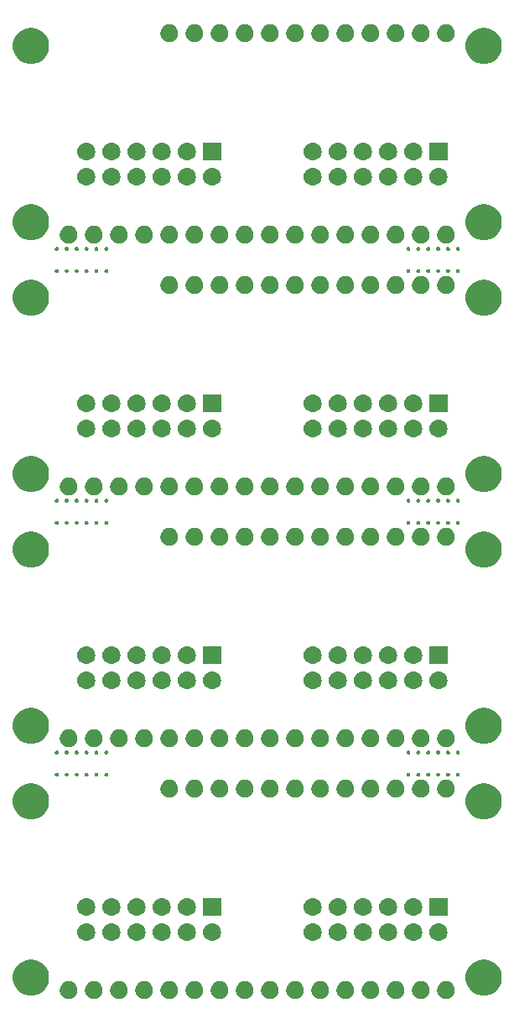
<source format=gbr>
G04 #@! TF.GenerationSoftware,KiCad,Pcbnew,(5.1.2)-1*
G04 #@! TF.CreationDate,2019-07-17T12:19:40+10:00*
G04 #@! TF.ProjectId,output.panel,6f757470-7574-42e7-9061-6e656c2e6b69,rev?*
G04 #@! TF.SameCoordinates,Original*
G04 #@! TF.FileFunction,Soldermask,Bot*
G04 #@! TF.FilePolarity,Negative*
%FSLAX46Y46*%
G04 Gerber Fmt 4.6, Leading zero omitted, Abs format (unit mm)*
G04 Created by KiCad (PCBNEW (5.1.2)-1) date 2019-07-17 12:19:40*
%MOMM*%
%LPD*%
G04 APERTURE LIST*
%ADD10C,0.100000*%
G04 APERTURE END LIST*
D10*
G36*
X96883512Y-154313927D02*
G01*
X97032812Y-154343624D01*
X97196784Y-154411544D01*
X97344354Y-154510147D01*
X97469853Y-154635646D01*
X97568456Y-154783216D01*
X97636376Y-154947188D01*
X97671000Y-155121259D01*
X97671000Y-155298741D01*
X97636376Y-155472812D01*
X97568456Y-155636784D01*
X97469853Y-155784354D01*
X97344354Y-155909853D01*
X97196784Y-156008456D01*
X97032812Y-156076376D01*
X96883512Y-156106073D01*
X96858742Y-156111000D01*
X96681258Y-156111000D01*
X96656488Y-156106073D01*
X96507188Y-156076376D01*
X96343216Y-156008456D01*
X96195646Y-155909853D01*
X96070147Y-155784354D01*
X95971544Y-155636784D01*
X95903624Y-155472812D01*
X95869000Y-155298741D01*
X95869000Y-155121259D01*
X95903624Y-154947188D01*
X95971544Y-154783216D01*
X96070147Y-154635646D01*
X96195646Y-154510147D01*
X96343216Y-154411544D01*
X96507188Y-154343624D01*
X96656488Y-154313927D01*
X96681258Y-154309000D01*
X96858742Y-154309000D01*
X96883512Y-154313927D01*
X96883512Y-154313927D01*
G37*
G36*
X117203512Y-154313927D02*
G01*
X117352812Y-154343624D01*
X117516784Y-154411544D01*
X117664354Y-154510147D01*
X117789853Y-154635646D01*
X117888456Y-154783216D01*
X117956376Y-154947188D01*
X117991000Y-155121259D01*
X117991000Y-155298741D01*
X117956376Y-155472812D01*
X117888456Y-155636784D01*
X117789853Y-155784354D01*
X117664354Y-155909853D01*
X117516784Y-156008456D01*
X117352812Y-156076376D01*
X117203512Y-156106073D01*
X117178742Y-156111000D01*
X117001258Y-156111000D01*
X116976488Y-156106073D01*
X116827188Y-156076376D01*
X116663216Y-156008456D01*
X116515646Y-155909853D01*
X116390147Y-155784354D01*
X116291544Y-155636784D01*
X116223624Y-155472812D01*
X116189000Y-155298741D01*
X116189000Y-155121259D01*
X116223624Y-154947188D01*
X116291544Y-154783216D01*
X116390147Y-154635646D01*
X116515646Y-154510147D01*
X116663216Y-154411544D01*
X116827188Y-154343624D01*
X116976488Y-154313927D01*
X117001258Y-154309000D01*
X117178742Y-154309000D01*
X117203512Y-154313927D01*
X117203512Y-154313927D01*
G37*
G36*
X129903512Y-154313927D02*
G01*
X130052812Y-154343624D01*
X130216784Y-154411544D01*
X130364354Y-154510147D01*
X130489853Y-154635646D01*
X130588456Y-154783216D01*
X130656376Y-154947188D01*
X130691000Y-155121259D01*
X130691000Y-155298741D01*
X130656376Y-155472812D01*
X130588456Y-155636784D01*
X130489853Y-155784354D01*
X130364354Y-155909853D01*
X130216784Y-156008456D01*
X130052812Y-156076376D01*
X129903512Y-156106073D01*
X129878742Y-156111000D01*
X129701258Y-156111000D01*
X129676488Y-156106073D01*
X129527188Y-156076376D01*
X129363216Y-156008456D01*
X129215646Y-155909853D01*
X129090147Y-155784354D01*
X128991544Y-155636784D01*
X128923624Y-155472812D01*
X128889000Y-155298741D01*
X128889000Y-155121259D01*
X128923624Y-154947188D01*
X128991544Y-154783216D01*
X129090147Y-154635646D01*
X129215646Y-154510147D01*
X129363216Y-154411544D01*
X129527188Y-154343624D01*
X129676488Y-154313927D01*
X129701258Y-154309000D01*
X129878742Y-154309000D01*
X129903512Y-154313927D01*
X129903512Y-154313927D01*
G37*
G36*
X91803512Y-154313927D02*
G01*
X91952812Y-154343624D01*
X92116784Y-154411544D01*
X92264354Y-154510147D01*
X92389853Y-154635646D01*
X92488456Y-154783216D01*
X92556376Y-154947188D01*
X92591000Y-155121259D01*
X92591000Y-155298741D01*
X92556376Y-155472812D01*
X92488456Y-155636784D01*
X92389853Y-155784354D01*
X92264354Y-155909853D01*
X92116784Y-156008456D01*
X91952812Y-156076376D01*
X91803512Y-156106073D01*
X91778742Y-156111000D01*
X91601258Y-156111000D01*
X91576488Y-156106073D01*
X91427188Y-156076376D01*
X91263216Y-156008456D01*
X91115646Y-155909853D01*
X90990147Y-155784354D01*
X90891544Y-155636784D01*
X90823624Y-155472812D01*
X90789000Y-155298741D01*
X90789000Y-155121259D01*
X90823624Y-154947188D01*
X90891544Y-154783216D01*
X90990147Y-154635646D01*
X91115646Y-154510147D01*
X91263216Y-154411544D01*
X91427188Y-154343624D01*
X91576488Y-154313927D01*
X91601258Y-154309000D01*
X91778742Y-154309000D01*
X91803512Y-154313927D01*
X91803512Y-154313927D01*
G37*
G36*
X127363512Y-154313927D02*
G01*
X127512812Y-154343624D01*
X127676784Y-154411544D01*
X127824354Y-154510147D01*
X127949853Y-154635646D01*
X128048456Y-154783216D01*
X128116376Y-154947188D01*
X128151000Y-155121259D01*
X128151000Y-155298741D01*
X128116376Y-155472812D01*
X128048456Y-155636784D01*
X127949853Y-155784354D01*
X127824354Y-155909853D01*
X127676784Y-156008456D01*
X127512812Y-156076376D01*
X127363512Y-156106073D01*
X127338742Y-156111000D01*
X127161258Y-156111000D01*
X127136488Y-156106073D01*
X126987188Y-156076376D01*
X126823216Y-156008456D01*
X126675646Y-155909853D01*
X126550147Y-155784354D01*
X126451544Y-155636784D01*
X126383624Y-155472812D01*
X126349000Y-155298741D01*
X126349000Y-155121259D01*
X126383624Y-154947188D01*
X126451544Y-154783216D01*
X126550147Y-154635646D01*
X126675646Y-154510147D01*
X126823216Y-154411544D01*
X126987188Y-154343624D01*
X127136488Y-154313927D01*
X127161258Y-154309000D01*
X127338742Y-154309000D01*
X127363512Y-154313927D01*
X127363512Y-154313927D01*
G37*
G36*
X124823512Y-154313927D02*
G01*
X124972812Y-154343624D01*
X125136784Y-154411544D01*
X125284354Y-154510147D01*
X125409853Y-154635646D01*
X125508456Y-154783216D01*
X125576376Y-154947188D01*
X125611000Y-155121259D01*
X125611000Y-155298741D01*
X125576376Y-155472812D01*
X125508456Y-155636784D01*
X125409853Y-155784354D01*
X125284354Y-155909853D01*
X125136784Y-156008456D01*
X124972812Y-156076376D01*
X124823512Y-156106073D01*
X124798742Y-156111000D01*
X124621258Y-156111000D01*
X124596488Y-156106073D01*
X124447188Y-156076376D01*
X124283216Y-156008456D01*
X124135646Y-155909853D01*
X124010147Y-155784354D01*
X123911544Y-155636784D01*
X123843624Y-155472812D01*
X123809000Y-155298741D01*
X123809000Y-155121259D01*
X123843624Y-154947188D01*
X123911544Y-154783216D01*
X124010147Y-154635646D01*
X124135646Y-154510147D01*
X124283216Y-154411544D01*
X124447188Y-154343624D01*
X124596488Y-154313927D01*
X124621258Y-154309000D01*
X124798742Y-154309000D01*
X124823512Y-154313927D01*
X124823512Y-154313927D01*
G37*
G36*
X122283512Y-154313927D02*
G01*
X122432812Y-154343624D01*
X122596784Y-154411544D01*
X122744354Y-154510147D01*
X122869853Y-154635646D01*
X122968456Y-154783216D01*
X123036376Y-154947188D01*
X123071000Y-155121259D01*
X123071000Y-155298741D01*
X123036376Y-155472812D01*
X122968456Y-155636784D01*
X122869853Y-155784354D01*
X122744354Y-155909853D01*
X122596784Y-156008456D01*
X122432812Y-156076376D01*
X122283512Y-156106073D01*
X122258742Y-156111000D01*
X122081258Y-156111000D01*
X122056488Y-156106073D01*
X121907188Y-156076376D01*
X121743216Y-156008456D01*
X121595646Y-155909853D01*
X121470147Y-155784354D01*
X121371544Y-155636784D01*
X121303624Y-155472812D01*
X121269000Y-155298741D01*
X121269000Y-155121259D01*
X121303624Y-154947188D01*
X121371544Y-154783216D01*
X121470147Y-154635646D01*
X121595646Y-154510147D01*
X121743216Y-154411544D01*
X121907188Y-154343624D01*
X122056488Y-154313927D01*
X122081258Y-154309000D01*
X122258742Y-154309000D01*
X122283512Y-154313927D01*
X122283512Y-154313927D01*
G37*
G36*
X119743512Y-154313927D02*
G01*
X119892812Y-154343624D01*
X120056784Y-154411544D01*
X120204354Y-154510147D01*
X120329853Y-154635646D01*
X120428456Y-154783216D01*
X120496376Y-154947188D01*
X120531000Y-155121259D01*
X120531000Y-155298741D01*
X120496376Y-155472812D01*
X120428456Y-155636784D01*
X120329853Y-155784354D01*
X120204354Y-155909853D01*
X120056784Y-156008456D01*
X119892812Y-156076376D01*
X119743512Y-156106073D01*
X119718742Y-156111000D01*
X119541258Y-156111000D01*
X119516488Y-156106073D01*
X119367188Y-156076376D01*
X119203216Y-156008456D01*
X119055646Y-155909853D01*
X118930147Y-155784354D01*
X118831544Y-155636784D01*
X118763624Y-155472812D01*
X118729000Y-155298741D01*
X118729000Y-155121259D01*
X118763624Y-154947188D01*
X118831544Y-154783216D01*
X118930147Y-154635646D01*
X119055646Y-154510147D01*
X119203216Y-154411544D01*
X119367188Y-154343624D01*
X119516488Y-154313927D01*
X119541258Y-154309000D01*
X119718742Y-154309000D01*
X119743512Y-154313927D01*
X119743512Y-154313927D01*
G37*
G36*
X94343512Y-154313927D02*
G01*
X94492812Y-154343624D01*
X94656784Y-154411544D01*
X94804354Y-154510147D01*
X94929853Y-154635646D01*
X95028456Y-154783216D01*
X95096376Y-154947188D01*
X95131000Y-155121259D01*
X95131000Y-155298741D01*
X95096376Y-155472812D01*
X95028456Y-155636784D01*
X94929853Y-155784354D01*
X94804354Y-155909853D01*
X94656784Y-156008456D01*
X94492812Y-156076376D01*
X94343512Y-156106073D01*
X94318742Y-156111000D01*
X94141258Y-156111000D01*
X94116488Y-156106073D01*
X93967188Y-156076376D01*
X93803216Y-156008456D01*
X93655646Y-155909853D01*
X93530147Y-155784354D01*
X93431544Y-155636784D01*
X93363624Y-155472812D01*
X93329000Y-155298741D01*
X93329000Y-155121259D01*
X93363624Y-154947188D01*
X93431544Y-154783216D01*
X93530147Y-154635646D01*
X93655646Y-154510147D01*
X93803216Y-154411544D01*
X93967188Y-154343624D01*
X94116488Y-154313927D01*
X94141258Y-154309000D01*
X94318742Y-154309000D01*
X94343512Y-154313927D01*
X94343512Y-154313927D01*
G37*
G36*
X114663512Y-154313927D02*
G01*
X114812812Y-154343624D01*
X114976784Y-154411544D01*
X115124354Y-154510147D01*
X115249853Y-154635646D01*
X115348456Y-154783216D01*
X115416376Y-154947188D01*
X115451000Y-155121259D01*
X115451000Y-155298741D01*
X115416376Y-155472812D01*
X115348456Y-155636784D01*
X115249853Y-155784354D01*
X115124354Y-155909853D01*
X114976784Y-156008456D01*
X114812812Y-156076376D01*
X114663512Y-156106073D01*
X114638742Y-156111000D01*
X114461258Y-156111000D01*
X114436488Y-156106073D01*
X114287188Y-156076376D01*
X114123216Y-156008456D01*
X113975646Y-155909853D01*
X113850147Y-155784354D01*
X113751544Y-155636784D01*
X113683624Y-155472812D01*
X113649000Y-155298741D01*
X113649000Y-155121259D01*
X113683624Y-154947188D01*
X113751544Y-154783216D01*
X113850147Y-154635646D01*
X113975646Y-154510147D01*
X114123216Y-154411544D01*
X114287188Y-154343624D01*
X114436488Y-154313927D01*
X114461258Y-154309000D01*
X114638742Y-154309000D01*
X114663512Y-154313927D01*
X114663512Y-154313927D01*
G37*
G36*
X112123512Y-154313927D02*
G01*
X112272812Y-154343624D01*
X112436784Y-154411544D01*
X112584354Y-154510147D01*
X112709853Y-154635646D01*
X112808456Y-154783216D01*
X112876376Y-154947188D01*
X112911000Y-155121259D01*
X112911000Y-155298741D01*
X112876376Y-155472812D01*
X112808456Y-155636784D01*
X112709853Y-155784354D01*
X112584354Y-155909853D01*
X112436784Y-156008456D01*
X112272812Y-156076376D01*
X112123512Y-156106073D01*
X112098742Y-156111000D01*
X111921258Y-156111000D01*
X111896488Y-156106073D01*
X111747188Y-156076376D01*
X111583216Y-156008456D01*
X111435646Y-155909853D01*
X111310147Y-155784354D01*
X111211544Y-155636784D01*
X111143624Y-155472812D01*
X111109000Y-155298741D01*
X111109000Y-155121259D01*
X111143624Y-154947188D01*
X111211544Y-154783216D01*
X111310147Y-154635646D01*
X111435646Y-154510147D01*
X111583216Y-154411544D01*
X111747188Y-154343624D01*
X111896488Y-154313927D01*
X111921258Y-154309000D01*
X112098742Y-154309000D01*
X112123512Y-154313927D01*
X112123512Y-154313927D01*
G37*
G36*
X109583512Y-154313927D02*
G01*
X109732812Y-154343624D01*
X109896784Y-154411544D01*
X110044354Y-154510147D01*
X110169853Y-154635646D01*
X110268456Y-154783216D01*
X110336376Y-154947188D01*
X110371000Y-155121259D01*
X110371000Y-155298741D01*
X110336376Y-155472812D01*
X110268456Y-155636784D01*
X110169853Y-155784354D01*
X110044354Y-155909853D01*
X109896784Y-156008456D01*
X109732812Y-156076376D01*
X109583512Y-156106073D01*
X109558742Y-156111000D01*
X109381258Y-156111000D01*
X109356488Y-156106073D01*
X109207188Y-156076376D01*
X109043216Y-156008456D01*
X108895646Y-155909853D01*
X108770147Y-155784354D01*
X108671544Y-155636784D01*
X108603624Y-155472812D01*
X108569000Y-155298741D01*
X108569000Y-155121259D01*
X108603624Y-154947188D01*
X108671544Y-154783216D01*
X108770147Y-154635646D01*
X108895646Y-154510147D01*
X109043216Y-154411544D01*
X109207188Y-154343624D01*
X109356488Y-154313927D01*
X109381258Y-154309000D01*
X109558742Y-154309000D01*
X109583512Y-154313927D01*
X109583512Y-154313927D01*
G37*
G36*
X107043512Y-154313927D02*
G01*
X107192812Y-154343624D01*
X107356784Y-154411544D01*
X107504354Y-154510147D01*
X107629853Y-154635646D01*
X107728456Y-154783216D01*
X107796376Y-154947188D01*
X107831000Y-155121259D01*
X107831000Y-155298741D01*
X107796376Y-155472812D01*
X107728456Y-155636784D01*
X107629853Y-155784354D01*
X107504354Y-155909853D01*
X107356784Y-156008456D01*
X107192812Y-156076376D01*
X107043512Y-156106073D01*
X107018742Y-156111000D01*
X106841258Y-156111000D01*
X106816488Y-156106073D01*
X106667188Y-156076376D01*
X106503216Y-156008456D01*
X106355646Y-155909853D01*
X106230147Y-155784354D01*
X106131544Y-155636784D01*
X106063624Y-155472812D01*
X106029000Y-155298741D01*
X106029000Y-155121259D01*
X106063624Y-154947188D01*
X106131544Y-154783216D01*
X106230147Y-154635646D01*
X106355646Y-154510147D01*
X106503216Y-154411544D01*
X106667188Y-154343624D01*
X106816488Y-154313927D01*
X106841258Y-154309000D01*
X107018742Y-154309000D01*
X107043512Y-154313927D01*
X107043512Y-154313927D01*
G37*
G36*
X104503512Y-154313927D02*
G01*
X104652812Y-154343624D01*
X104816784Y-154411544D01*
X104964354Y-154510147D01*
X105089853Y-154635646D01*
X105188456Y-154783216D01*
X105256376Y-154947188D01*
X105291000Y-155121259D01*
X105291000Y-155298741D01*
X105256376Y-155472812D01*
X105188456Y-155636784D01*
X105089853Y-155784354D01*
X104964354Y-155909853D01*
X104816784Y-156008456D01*
X104652812Y-156076376D01*
X104503512Y-156106073D01*
X104478742Y-156111000D01*
X104301258Y-156111000D01*
X104276488Y-156106073D01*
X104127188Y-156076376D01*
X103963216Y-156008456D01*
X103815646Y-155909853D01*
X103690147Y-155784354D01*
X103591544Y-155636784D01*
X103523624Y-155472812D01*
X103489000Y-155298741D01*
X103489000Y-155121259D01*
X103523624Y-154947188D01*
X103591544Y-154783216D01*
X103690147Y-154635646D01*
X103815646Y-154510147D01*
X103963216Y-154411544D01*
X104127188Y-154343624D01*
X104276488Y-154313927D01*
X104301258Y-154309000D01*
X104478742Y-154309000D01*
X104503512Y-154313927D01*
X104503512Y-154313927D01*
G37*
G36*
X101963512Y-154313927D02*
G01*
X102112812Y-154343624D01*
X102276784Y-154411544D01*
X102424354Y-154510147D01*
X102549853Y-154635646D01*
X102648456Y-154783216D01*
X102716376Y-154947188D01*
X102751000Y-155121259D01*
X102751000Y-155298741D01*
X102716376Y-155472812D01*
X102648456Y-155636784D01*
X102549853Y-155784354D01*
X102424354Y-155909853D01*
X102276784Y-156008456D01*
X102112812Y-156076376D01*
X101963512Y-156106073D01*
X101938742Y-156111000D01*
X101761258Y-156111000D01*
X101736488Y-156106073D01*
X101587188Y-156076376D01*
X101423216Y-156008456D01*
X101275646Y-155909853D01*
X101150147Y-155784354D01*
X101051544Y-155636784D01*
X100983624Y-155472812D01*
X100949000Y-155298741D01*
X100949000Y-155121259D01*
X100983624Y-154947188D01*
X101051544Y-154783216D01*
X101150147Y-154635646D01*
X101275646Y-154510147D01*
X101423216Y-154411544D01*
X101587188Y-154343624D01*
X101736488Y-154313927D01*
X101761258Y-154309000D01*
X101938742Y-154309000D01*
X101963512Y-154313927D01*
X101963512Y-154313927D01*
G37*
G36*
X99423512Y-154313927D02*
G01*
X99572812Y-154343624D01*
X99736784Y-154411544D01*
X99884354Y-154510147D01*
X100009853Y-154635646D01*
X100108456Y-154783216D01*
X100176376Y-154947188D01*
X100211000Y-155121259D01*
X100211000Y-155298741D01*
X100176376Y-155472812D01*
X100108456Y-155636784D01*
X100009853Y-155784354D01*
X99884354Y-155909853D01*
X99736784Y-156008456D01*
X99572812Y-156076376D01*
X99423512Y-156106073D01*
X99398742Y-156111000D01*
X99221258Y-156111000D01*
X99196488Y-156106073D01*
X99047188Y-156076376D01*
X98883216Y-156008456D01*
X98735646Y-155909853D01*
X98610147Y-155784354D01*
X98511544Y-155636784D01*
X98443624Y-155472812D01*
X98409000Y-155298741D01*
X98409000Y-155121259D01*
X98443624Y-154947188D01*
X98511544Y-154783216D01*
X98610147Y-154635646D01*
X98735646Y-154510147D01*
X98883216Y-154411544D01*
X99047188Y-154343624D01*
X99196488Y-154313927D01*
X99221258Y-154309000D01*
X99398742Y-154309000D01*
X99423512Y-154313927D01*
X99423512Y-154313927D01*
G37*
G36*
X88236821Y-152146144D02*
G01*
X88413500Y-152181287D01*
X88551373Y-152238396D01*
X88746355Y-152319160D01*
X88746356Y-152319161D01*
X89045920Y-152519323D01*
X89300677Y-152774080D01*
X89300678Y-152774082D01*
X89500840Y-153073645D01*
X89638713Y-153406501D01*
X89709000Y-153759858D01*
X89709000Y-154120142D01*
X89638713Y-154473499D01*
X89500840Y-154806355D01*
X89500839Y-154806356D01*
X89300677Y-155105920D01*
X89045920Y-155360677D01*
X88895120Y-155461438D01*
X88746355Y-155560840D01*
X88563014Y-155636782D01*
X88413500Y-155698713D01*
X88236821Y-155733856D01*
X88060142Y-155769000D01*
X87699858Y-155769000D01*
X87523179Y-155733856D01*
X87346500Y-155698713D01*
X87196986Y-155636782D01*
X87013645Y-155560840D01*
X86864880Y-155461438D01*
X86714080Y-155360677D01*
X86459323Y-155105920D01*
X86259161Y-154806356D01*
X86259160Y-154806355D01*
X86121287Y-154473499D01*
X86051000Y-154120142D01*
X86051000Y-153759858D01*
X86121287Y-153406501D01*
X86259160Y-153073645D01*
X86459322Y-152774082D01*
X86459323Y-152774080D01*
X86714080Y-152519323D01*
X87013644Y-152319161D01*
X87013645Y-152319160D01*
X87208627Y-152238396D01*
X87346500Y-152181287D01*
X87523179Y-152146144D01*
X87699858Y-152111000D01*
X88060142Y-152111000D01*
X88236821Y-152146144D01*
X88236821Y-152146144D01*
G37*
G36*
X133956821Y-152146144D02*
G01*
X134133500Y-152181287D01*
X134271373Y-152238396D01*
X134466355Y-152319160D01*
X134466356Y-152319161D01*
X134765920Y-152519323D01*
X135020677Y-152774080D01*
X135020678Y-152774082D01*
X135220840Y-153073645D01*
X135358713Y-153406501D01*
X135429000Y-153759858D01*
X135429000Y-154120142D01*
X135358713Y-154473499D01*
X135220840Y-154806355D01*
X135220839Y-154806356D01*
X135020677Y-155105920D01*
X134765920Y-155360677D01*
X134615120Y-155461438D01*
X134466355Y-155560840D01*
X134283014Y-155636782D01*
X134133500Y-155698713D01*
X133956821Y-155733856D01*
X133780142Y-155769000D01*
X133419858Y-155769000D01*
X133243179Y-155733856D01*
X133066500Y-155698713D01*
X132916986Y-155636782D01*
X132733645Y-155560840D01*
X132584880Y-155461438D01*
X132434080Y-155360677D01*
X132179323Y-155105920D01*
X131979161Y-154806356D01*
X131979160Y-154806355D01*
X131841287Y-154473499D01*
X131771000Y-154120142D01*
X131771000Y-153759858D01*
X131841287Y-153406501D01*
X131979160Y-153073645D01*
X132179322Y-152774082D01*
X132179323Y-152774080D01*
X132434080Y-152519323D01*
X132733644Y-152319161D01*
X132733645Y-152319160D01*
X132928627Y-152238396D01*
X133066500Y-152181287D01*
X133243179Y-152146144D01*
X133419858Y-152111000D01*
X133780142Y-152111000D01*
X133956821Y-152146144D01*
X133956821Y-152146144D01*
G37*
G36*
X116452883Y-148460719D02*
G01*
X116519067Y-148467237D01*
X116688906Y-148518757D01*
X116845431Y-148602422D01*
X116881169Y-148631752D01*
X116982626Y-148715014D01*
X117065888Y-148816471D01*
X117095218Y-148852209D01*
X117178883Y-149008734D01*
X117230403Y-149178573D01*
X117247799Y-149355200D01*
X117230403Y-149531827D01*
X117178883Y-149701666D01*
X117095218Y-149858191D01*
X117065888Y-149893929D01*
X116982626Y-149995386D01*
X116881169Y-150078648D01*
X116845431Y-150107978D01*
X116688906Y-150191643D01*
X116519067Y-150243163D01*
X116452883Y-150249681D01*
X116386700Y-150256200D01*
X116298180Y-150256200D01*
X116231997Y-150249681D01*
X116165813Y-150243163D01*
X115995974Y-150191643D01*
X115839449Y-150107978D01*
X115803711Y-150078648D01*
X115702254Y-149995386D01*
X115618992Y-149893929D01*
X115589662Y-149858191D01*
X115505997Y-149701666D01*
X115454477Y-149531827D01*
X115437081Y-149355200D01*
X115454477Y-149178573D01*
X115505997Y-149008734D01*
X115589662Y-148852209D01*
X115618992Y-148816471D01*
X115702254Y-148715014D01*
X115803711Y-148631752D01*
X115839449Y-148602422D01*
X115995974Y-148518757D01*
X116165813Y-148467237D01*
X116231997Y-148460719D01*
X116298180Y-148454200D01*
X116386700Y-148454200D01*
X116452883Y-148460719D01*
X116452883Y-148460719D01*
G37*
G36*
X106292883Y-148460719D02*
G01*
X106359067Y-148467237D01*
X106528906Y-148518757D01*
X106685431Y-148602422D01*
X106721169Y-148631752D01*
X106822626Y-148715014D01*
X106905888Y-148816471D01*
X106935218Y-148852209D01*
X107018883Y-149008734D01*
X107070403Y-149178573D01*
X107087799Y-149355200D01*
X107070403Y-149531827D01*
X107018883Y-149701666D01*
X106935218Y-149858191D01*
X106905888Y-149893929D01*
X106822626Y-149995386D01*
X106721169Y-150078648D01*
X106685431Y-150107978D01*
X106528906Y-150191643D01*
X106359067Y-150243163D01*
X106292883Y-150249681D01*
X106226700Y-150256200D01*
X106138180Y-150256200D01*
X106071997Y-150249681D01*
X106005813Y-150243163D01*
X105835974Y-150191643D01*
X105679449Y-150107978D01*
X105643711Y-150078648D01*
X105542254Y-149995386D01*
X105458992Y-149893929D01*
X105429662Y-149858191D01*
X105345997Y-149701666D01*
X105294477Y-149531827D01*
X105277081Y-149355200D01*
X105294477Y-149178573D01*
X105345997Y-149008734D01*
X105429662Y-148852209D01*
X105458992Y-148816471D01*
X105542254Y-148715014D01*
X105643711Y-148631752D01*
X105679449Y-148602422D01*
X105835974Y-148518757D01*
X106005813Y-148467237D01*
X106071997Y-148460719D01*
X106138180Y-148454200D01*
X106226700Y-148454200D01*
X106292883Y-148460719D01*
X106292883Y-148460719D01*
G37*
G36*
X129152883Y-148460719D02*
G01*
X129219067Y-148467237D01*
X129388906Y-148518757D01*
X129545431Y-148602422D01*
X129581169Y-148631752D01*
X129682626Y-148715014D01*
X129765888Y-148816471D01*
X129795218Y-148852209D01*
X129878883Y-149008734D01*
X129930403Y-149178573D01*
X129947799Y-149355200D01*
X129930403Y-149531827D01*
X129878883Y-149701666D01*
X129795218Y-149858191D01*
X129765888Y-149893929D01*
X129682626Y-149995386D01*
X129581169Y-150078648D01*
X129545431Y-150107978D01*
X129388906Y-150191643D01*
X129219067Y-150243163D01*
X129152883Y-150249681D01*
X129086700Y-150256200D01*
X128998180Y-150256200D01*
X128931997Y-150249681D01*
X128865813Y-150243163D01*
X128695974Y-150191643D01*
X128539449Y-150107978D01*
X128503711Y-150078648D01*
X128402254Y-149995386D01*
X128318992Y-149893929D01*
X128289662Y-149858191D01*
X128205997Y-149701666D01*
X128154477Y-149531827D01*
X128137081Y-149355200D01*
X128154477Y-149178573D01*
X128205997Y-149008734D01*
X128289662Y-148852209D01*
X128318992Y-148816471D01*
X128402254Y-148715014D01*
X128503711Y-148631752D01*
X128539449Y-148602422D01*
X128695974Y-148518757D01*
X128865813Y-148467237D01*
X128931997Y-148460719D01*
X128998180Y-148454200D01*
X129086700Y-148454200D01*
X129152883Y-148460719D01*
X129152883Y-148460719D01*
G37*
G36*
X126612883Y-148460719D02*
G01*
X126679067Y-148467237D01*
X126848906Y-148518757D01*
X127005431Y-148602422D01*
X127041169Y-148631752D01*
X127142626Y-148715014D01*
X127225888Y-148816471D01*
X127255218Y-148852209D01*
X127338883Y-149008734D01*
X127390403Y-149178573D01*
X127407799Y-149355200D01*
X127390403Y-149531827D01*
X127338883Y-149701666D01*
X127255218Y-149858191D01*
X127225888Y-149893929D01*
X127142626Y-149995386D01*
X127041169Y-150078648D01*
X127005431Y-150107978D01*
X126848906Y-150191643D01*
X126679067Y-150243163D01*
X126612883Y-150249681D01*
X126546700Y-150256200D01*
X126458180Y-150256200D01*
X126391997Y-150249681D01*
X126325813Y-150243163D01*
X126155974Y-150191643D01*
X125999449Y-150107978D01*
X125963711Y-150078648D01*
X125862254Y-149995386D01*
X125778992Y-149893929D01*
X125749662Y-149858191D01*
X125665997Y-149701666D01*
X125614477Y-149531827D01*
X125597081Y-149355200D01*
X125614477Y-149178573D01*
X125665997Y-149008734D01*
X125749662Y-148852209D01*
X125778992Y-148816471D01*
X125862254Y-148715014D01*
X125963711Y-148631752D01*
X125999449Y-148602422D01*
X126155974Y-148518757D01*
X126325813Y-148467237D01*
X126391997Y-148460719D01*
X126458180Y-148454200D01*
X126546700Y-148454200D01*
X126612883Y-148460719D01*
X126612883Y-148460719D01*
G37*
G36*
X124072883Y-148460719D02*
G01*
X124139067Y-148467237D01*
X124308906Y-148518757D01*
X124465431Y-148602422D01*
X124501169Y-148631752D01*
X124602626Y-148715014D01*
X124685888Y-148816471D01*
X124715218Y-148852209D01*
X124798883Y-149008734D01*
X124850403Y-149178573D01*
X124867799Y-149355200D01*
X124850403Y-149531827D01*
X124798883Y-149701666D01*
X124715218Y-149858191D01*
X124685888Y-149893929D01*
X124602626Y-149995386D01*
X124501169Y-150078648D01*
X124465431Y-150107978D01*
X124308906Y-150191643D01*
X124139067Y-150243163D01*
X124072883Y-150249681D01*
X124006700Y-150256200D01*
X123918180Y-150256200D01*
X123851997Y-150249681D01*
X123785813Y-150243163D01*
X123615974Y-150191643D01*
X123459449Y-150107978D01*
X123423711Y-150078648D01*
X123322254Y-149995386D01*
X123238992Y-149893929D01*
X123209662Y-149858191D01*
X123125997Y-149701666D01*
X123074477Y-149531827D01*
X123057081Y-149355200D01*
X123074477Y-149178573D01*
X123125997Y-149008734D01*
X123209662Y-148852209D01*
X123238992Y-148816471D01*
X123322254Y-148715014D01*
X123423711Y-148631752D01*
X123459449Y-148602422D01*
X123615974Y-148518757D01*
X123785813Y-148467237D01*
X123851997Y-148460719D01*
X123918180Y-148454200D01*
X124006700Y-148454200D01*
X124072883Y-148460719D01*
X124072883Y-148460719D01*
G37*
G36*
X121532883Y-148460719D02*
G01*
X121599067Y-148467237D01*
X121768906Y-148518757D01*
X121925431Y-148602422D01*
X121961169Y-148631752D01*
X122062626Y-148715014D01*
X122145888Y-148816471D01*
X122175218Y-148852209D01*
X122258883Y-149008734D01*
X122310403Y-149178573D01*
X122327799Y-149355200D01*
X122310403Y-149531827D01*
X122258883Y-149701666D01*
X122175218Y-149858191D01*
X122145888Y-149893929D01*
X122062626Y-149995386D01*
X121961169Y-150078648D01*
X121925431Y-150107978D01*
X121768906Y-150191643D01*
X121599067Y-150243163D01*
X121532883Y-150249681D01*
X121466700Y-150256200D01*
X121378180Y-150256200D01*
X121311997Y-150249681D01*
X121245813Y-150243163D01*
X121075974Y-150191643D01*
X120919449Y-150107978D01*
X120883711Y-150078648D01*
X120782254Y-149995386D01*
X120698992Y-149893929D01*
X120669662Y-149858191D01*
X120585997Y-149701666D01*
X120534477Y-149531827D01*
X120517081Y-149355200D01*
X120534477Y-149178573D01*
X120585997Y-149008734D01*
X120669662Y-148852209D01*
X120698992Y-148816471D01*
X120782254Y-148715014D01*
X120883711Y-148631752D01*
X120919449Y-148602422D01*
X121075974Y-148518757D01*
X121245813Y-148467237D01*
X121311997Y-148460719D01*
X121378180Y-148454200D01*
X121466700Y-148454200D01*
X121532883Y-148460719D01*
X121532883Y-148460719D01*
G37*
G36*
X118992883Y-148460719D02*
G01*
X119059067Y-148467237D01*
X119228906Y-148518757D01*
X119385431Y-148602422D01*
X119421169Y-148631752D01*
X119522626Y-148715014D01*
X119605888Y-148816471D01*
X119635218Y-148852209D01*
X119718883Y-149008734D01*
X119770403Y-149178573D01*
X119787799Y-149355200D01*
X119770403Y-149531827D01*
X119718883Y-149701666D01*
X119635218Y-149858191D01*
X119605888Y-149893929D01*
X119522626Y-149995386D01*
X119421169Y-150078648D01*
X119385431Y-150107978D01*
X119228906Y-150191643D01*
X119059067Y-150243163D01*
X118992883Y-150249681D01*
X118926700Y-150256200D01*
X118838180Y-150256200D01*
X118771997Y-150249681D01*
X118705813Y-150243163D01*
X118535974Y-150191643D01*
X118379449Y-150107978D01*
X118343711Y-150078648D01*
X118242254Y-149995386D01*
X118158992Y-149893929D01*
X118129662Y-149858191D01*
X118045997Y-149701666D01*
X117994477Y-149531827D01*
X117977081Y-149355200D01*
X117994477Y-149178573D01*
X118045997Y-149008734D01*
X118129662Y-148852209D01*
X118158992Y-148816471D01*
X118242254Y-148715014D01*
X118343711Y-148631752D01*
X118379449Y-148602422D01*
X118535974Y-148518757D01*
X118705813Y-148467237D01*
X118771997Y-148460719D01*
X118838180Y-148454200D01*
X118926700Y-148454200D01*
X118992883Y-148460719D01*
X118992883Y-148460719D01*
G37*
G36*
X93592883Y-148460719D02*
G01*
X93659067Y-148467237D01*
X93828906Y-148518757D01*
X93985431Y-148602422D01*
X94021169Y-148631752D01*
X94122626Y-148715014D01*
X94205888Y-148816471D01*
X94235218Y-148852209D01*
X94318883Y-149008734D01*
X94370403Y-149178573D01*
X94387799Y-149355200D01*
X94370403Y-149531827D01*
X94318883Y-149701666D01*
X94235218Y-149858191D01*
X94205888Y-149893929D01*
X94122626Y-149995386D01*
X94021169Y-150078648D01*
X93985431Y-150107978D01*
X93828906Y-150191643D01*
X93659067Y-150243163D01*
X93592883Y-150249681D01*
X93526700Y-150256200D01*
X93438180Y-150256200D01*
X93371997Y-150249681D01*
X93305813Y-150243163D01*
X93135974Y-150191643D01*
X92979449Y-150107978D01*
X92943711Y-150078648D01*
X92842254Y-149995386D01*
X92758992Y-149893929D01*
X92729662Y-149858191D01*
X92645997Y-149701666D01*
X92594477Y-149531827D01*
X92577081Y-149355200D01*
X92594477Y-149178573D01*
X92645997Y-149008734D01*
X92729662Y-148852209D01*
X92758992Y-148816471D01*
X92842254Y-148715014D01*
X92943711Y-148631752D01*
X92979449Y-148602422D01*
X93135974Y-148518757D01*
X93305813Y-148467237D01*
X93371997Y-148460719D01*
X93438180Y-148454200D01*
X93526700Y-148454200D01*
X93592883Y-148460719D01*
X93592883Y-148460719D01*
G37*
G36*
X96132883Y-148460719D02*
G01*
X96199067Y-148467237D01*
X96368906Y-148518757D01*
X96525431Y-148602422D01*
X96561169Y-148631752D01*
X96662626Y-148715014D01*
X96745888Y-148816471D01*
X96775218Y-148852209D01*
X96858883Y-149008734D01*
X96910403Y-149178573D01*
X96927799Y-149355200D01*
X96910403Y-149531827D01*
X96858883Y-149701666D01*
X96775218Y-149858191D01*
X96745888Y-149893929D01*
X96662626Y-149995386D01*
X96561169Y-150078648D01*
X96525431Y-150107978D01*
X96368906Y-150191643D01*
X96199067Y-150243163D01*
X96132883Y-150249681D01*
X96066700Y-150256200D01*
X95978180Y-150256200D01*
X95911997Y-150249681D01*
X95845813Y-150243163D01*
X95675974Y-150191643D01*
X95519449Y-150107978D01*
X95483711Y-150078648D01*
X95382254Y-149995386D01*
X95298992Y-149893929D01*
X95269662Y-149858191D01*
X95185997Y-149701666D01*
X95134477Y-149531827D01*
X95117081Y-149355200D01*
X95134477Y-149178573D01*
X95185997Y-149008734D01*
X95269662Y-148852209D01*
X95298992Y-148816471D01*
X95382254Y-148715014D01*
X95483711Y-148631752D01*
X95519449Y-148602422D01*
X95675974Y-148518757D01*
X95845813Y-148467237D01*
X95911997Y-148460719D01*
X95978180Y-148454200D01*
X96066700Y-148454200D01*
X96132883Y-148460719D01*
X96132883Y-148460719D01*
G37*
G36*
X98672883Y-148460719D02*
G01*
X98739067Y-148467237D01*
X98908906Y-148518757D01*
X99065431Y-148602422D01*
X99101169Y-148631752D01*
X99202626Y-148715014D01*
X99285888Y-148816471D01*
X99315218Y-148852209D01*
X99398883Y-149008734D01*
X99450403Y-149178573D01*
X99467799Y-149355200D01*
X99450403Y-149531827D01*
X99398883Y-149701666D01*
X99315218Y-149858191D01*
X99285888Y-149893929D01*
X99202626Y-149995386D01*
X99101169Y-150078648D01*
X99065431Y-150107978D01*
X98908906Y-150191643D01*
X98739067Y-150243163D01*
X98672883Y-150249681D01*
X98606700Y-150256200D01*
X98518180Y-150256200D01*
X98451997Y-150249681D01*
X98385813Y-150243163D01*
X98215974Y-150191643D01*
X98059449Y-150107978D01*
X98023711Y-150078648D01*
X97922254Y-149995386D01*
X97838992Y-149893929D01*
X97809662Y-149858191D01*
X97725997Y-149701666D01*
X97674477Y-149531827D01*
X97657081Y-149355200D01*
X97674477Y-149178573D01*
X97725997Y-149008734D01*
X97809662Y-148852209D01*
X97838992Y-148816471D01*
X97922254Y-148715014D01*
X98023711Y-148631752D01*
X98059449Y-148602422D01*
X98215974Y-148518757D01*
X98385813Y-148467237D01*
X98451997Y-148460719D01*
X98518180Y-148454200D01*
X98606700Y-148454200D01*
X98672883Y-148460719D01*
X98672883Y-148460719D01*
G37*
G36*
X101212883Y-148460719D02*
G01*
X101279067Y-148467237D01*
X101448906Y-148518757D01*
X101605431Y-148602422D01*
X101641169Y-148631752D01*
X101742626Y-148715014D01*
X101825888Y-148816471D01*
X101855218Y-148852209D01*
X101938883Y-149008734D01*
X101990403Y-149178573D01*
X102007799Y-149355200D01*
X101990403Y-149531827D01*
X101938883Y-149701666D01*
X101855218Y-149858191D01*
X101825888Y-149893929D01*
X101742626Y-149995386D01*
X101641169Y-150078648D01*
X101605431Y-150107978D01*
X101448906Y-150191643D01*
X101279067Y-150243163D01*
X101212883Y-150249681D01*
X101146700Y-150256200D01*
X101058180Y-150256200D01*
X100991997Y-150249681D01*
X100925813Y-150243163D01*
X100755974Y-150191643D01*
X100599449Y-150107978D01*
X100563711Y-150078648D01*
X100462254Y-149995386D01*
X100378992Y-149893929D01*
X100349662Y-149858191D01*
X100265997Y-149701666D01*
X100214477Y-149531827D01*
X100197081Y-149355200D01*
X100214477Y-149178573D01*
X100265997Y-149008734D01*
X100349662Y-148852209D01*
X100378992Y-148816471D01*
X100462254Y-148715014D01*
X100563711Y-148631752D01*
X100599449Y-148602422D01*
X100755974Y-148518757D01*
X100925813Y-148467237D01*
X100991997Y-148460719D01*
X101058180Y-148454200D01*
X101146700Y-148454200D01*
X101212883Y-148460719D01*
X101212883Y-148460719D01*
G37*
G36*
X103752883Y-148460719D02*
G01*
X103819067Y-148467237D01*
X103988906Y-148518757D01*
X104145431Y-148602422D01*
X104181169Y-148631752D01*
X104282626Y-148715014D01*
X104365888Y-148816471D01*
X104395218Y-148852209D01*
X104478883Y-149008734D01*
X104530403Y-149178573D01*
X104547799Y-149355200D01*
X104530403Y-149531827D01*
X104478883Y-149701666D01*
X104395218Y-149858191D01*
X104365888Y-149893929D01*
X104282626Y-149995386D01*
X104181169Y-150078648D01*
X104145431Y-150107978D01*
X103988906Y-150191643D01*
X103819067Y-150243163D01*
X103752883Y-150249681D01*
X103686700Y-150256200D01*
X103598180Y-150256200D01*
X103531997Y-150249681D01*
X103465813Y-150243163D01*
X103295974Y-150191643D01*
X103139449Y-150107978D01*
X103103711Y-150078648D01*
X103002254Y-149995386D01*
X102918992Y-149893929D01*
X102889662Y-149858191D01*
X102805997Y-149701666D01*
X102754477Y-149531827D01*
X102737081Y-149355200D01*
X102754477Y-149178573D01*
X102805997Y-149008734D01*
X102889662Y-148852209D01*
X102918992Y-148816471D01*
X103002254Y-148715014D01*
X103103711Y-148631752D01*
X103139449Y-148602422D01*
X103295974Y-148518757D01*
X103465813Y-148467237D01*
X103531997Y-148460719D01*
X103598180Y-148454200D01*
X103686700Y-148454200D01*
X103752883Y-148460719D01*
X103752883Y-148460719D01*
G37*
G36*
X116452883Y-145920719D02*
G01*
X116519067Y-145927237D01*
X116688906Y-145978757D01*
X116845431Y-146062422D01*
X116881169Y-146091752D01*
X116982626Y-146175014D01*
X117065888Y-146276471D01*
X117095218Y-146312209D01*
X117178883Y-146468734D01*
X117230403Y-146638573D01*
X117247799Y-146815200D01*
X117230403Y-146991827D01*
X117178883Y-147161666D01*
X117095218Y-147318191D01*
X117065888Y-147353929D01*
X116982626Y-147455386D01*
X116881169Y-147538648D01*
X116845431Y-147567978D01*
X116688906Y-147651643D01*
X116519067Y-147703163D01*
X116452883Y-147709681D01*
X116386700Y-147716200D01*
X116298180Y-147716200D01*
X116231997Y-147709681D01*
X116165813Y-147703163D01*
X115995974Y-147651643D01*
X115839449Y-147567978D01*
X115803711Y-147538648D01*
X115702254Y-147455386D01*
X115618992Y-147353929D01*
X115589662Y-147318191D01*
X115505997Y-147161666D01*
X115454477Y-146991827D01*
X115437081Y-146815200D01*
X115454477Y-146638573D01*
X115505997Y-146468734D01*
X115589662Y-146312209D01*
X115618992Y-146276471D01*
X115702254Y-146175014D01*
X115803711Y-146091752D01*
X115839449Y-146062422D01*
X115995974Y-145978757D01*
X116165813Y-145927237D01*
X116231997Y-145920719D01*
X116298180Y-145914200D01*
X116386700Y-145914200D01*
X116452883Y-145920719D01*
X116452883Y-145920719D01*
G37*
G36*
X118992883Y-145920719D02*
G01*
X119059067Y-145927237D01*
X119228906Y-145978757D01*
X119385431Y-146062422D01*
X119421169Y-146091752D01*
X119522626Y-146175014D01*
X119605888Y-146276471D01*
X119635218Y-146312209D01*
X119718883Y-146468734D01*
X119770403Y-146638573D01*
X119787799Y-146815200D01*
X119770403Y-146991827D01*
X119718883Y-147161666D01*
X119635218Y-147318191D01*
X119605888Y-147353929D01*
X119522626Y-147455386D01*
X119421169Y-147538648D01*
X119385431Y-147567978D01*
X119228906Y-147651643D01*
X119059067Y-147703163D01*
X118992883Y-147709681D01*
X118926700Y-147716200D01*
X118838180Y-147716200D01*
X118771997Y-147709681D01*
X118705813Y-147703163D01*
X118535974Y-147651643D01*
X118379449Y-147567978D01*
X118343711Y-147538648D01*
X118242254Y-147455386D01*
X118158992Y-147353929D01*
X118129662Y-147318191D01*
X118045997Y-147161666D01*
X117994477Y-146991827D01*
X117977081Y-146815200D01*
X117994477Y-146638573D01*
X118045997Y-146468734D01*
X118129662Y-146312209D01*
X118158992Y-146276471D01*
X118242254Y-146175014D01*
X118343711Y-146091752D01*
X118379449Y-146062422D01*
X118535974Y-145978757D01*
X118705813Y-145927237D01*
X118771997Y-145920719D01*
X118838180Y-145914200D01*
X118926700Y-145914200D01*
X118992883Y-145920719D01*
X118992883Y-145920719D01*
G37*
G36*
X121532883Y-145920719D02*
G01*
X121599067Y-145927237D01*
X121768906Y-145978757D01*
X121925431Y-146062422D01*
X121961169Y-146091752D01*
X122062626Y-146175014D01*
X122145888Y-146276471D01*
X122175218Y-146312209D01*
X122258883Y-146468734D01*
X122310403Y-146638573D01*
X122327799Y-146815200D01*
X122310403Y-146991827D01*
X122258883Y-147161666D01*
X122175218Y-147318191D01*
X122145888Y-147353929D01*
X122062626Y-147455386D01*
X121961169Y-147538648D01*
X121925431Y-147567978D01*
X121768906Y-147651643D01*
X121599067Y-147703163D01*
X121532883Y-147709681D01*
X121466700Y-147716200D01*
X121378180Y-147716200D01*
X121311997Y-147709681D01*
X121245813Y-147703163D01*
X121075974Y-147651643D01*
X120919449Y-147567978D01*
X120883711Y-147538648D01*
X120782254Y-147455386D01*
X120698992Y-147353929D01*
X120669662Y-147318191D01*
X120585997Y-147161666D01*
X120534477Y-146991827D01*
X120517081Y-146815200D01*
X120534477Y-146638573D01*
X120585997Y-146468734D01*
X120669662Y-146312209D01*
X120698992Y-146276471D01*
X120782254Y-146175014D01*
X120883711Y-146091752D01*
X120919449Y-146062422D01*
X121075974Y-145978757D01*
X121245813Y-145927237D01*
X121311997Y-145920719D01*
X121378180Y-145914200D01*
X121466700Y-145914200D01*
X121532883Y-145920719D01*
X121532883Y-145920719D01*
G37*
G36*
X124072883Y-145920719D02*
G01*
X124139067Y-145927237D01*
X124308906Y-145978757D01*
X124465431Y-146062422D01*
X124501169Y-146091752D01*
X124602626Y-146175014D01*
X124685888Y-146276471D01*
X124715218Y-146312209D01*
X124798883Y-146468734D01*
X124850403Y-146638573D01*
X124867799Y-146815200D01*
X124850403Y-146991827D01*
X124798883Y-147161666D01*
X124715218Y-147318191D01*
X124685888Y-147353929D01*
X124602626Y-147455386D01*
X124501169Y-147538648D01*
X124465431Y-147567978D01*
X124308906Y-147651643D01*
X124139067Y-147703163D01*
X124072883Y-147709681D01*
X124006700Y-147716200D01*
X123918180Y-147716200D01*
X123851997Y-147709681D01*
X123785813Y-147703163D01*
X123615974Y-147651643D01*
X123459449Y-147567978D01*
X123423711Y-147538648D01*
X123322254Y-147455386D01*
X123238992Y-147353929D01*
X123209662Y-147318191D01*
X123125997Y-147161666D01*
X123074477Y-146991827D01*
X123057081Y-146815200D01*
X123074477Y-146638573D01*
X123125997Y-146468734D01*
X123209662Y-146312209D01*
X123238992Y-146276471D01*
X123322254Y-146175014D01*
X123423711Y-146091752D01*
X123459449Y-146062422D01*
X123615974Y-145978757D01*
X123785813Y-145927237D01*
X123851997Y-145920719D01*
X123918180Y-145914200D01*
X124006700Y-145914200D01*
X124072883Y-145920719D01*
X124072883Y-145920719D01*
G37*
G36*
X126612883Y-145920719D02*
G01*
X126679067Y-145927237D01*
X126848906Y-145978757D01*
X127005431Y-146062422D01*
X127041169Y-146091752D01*
X127142626Y-146175014D01*
X127225888Y-146276471D01*
X127255218Y-146312209D01*
X127338883Y-146468734D01*
X127390403Y-146638573D01*
X127407799Y-146815200D01*
X127390403Y-146991827D01*
X127338883Y-147161666D01*
X127255218Y-147318191D01*
X127225888Y-147353929D01*
X127142626Y-147455386D01*
X127041169Y-147538648D01*
X127005431Y-147567978D01*
X126848906Y-147651643D01*
X126679067Y-147703163D01*
X126612883Y-147709681D01*
X126546700Y-147716200D01*
X126458180Y-147716200D01*
X126391997Y-147709681D01*
X126325813Y-147703163D01*
X126155974Y-147651643D01*
X125999449Y-147567978D01*
X125963711Y-147538648D01*
X125862254Y-147455386D01*
X125778992Y-147353929D01*
X125749662Y-147318191D01*
X125665997Y-147161666D01*
X125614477Y-146991827D01*
X125597081Y-146815200D01*
X125614477Y-146638573D01*
X125665997Y-146468734D01*
X125749662Y-146312209D01*
X125778992Y-146276471D01*
X125862254Y-146175014D01*
X125963711Y-146091752D01*
X125999449Y-146062422D01*
X126155974Y-145978757D01*
X126325813Y-145927237D01*
X126391997Y-145920719D01*
X126458180Y-145914200D01*
X126546700Y-145914200D01*
X126612883Y-145920719D01*
X126612883Y-145920719D01*
G37*
G36*
X103752883Y-145920719D02*
G01*
X103819067Y-145927237D01*
X103988906Y-145978757D01*
X104145431Y-146062422D01*
X104181169Y-146091752D01*
X104282626Y-146175014D01*
X104365888Y-146276471D01*
X104395218Y-146312209D01*
X104478883Y-146468734D01*
X104530403Y-146638573D01*
X104547799Y-146815200D01*
X104530403Y-146991827D01*
X104478883Y-147161666D01*
X104395218Y-147318191D01*
X104365888Y-147353929D01*
X104282626Y-147455386D01*
X104181169Y-147538648D01*
X104145431Y-147567978D01*
X103988906Y-147651643D01*
X103819067Y-147703163D01*
X103752883Y-147709681D01*
X103686700Y-147716200D01*
X103598180Y-147716200D01*
X103531997Y-147709681D01*
X103465813Y-147703163D01*
X103295974Y-147651643D01*
X103139449Y-147567978D01*
X103103711Y-147538648D01*
X103002254Y-147455386D01*
X102918992Y-147353929D01*
X102889662Y-147318191D01*
X102805997Y-147161666D01*
X102754477Y-146991827D01*
X102737081Y-146815200D01*
X102754477Y-146638573D01*
X102805997Y-146468734D01*
X102889662Y-146312209D01*
X102918992Y-146276471D01*
X103002254Y-146175014D01*
X103103711Y-146091752D01*
X103139449Y-146062422D01*
X103295974Y-145978757D01*
X103465813Y-145927237D01*
X103531997Y-145920719D01*
X103598180Y-145914200D01*
X103686700Y-145914200D01*
X103752883Y-145920719D01*
X103752883Y-145920719D01*
G37*
G36*
X129943440Y-147716200D02*
G01*
X128141440Y-147716200D01*
X128141440Y-145914200D01*
X129943440Y-145914200D01*
X129943440Y-147716200D01*
X129943440Y-147716200D01*
G37*
G36*
X93592883Y-145920719D02*
G01*
X93659067Y-145927237D01*
X93828906Y-145978757D01*
X93985431Y-146062422D01*
X94021169Y-146091752D01*
X94122626Y-146175014D01*
X94205888Y-146276471D01*
X94235218Y-146312209D01*
X94318883Y-146468734D01*
X94370403Y-146638573D01*
X94387799Y-146815200D01*
X94370403Y-146991827D01*
X94318883Y-147161666D01*
X94235218Y-147318191D01*
X94205888Y-147353929D01*
X94122626Y-147455386D01*
X94021169Y-147538648D01*
X93985431Y-147567978D01*
X93828906Y-147651643D01*
X93659067Y-147703163D01*
X93592883Y-147709681D01*
X93526700Y-147716200D01*
X93438180Y-147716200D01*
X93371997Y-147709681D01*
X93305813Y-147703163D01*
X93135974Y-147651643D01*
X92979449Y-147567978D01*
X92943711Y-147538648D01*
X92842254Y-147455386D01*
X92758992Y-147353929D01*
X92729662Y-147318191D01*
X92645997Y-147161666D01*
X92594477Y-146991827D01*
X92577081Y-146815200D01*
X92594477Y-146638573D01*
X92645997Y-146468734D01*
X92729662Y-146312209D01*
X92758992Y-146276471D01*
X92842254Y-146175014D01*
X92943711Y-146091752D01*
X92979449Y-146062422D01*
X93135974Y-145978757D01*
X93305813Y-145927237D01*
X93371997Y-145920719D01*
X93438180Y-145914200D01*
X93526700Y-145914200D01*
X93592883Y-145920719D01*
X93592883Y-145920719D01*
G37*
G36*
X107083440Y-147716200D02*
G01*
X105281440Y-147716200D01*
X105281440Y-145914200D01*
X107083440Y-145914200D01*
X107083440Y-147716200D01*
X107083440Y-147716200D01*
G37*
G36*
X98672883Y-145920719D02*
G01*
X98739067Y-145927237D01*
X98908906Y-145978757D01*
X99065431Y-146062422D01*
X99101169Y-146091752D01*
X99202626Y-146175014D01*
X99285888Y-146276471D01*
X99315218Y-146312209D01*
X99398883Y-146468734D01*
X99450403Y-146638573D01*
X99467799Y-146815200D01*
X99450403Y-146991827D01*
X99398883Y-147161666D01*
X99315218Y-147318191D01*
X99285888Y-147353929D01*
X99202626Y-147455386D01*
X99101169Y-147538648D01*
X99065431Y-147567978D01*
X98908906Y-147651643D01*
X98739067Y-147703163D01*
X98672883Y-147709681D01*
X98606700Y-147716200D01*
X98518180Y-147716200D01*
X98451997Y-147709681D01*
X98385813Y-147703163D01*
X98215974Y-147651643D01*
X98059449Y-147567978D01*
X98023711Y-147538648D01*
X97922254Y-147455386D01*
X97838992Y-147353929D01*
X97809662Y-147318191D01*
X97725997Y-147161666D01*
X97674477Y-146991827D01*
X97657081Y-146815200D01*
X97674477Y-146638573D01*
X97725997Y-146468734D01*
X97809662Y-146312209D01*
X97838992Y-146276471D01*
X97922254Y-146175014D01*
X98023711Y-146091752D01*
X98059449Y-146062422D01*
X98215974Y-145978757D01*
X98385813Y-145927237D01*
X98451997Y-145920719D01*
X98518180Y-145914200D01*
X98606700Y-145914200D01*
X98672883Y-145920719D01*
X98672883Y-145920719D01*
G37*
G36*
X96132883Y-145920719D02*
G01*
X96199067Y-145927237D01*
X96368906Y-145978757D01*
X96525431Y-146062422D01*
X96561169Y-146091752D01*
X96662626Y-146175014D01*
X96745888Y-146276471D01*
X96775218Y-146312209D01*
X96858883Y-146468734D01*
X96910403Y-146638573D01*
X96927799Y-146815200D01*
X96910403Y-146991827D01*
X96858883Y-147161666D01*
X96775218Y-147318191D01*
X96745888Y-147353929D01*
X96662626Y-147455386D01*
X96561169Y-147538648D01*
X96525431Y-147567978D01*
X96368906Y-147651643D01*
X96199067Y-147703163D01*
X96132883Y-147709681D01*
X96066700Y-147716200D01*
X95978180Y-147716200D01*
X95911997Y-147709681D01*
X95845813Y-147703163D01*
X95675974Y-147651643D01*
X95519449Y-147567978D01*
X95483711Y-147538648D01*
X95382254Y-147455386D01*
X95298992Y-147353929D01*
X95269662Y-147318191D01*
X95185997Y-147161666D01*
X95134477Y-146991827D01*
X95117081Y-146815200D01*
X95134477Y-146638573D01*
X95185997Y-146468734D01*
X95269662Y-146312209D01*
X95298992Y-146276471D01*
X95382254Y-146175014D01*
X95483711Y-146091752D01*
X95519449Y-146062422D01*
X95675974Y-145978757D01*
X95845813Y-145927237D01*
X95911997Y-145920719D01*
X95978180Y-145914200D01*
X96066700Y-145914200D01*
X96132883Y-145920719D01*
X96132883Y-145920719D01*
G37*
G36*
X101212883Y-145920719D02*
G01*
X101279067Y-145927237D01*
X101448906Y-145978757D01*
X101605431Y-146062422D01*
X101641169Y-146091752D01*
X101742626Y-146175014D01*
X101825888Y-146276471D01*
X101855218Y-146312209D01*
X101938883Y-146468734D01*
X101990403Y-146638573D01*
X102007799Y-146815200D01*
X101990403Y-146991827D01*
X101938883Y-147161666D01*
X101855218Y-147318191D01*
X101825888Y-147353929D01*
X101742626Y-147455386D01*
X101641169Y-147538648D01*
X101605431Y-147567978D01*
X101448906Y-147651643D01*
X101279067Y-147703163D01*
X101212883Y-147709681D01*
X101146700Y-147716200D01*
X101058180Y-147716200D01*
X100991997Y-147709681D01*
X100925813Y-147703163D01*
X100755974Y-147651643D01*
X100599449Y-147567978D01*
X100563711Y-147538648D01*
X100462254Y-147455386D01*
X100378992Y-147353929D01*
X100349662Y-147318191D01*
X100265997Y-147161666D01*
X100214477Y-146991827D01*
X100197081Y-146815200D01*
X100214477Y-146638573D01*
X100265997Y-146468734D01*
X100349662Y-146312209D01*
X100378992Y-146276471D01*
X100462254Y-146175014D01*
X100563711Y-146091752D01*
X100599449Y-146062422D01*
X100755974Y-145978757D01*
X100925813Y-145927237D01*
X100991997Y-145920719D01*
X101058180Y-145914200D01*
X101146700Y-145914200D01*
X101212883Y-145920719D01*
X101212883Y-145920719D01*
G37*
G36*
X88236820Y-134366143D02*
G01*
X88413500Y-134401287D01*
X88551373Y-134458396D01*
X88746355Y-134539160D01*
X88746356Y-134539161D01*
X89045920Y-134739323D01*
X89300677Y-134994080D01*
X89300678Y-134994082D01*
X89500840Y-135293645D01*
X89638713Y-135626501D01*
X89709000Y-135979858D01*
X89709000Y-136340142D01*
X89638713Y-136693499D01*
X89500840Y-137026355D01*
X89500839Y-137026356D01*
X89300677Y-137325920D01*
X89045920Y-137580677D01*
X88895120Y-137681438D01*
X88746355Y-137780840D01*
X88551373Y-137861604D01*
X88413500Y-137918713D01*
X88236821Y-137953856D01*
X88060142Y-137989000D01*
X87699858Y-137989000D01*
X87523179Y-137953856D01*
X87346500Y-137918713D01*
X87208627Y-137861604D01*
X87013645Y-137780840D01*
X86864880Y-137681438D01*
X86714080Y-137580677D01*
X86459323Y-137325920D01*
X86259161Y-137026356D01*
X86259160Y-137026355D01*
X86121287Y-136693499D01*
X86051000Y-136340142D01*
X86051000Y-135979858D01*
X86121287Y-135626501D01*
X86259160Y-135293645D01*
X86459322Y-134994082D01*
X86459323Y-134994080D01*
X86714080Y-134739323D01*
X87013644Y-134539161D01*
X87013645Y-134539160D01*
X87208627Y-134458396D01*
X87346500Y-134401287D01*
X87523180Y-134366143D01*
X87699858Y-134331000D01*
X88060142Y-134331000D01*
X88236820Y-134366143D01*
X88236820Y-134366143D01*
G37*
G36*
X133956820Y-134366143D02*
G01*
X134133500Y-134401287D01*
X134271373Y-134458396D01*
X134466355Y-134539160D01*
X134466356Y-134539161D01*
X134765920Y-134739323D01*
X135020677Y-134994080D01*
X135020678Y-134994082D01*
X135220840Y-135293645D01*
X135358713Y-135626501D01*
X135429000Y-135979858D01*
X135429000Y-136340142D01*
X135358713Y-136693499D01*
X135220840Y-137026355D01*
X135220839Y-137026356D01*
X135020677Y-137325920D01*
X134765920Y-137580677D01*
X134615120Y-137681438D01*
X134466355Y-137780840D01*
X134271373Y-137861604D01*
X134133500Y-137918713D01*
X133956821Y-137953856D01*
X133780142Y-137989000D01*
X133419858Y-137989000D01*
X133243179Y-137953856D01*
X133066500Y-137918713D01*
X132928627Y-137861604D01*
X132733645Y-137780840D01*
X132584880Y-137681438D01*
X132434080Y-137580677D01*
X132179323Y-137325920D01*
X131979161Y-137026356D01*
X131979160Y-137026355D01*
X131841287Y-136693499D01*
X131771000Y-136340142D01*
X131771000Y-135979858D01*
X131841287Y-135626501D01*
X131979160Y-135293645D01*
X132179322Y-134994082D01*
X132179323Y-134994080D01*
X132434080Y-134739323D01*
X132733644Y-134539161D01*
X132733645Y-134539160D01*
X132928627Y-134458396D01*
X133066500Y-134401287D01*
X133243180Y-134366143D01*
X133419858Y-134331000D01*
X133780142Y-134331000D01*
X133956820Y-134366143D01*
X133956820Y-134366143D01*
G37*
G36*
X112123512Y-133993927D02*
G01*
X112272812Y-134023624D01*
X112436784Y-134091544D01*
X112584354Y-134190147D01*
X112709853Y-134315646D01*
X112808456Y-134463216D01*
X112876376Y-134627188D01*
X112911000Y-134801259D01*
X112911000Y-134978741D01*
X112876376Y-135152812D01*
X112808456Y-135316784D01*
X112709853Y-135464354D01*
X112584354Y-135589853D01*
X112436784Y-135688456D01*
X112272812Y-135756376D01*
X112123512Y-135786073D01*
X112098742Y-135791000D01*
X111921258Y-135791000D01*
X111896488Y-135786073D01*
X111747188Y-135756376D01*
X111583216Y-135688456D01*
X111435646Y-135589853D01*
X111310147Y-135464354D01*
X111211544Y-135316784D01*
X111143624Y-135152812D01*
X111109000Y-134978741D01*
X111109000Y-134801259D01*
X111143624Y-134627188D01*
X111211544Y-134463216D01*
X111310147Y-134315646D01*
X111435646Y-134190147D01*
X111583216Y-134091544D01*
X111747188Y-134023624D01*
X111896488Y-133993927D01*
X111921258Y-133989000D01*
X112098742Y-133989000D01*
X112123512Y-133993927D01*
X112123512Y-133993927D01*
G37*
G36*
X119743512Y-133993927D02*
G01*
X119892812Y-134023624D01*
X120056784Y-134091544D01*
X120204354Y-134190147D01*
X120329853Y-134315646D01*
X120428456Y-134463216D01*
X120496376Y-134627188D01*
X120531000Y-134801259D01*
X120531000Y-134978741D01*
X120496376Y-135152812D01*
X120428456Y-135316784D01*
X120329853Y-135464354D01*
X120204354Y-135589853D01*
X120056784Y-135688456D01*
X119892812Y-135756376D01*
X119743512Y-135786073D01*
X119718742Y-135791000D01*
X119541258Y-135791000D01*
X119516488Y-135786073D01*
X119367188Y-135756376D01*
X119203216Y-135688456D01*
X119055646Y-135589853D01*
X118930147Y-135464354D01*
X118831544Y-135316784D01*
X118763624Y-135152812D01*
X118729000Y-134978741D01*
X118729000Y-134801259D01*
X118763624Y-134627188D01*
X118831544Y-134463216D01*
X118930147Y-134315646D01*
X119055646Y-134190147D01*
X119203216Y-134091544D01*
X119367188Y-134023624D01*
X119516488Y-133993927D01*
X119541258Y-133989000D01*
X119718742Y-133989000D01*
X119743512Y-133993927D01*
X119743512Y-133993927D01*
G37*
G36*
X114663512Y-133993927D02*
G01*
X114812812Y-134023624D01*
X114976784Y-134091544D01*
X115124354Y-134190147D01*
X115249853Y-134315646D01*
X115348456Y-134463216D01*
X115416376Y-134627188D01*
X115451000Y-134801259D01*
X115451000Y-134978741D01*
X115416376Y-135152812D01*
X115348456Y-135316784D01*
X115249853Y-135464354D01*
X115124354Y-135589853D01*
X114976784Y-135688456D01*
X114812812Y-135756376D01*
X114663512Y-135786073D01*
X114638742Y-135791000D01*
X114461258Y-135791000D01*
X114436488Y-135786073D01*
X114287188Y-135756376D01*
X114123216Y-135688456D01*
X113975646Y-135589853D01*
X113850147Y-135464354D01*
X113751544Y-135316784D01*
X113683624Y-135152812D01*
X113649000Y-134978741D01*
X113649000Y-134801259D01*
X113683624Y-134627188D01*
X113751544Y-134463216D01*
X113850147Y-134315646D01*
X113975646Y-134190147D01*
X114123216Y-134091544D01*
X114287188Y-134023624D01*
X114436488Y-133993927D01*
X114461258Y-133989000D01*
X114638742Y-133989000D01*
X114663512Y-133993927D01*
X114663512Y-133993927D01*
G37*
G36*
X129903512Y-133993927D02*
G01*
X130052812Y-134023624D01*
X130216784Y-134091544D01*
X130364354Y-134190147D01*
X130489853Y-134315646D01*
X130588456Y-134463216D01*
X130656376Y-134627188D01*
X130691000Y-134801259D01*
X130691000Y-134978741D01*
X130656376Y-135152812D01*
X130588456Y-135316784D01*
X130489853Y-135464354D01*
X130364354Y-135589853D01*
X130216784Y-135688456D01*
X130052812Y-135756376D01*
X129903512Y-135786073D01*
X129878742Y-135791000D01*
X129701258Y-135791000D01*
X129676488Y-135786073D01*
X129527188Y-135756376D01*
X129363216Y-135688456D01*
X129215646Y-135589853D01*
X129090147Y-135464354D01*
X128991544Y-135316784D01*
X128923624Y-135152812D01*
X128889000Y-134978741D01*
X128889000Y-134801259D01*
X128923624Y-134627188D01*
X128991544Y-134463216D01*
X129090147Y-134315646D01*
X129215646Y-134190147D01*
X129363216Y-134091544D01*
X129527188Y-134023624D01*
X129676488Y-133993927D01*
X129701258Y-133989000D01*
X129878742Y-133989000D01*
X129903512Y-133993927D01*
X129903512Y-133993927D01*
G37*
G36*
X109583512Y-133993927D02*
G01*
X109732812Y-134023624D01*
X109896784Y-134091544D01*
X110044354Y-134190147D01*
X110169853Y-134315646D01*
X110268456Y-134463216D01*
X110336376Y-134627188D01*
X110371000Y-134801259D01*
X110371000Y-134978741D01*
X110336376Y-135152812D01*
X110268456Y-135316784D01*
X110169853Y-135464354D01*
X110044354Y-135589853D01*
X109896784Y-135688456D01*
X109732812Y-135756376D01*
X109583512Y-135786073D01*
X109558742Y-135791000D01*
X109381258Y-135791000D01*
X109356488Y-135786073D01*
X109207188Y-135756376D01*
X109043216Y-135688456D01*
X108895646Y-135589853D01*
X108770147Y-135464354D01*
X108671544Y-135316784D01*
X108603624Y-135152812D01*
X108569000Y-134978741D01*
X108569000Y-134801259D01*
X108603624Y-134627188D01*
X108671544Y-134463216D01*
X108770147Y-134315646D01*
X108895646Y-134190147D01*
X109043216Y-134091544D01*
X109207188Y-134023624D01*
X109356488Y-133993927D01*
X109381258Y-133989000D01*
X109558742Y-133989000D01*
X109583512Y-133993927D01*
X109583512Y-133993927D01*
G37*
G36*
X127363512Y-133993927D02*
G01*
X127512812Y-134023624D01*
X127676784Y-134091544D01*
X127824354Y-134190147D01*
X127949853Y-134315646D01*
X128048456Y-134463216D01*
X128116376Y-134627188D01*
X128151000Y-134801259D01*
X128151000Y-134978741D01*
X128116376Y-135152812D01*
X128048456Y-135316784D01*
X127949853Y-135464354D01*
X127824354Y-135589853D01*
X127676784Y-135688456D01*
X127512812Y-135756376D01*
X127363512Y-135786073D01*
X127338742Y-135791000D01*
X127161258Y-135791000D01*
X127136488Y-135786073D01*
X126987188Y-135756376D01*
X126823216Y-135688456D01*
X126675646Y-135589853D01*
X126550147Y-135464354D01*
X126451544Y-135316784D01*
X126383624Y-135152812D01*
X126349000Y-134978741D01*
X126349000Y-134801259D01*
X126383624Y-134627188D01*
X126451544Y-134463216D01*
X126550147Y-134315646D01*
X126675646Y-134190147D01*
X126823216Y-134091544D01*
X126987188Y-134023624D01*
X127136488Y-133993927D01*
X127161258Y-133989000D01*
X127338742Y-133989000D01*
X127363512Y-133993927D01*
X127363512Y-133993927D01*
G37*
G36*
X104503512Y-133993927D02*
G01*
X104652812Y-134023624D01*
X104816784Y-134091544D01*
X104964354Y-134190147D01*
X105089853Y-134315646D01*
X105188456Y-134463216D01*
X105256376Y-134627188D01*
X105291000Y-134801259D01*
X105291000Y-134978741D01*
X105256376Y-135152812D01*
X105188456Y-135316784D01*
X105089853Y-135464354D01*
X104964354Y-135589853D01*
X104816784Y-135688456D01*
X104652812Y-135756376D01*
X104503512Y-135786073D01*
X104478742Y-135791000D01*
X104301258Y-135791000D01*
X104276488Y-135786073D01*
X104127188Y-135756376D01*
X103963216Y-135688456D01*
X103815646Y-135589853D01*
X103690147Y-135464354D01*
X103591544Y-135316784D01*
X103523624Y-135152812D01*
X103489000Y-134978741D01*
X103489000Y-134801259D01*
X103523624Y-134627188D01*
X103591544Y-134463216D01*
X103690147Y-134315646D01*
X103815646Y-134190147D01*
X103963216Y-134091544D01*
X104127188Y-134023624D01*
X104276488Y-133993927D01*
X104301258Y-133989000D01*
X104478742Y-133989000D01*
X104503512Y-133993927D01*
X104503512Y-133993927D01*
G37*
G36*
X117203512Y-133993927D02*
G01*
X117352812Y-134023624D01*
X117516784Y-134091544D01*
X117664354Y-134190147D01*
X117789853Y-134315646D01*
X117888456Y-134463216D01*
X117956376Y-134627188D01*
X117991000Y-134801259D01*
X117991000Y-134978741D01*
X117956376Y-135152812D01*
X117888456Y-135316784D01*
X117789853Y-135464354D01*
X117664354Y-135589853D01*
X117516784Y-135688456D01*
X117352812Y-135756376D01*
X117203512Y-135786073D01*
X117178742Y-135791000D01*
X117001258Y-135791000D01*
X116976488Y-135786073D01*
X116827188Y-135756376D01*
X116663216Y-135688456D01*
X116515646Y-135589853D01*
X116390147Y-135464354D01*
X116291544Y-135316784D01*
X116223624Y-135152812D01*
X116189000Y-134978741D01*
X116189000Y-134801259D01*
X116223624Y-134627188D01*
X116291544Y-134463216D01*
X116390147Y-134315646D01*
X116515646Y-134190147D01*
X116663216Y-134091544D01*
X116827188Y-134023624D01*
X116976488Y-133993927D01*
X117001258Y-133989000D01*
X117178742Y-133989000D01*
X117203512Y-133993927D01*
X117203512Y-133993927D01*
G37*
G36*
X122283512Y-133993927D02*
G01*
X122432812Y-134023624D01*
X122596784Y-134091544D01*
X122744354Y-134190147D01*
X122869853Y-134315646D01*
X122968456Y-134463216D01*
X123036376Y-134627188D01*
X123071000Y-134801259D01*
X123071000Y-134978741D01*
X123036376Y-135152812D01*
X122968456Y-135316784D01*
X122869853Y-135464354D01*
X122744354Y-135589853D01*
X122596784Y-135688456D01*
X122432812Y-135756376D01*
X122283512Y-135786073D01*
X122258742Y-135791000D01*
X122081258Y-135791000D01*
X122056488Y-135786073D01*
X121907188Y-135756376D01*
X121743216Y-135688456D01*
X121595646Y-135589853D01*
X121470147Y-135464354D01*
X121371544Y-135316784D01*
X121303624Y-135152812D01*
X121269000Y-134978741D01*
X121269000Y-134801259D01*
X121303624Y-134627188D01*
X121371544Y-134463216D01*
X121470147Y-134315646D01*
X121595646Y-134190147D01*
X121743216Y-134091544D01*
X121907188Y-134023624D01*
X122056488Y-133993927D01*
X122081258Y-133989000D01*
X122258742Y-133989000D01*
X122283512Y-133993927D01*
X122283512Y-133993927D01*
G37*
G36*
X101963512Y-133993927D02*
G01*
X102112812Y-134023624D01*
X102276784Y-134091544D01*
X102424354Y-134190147D01*
X102549853Y-134315646D01*
X102648456Y-134463216D01*
X102716376Y-134627188D01*
X102751000Y-134801259D01*
X102751000Y-134978741D01*
X102716376Y-135152812D01*
X102648456Y-135316784D01*
X102549853Y-135464354D01*
X102424354Y-135589853D01*
X102276784Y-135688456D01*
X102112812Y-135756376D01*
X101963512Y-135786073D01*
X101938742Y-135791000D01*
X101761258Y-135791000D01*
X101736488Y-135786073D01*
X101587188Y-135756376D01*
X101423216Y-135688456D01*
X101275646Y-135589853D01*
X101150147Y-135464354D01*
X101051544Y-135316784D01*
X100983624Y-135152812D01*
X100949000Y-134978741D01*
X100949000Y-134801259D01*
X100983624Y-134627188D01*
X101051544Y-134463216D01*
X101150147Y-134315646D01*
X101275646Y-134190147D01*
X101423216Y-134091544D01*
X101587188Y-134023624D01*
X101736488Y-133993927D01*
X101761258Y-133989000D01*
X101938742Y-133989000D01*
X101963512Y-133993927D01*
X101963512Y-133993927D01*
G37*
G36*
X107043512Y-133993927D02*
G01*
X107192812Y-134023624D01*
X107356784Y-134091544D01*
X107504354Y-134190147D01*
X107629853Y-134315646D01*
X107728456Y-134463216D01*
X107796376Y-134627188D01*
X107831000Y-134801259D01*
X107831000Y-134978741D01*
X107796376Y-135152812D01*
X107728456Y-135316784D01*
X107629853Y-135464354D01*
X107504354Y-135589853D01*
X107356784Y-135688456D01*
X107192812Y-135756376D01*
X107043512Y-135786073D01*
X107018742Y-135791000D01*
X106841258Y-135791000D01*
X106816488Y-135786073D01*
X106667188Y-135756376D01*
X106503216Y-135688456D01*
X106355646Y-135589853D01*
X106230147Y-135464354D01*
X106131544Y-135316784D01*
X106063624Y-135152812D01*
X106029000Y-134978741D01*
X106029000Y-134801259D01*
X106063624Y-134627188D01*
X106131544Y-134463216D01*
X106230147Y-134315646D01*
X106355646Y-134190147D01*
X106503216Y-134091544D01*
X106667188Y-134023624D01*
X106816488Y-133993927D01*
X106841258Y-133989000D01*
X107018742Y-133989000D01*
X107043512Y-133993927D01*
X107043512Y-133993927D01*
G37*
G36*
X124823512Y-133993927D02*
G01*
X124972812Y-134023624D01*
X125136784Y-134091544D01*
X125284354Y-134190147D01*
X125409853Y-134315646D01*
X125508456Y-134463216D01*
X125576376Y-134627188D01*
X125611000Y-134801259D01*
X125611000Y-134978741D01*
X125576376Y-135152812D01*
X125508456Y-135316784D01*
X125409853Y-135464354D01*
X125284354Y-135589853D01*
X125136784Y-135688456D01*
X124972812Y-135756376D01*
X124823512Y-135786073D01*
X124798742Y-135791000D01*
X124621258Y-135791000D01*
X124596488Y-135786073D01*
X124447188Y-135756376D01*
X124283216Y-135688456D01*
X124135646Y-135589853D01*
X124010147Y-135464354D01*
X123911544Y-135316784D01*
X123843624Y-135152812D01*
X123809000Y-134978741D01*
X123809000Y-134801259D01*
X123843624Y-134627188D01*
X123911544Y-134463216D01*
X124010147Y-134315646D01*
X124135646Y-134190147D01*
X124283216Y-134091544D01*
X124447188Y-134023624D01*
X124596488Y-133993927D01*
X124621258Y-133989000D01*
X124798742Y-133989000D01*
X124823512Y-133993927D01*
X124823512Y-133993927D01*
G37*
G36*
X129058630Y-133276723D02*
G01*
X129058631Y-133276723D01*
X129058634Y-133276724D01*
X129095213Y-133291876D01*
X129128134Y-133313873D01*
X129156131Y-133341870D01*
X129178128Y-133374791D01*
X129193280Y-133411370D01*
X129201004Y-133450203D01*
X129201004Y-133489797D01*
X129193280Y-133528630D01*
X129178128Y-133565209D01*
X129156131Y-133598130D01*
X129128134Y-133626127D01*
X129095213Y-133648124D01*
X129058634Y-133663276D01*
X129058631Y-133663277D01*
X129058630Y-133663277D01*
X129019802Y-133671000D01*
X128980206Y-133671000D01*
X128941378Y-133663277D01*
X128941377Y-133663277D01*
X128941374Y-133663276D01*
X128904795Y-133648124D01*
X128871874Y-133626127D01*
X128843877Y-133598130D01*
X128821880Y-133565209D01*
X128806728Y-133528630D01*
X128799004Y-133489797D01*
X128799004Y-133450203D01*
X128806728Y-133411370D01*
X128821880Y-133374791D01*
X128843877Y-133341870D01*
X128871874Y-133313873D01*
X128904795Y-133291876D01*
X128941374Y-133276724D01*
X128941377Y-133276723D01*
X128941378Y-133276723D01*
X128980206Y-133269000D01*
X129019802Y-133269000D01*
X129058630Y-133276723D01*
X129058630Y-133276723D01*
G37*
G36*
X93558653Y-133276723D02*
G01*
X93558654Y-133276723D01*
X93558657Y-133276724D01*
X93595236Y-133291876D01*
X93628157Y-133313873D01*
X93656154Y-133341870D01*
X93678151Y-133374791D01*
X93693303Y-133411370D01*
X93701027Y-133450203D01*
X93701027Y-133489797D01*
X93693303Y-133528630D01*
X93678151Y-133565209D01*
X93656154Y-133598130D01*
X93628157Y-133626127D01*
X93595236Y-133648124D01*
X93558657Y-133663276D01*
X93558654Y-133663277D01*
X93558653Y-133663277D01*
X93519825Y-133671000D01*
X93480229Y-133671000D01*
X93441401Y-133663277D01*
X93441400Y-133663277D01*
X93441397Y-133663276D01*
X93404818Y-133648124D01*
X93371897Y-133626127D01*
X93343900Y-133598130D01*
X93321903Y-133565209D01*
X93306751Y-133528630D01*
X93299027Y-133489797D01*
X93299027Y-133450203D01*
X93306751Y-133411370D01*
X93321903Y-133374791D01*
X93343900Y-133341870D01*
X93371897Y-133313873D01*
X93404818Y-133291876D01*
X93441397Y-133276724D01*
X93441400Y-133276723D01*
X93441401Y-133276723D01*
X93480229Y-133269000D01*
X93519825Y-133269000D01*
X93558653Y-133276723D01*
X93558653Y-133276723D01*
G37*
G36*
X92558645Y-133276723D02*
G01*
X92558646Y-133276723D01*
X92558649Y-133276724D01*
X92595228Y-133291876D01*
X92628149Y-133313873D01*
X92656146Y-133341870D01*
X92678143Y-133374791D01*
X92693295Y-133411370D01*
X92701019Y-133450203D01*
X92701019Y-133489797D01*
X92693295Y-133528630D01*
X92678143Y-133565209D01*
X92656146Y-133598130D01*
X92628149Y-133626127D01*
X92595228Y-133648124D01*
X92558649Y-133663276D01*
X92558646Y-133663277D01*
X92558645Y-133663277D01*
X92519817Y-133671000D01*
X92480221Y-133671000D01*
X92441393Y-133663277D01*
X92441392Y-133663277D01*
X92441389Y-133663276D01*
X92404810Y-133648124D01*
X92371889Y-133626127D01*
X92343892Y-133598130D01*
X92321895Y-133565209D01*
X92306743Y-133528630D01*
X92299019Y-133489797D01*
X92299019Y-133450203D01*
X92306743Y-133411370D01*
X92321895Y-133374791D01*
X92343892Y-133341870D01*
X92371889Y-133313873D01*
X92404810Y-133291876D01*
X92441389Y-133276724D01*
X92441392Y-133276723D01*
X92441393Y-133276723D01*
X92480221Y-133269000D01*
X92519817Y-133269000D01*
X92558645Y-133276723D01*
X92558645Y-133276723D01*
G37*
G36*
X94558661Y-133276723D02*
G01*
X94558662Y-133276723D01*
X94558665Y-133276724D01*
X94595244Y-133291876D01*
X94628165Y-133313873D01*
X94656162Y-133341870D01*
X94678159Y-133374791D01*
X94693311Y-133411370D01*
X94701035Y-133450203D01*
X94701035Y-133489797D01*
X94693311Y-133528630D01*
X94678159Y-133565209D01*
X94656162Y-133598130D01*
X94628165Y-133626127D01*
X94595244Y-133648124D01*
X94558665Y-133663276D01*
X94558662Y-133663277D01*
X94558661Y-133663277D01*
X94519833Y-133671000D01*
X94480237Y-133671000D01*
X94441409Y-133663277D01*
X94441408Y-133663277D01*
X94441405Y-133663276D01*
X94404826Y-133648124D01*
X94371905Y-133626127D01*
X94343908Y-133598130D01*
X94321911Y-133565209D01*
X94306759Y-133528630D01*
X94299035Y-133489797D01*
X94299035Y-133450203D01*
X94306759Y-133411370D01*
X94321911Y-133374791D01*
X94343908Y-133341870D01*
X94371905Y-133313873D01*
X94404826Y-133291876D01*
X94441405Y-133276724D01*
X94441408Y-133276723D01*
X94441409Y-133276723D01*
X94480237Y-133269000D01*
X94519833Y-133269000D01*
X94558661Y-133276723D01*
X94558661Y-133276723D01*
G37*
G36*
X95558669Y-133276723D02*
G01*
X95558670Y-133276723D01*
X95558673Y-133276724D01*
X95595252Y-133291876D01*
X95628173Y-133313873D01*
X95656170Y-133341870D01*
X95678167Y-133374791D01*
X95693319Y-133411370D01*
X95701043Y-133450203D01*
X95701043Y-133489797D01*
X95693319Y-133528630D01*
X95678167Y-133565209D01*
X95656170Y-133598130D01*
X95628173Y-133626127D01*
X95595252Y-133648124D01*
X95558673Y-133663276D01*
X95558670Y-133663277D01*
X95558669Y-133663277D01*
X95519841Y-133671000D01*
X95480245Y-133671000D01*
X95441417Y-133663277D01*
X95441416Y-133663277D01*
X95441413Y-133663276D01*
X95404834Y-133648124D01*
X95371913Y-133626127D01*
X95343916Y-133598130D01*
X95321919Y-133565209D01*
X95306767Y-133528630D01*
X95299043Y-133489797D01*
X95299043Y-133450203D01*
X95306767Y-133411370D01*
X95321919Y-133374791D01*
X95343916Y-133341870D01*
X95371913Y-133313873D01*
X95404834Y-133291876D01*
X95441413Y-133276724D01*
X95441416Y-133276723D01*
X95441417Y-133276723D01*
X95480245Y-133269000D01*
X95519841Y-133269000D01*
X95558669Y-133276723D01*
X95558669Y-133276723D01*
G37*
G36*
X126058636Y-133276723D02*
G01*
X126058637Y-133276723D01*
X126058640Y-133276724D01*
X126095219Y-133291876D01*
X126128140Y-133313873D01*
X126156137Y-133341870D01*
X126178134Y-133374791D01*
X126193286Y-133411370D01*
X126201010Y-133450203D01*
X126201010Y-133489797D01*
X126193286Y-133528630D01*
X126178134Y-133565209D01*
X126156137Y-133598130D01*
X126128140Y-133626127D01*
X126095219Y-133648124D01*
X126058640Y-133663276D01*
X126058637Y-133663277D01*
X126058636Y-133663277D01*
X126019808Y-133671000D01*
X125980212Y-133671000D01*
X125941384Y-133663277D01*
X125941383Y-133663277D01*
X125941380Y-133663276D01*
X125904801Y-133648124D01*
X125871880Y-133626127D01*
X125843883Y-133598130D01*
X125821886Y-133565209D01*
X125806734Y-133528630D01*
X125799010Y-133489797D01*
X125799010Y-133450203D01*
X125806734Y-133411370D01*
X125821886Y-133374791D01*
X125843883Y-133341870D01*
X125871880Y-133313873D01*
X125904801Y-133291876D01*
X125941380Y-133276724D01*
X125941383Y-133276723D01*
X125941384Y-133276723D01*
X125980212Y-133269000D01*
X126019808Y-133269000D01*
X126058636Y-133276723D01*
X126058636Y-133276723D01*
G37*
G36*
X127058634Y-133276723D02*
G01*
X127058635Y-133276723D01*
X127058638Y-133276724D01*
X127095217Y-133291876D01*
X127128138Y-133313873D01*
X127156135Y-133341870D01*
X127178132Y-133374791D01*
X127193284Y-133411370D01*
X127201008Y-133450203D01*
X127201008Y-133489797D01*
X127193284Y-133528630D01*
X127178132Y-133565209D01*
X127156135Y-133598130D01*
X127128138Y-133626127D01*
X127095217Y-133648124D01*
X127058638Y-133663276D01*
X127058635Y-133663277D01*
X127058634Y-133663277D01*
X127019806Y-133671000D01*
X126980210Y-133671000D01*
X126941382Y-133663277D01*
X126941381Y-133663277D01*
X126941378Y-133663276D01*
X126904799Y-133648124D01*
X126871878Y-133626127D01*
X126843881Y-133598130D01*
X126821884Y-133565209D01*
X126806732Y-133528630D01*
X126799008Y-133489797D01*
X126799008Y-133450203D01*
X126806732Y-133411370D01*
X126821884Y-133374791D01*
X126843881Y-133341870D01*
X126871878Y-133313873D01*
X126904799Y-133291876D01*
X126941378Y-133276724D01*
X126941381Y-133276723D01*
X126941382Y-133276723D01*
X126980210Y-133269000D01*
X127019806Y-133269000D01*
X127058634Y-133276723D01*
X127058634Y-133276723D01*
G37*
G36*
X128058632Y-133276723D02*
G01*
X128058633Y-133276723D01*
X128058636Y-133276724D01*
X128095215Y-133291876D01*
X128128136Y-133313873D01*
X128156133Y-133341870D01*
X128178130Y-133374791D01*
X128193282Y-133411370D01*
X128201006Y-133450203D01*
X128201006Y-133489797D01*
X128193282Y-133528630D01*
X128178130Y-133565209D01*
X128156133Y-133598130D01*
X128128136Y-133626127D01*
X128095215Y-133648124D01*
X128058636Y-133663276D01*
X128058633Y-133663277D01*
X128058632Y-133663277D01*
X128019804Y-133671000D01*
X127980208Y-133671000D01*
X127941380Y-133663277D01*
X127941379Y-133663277D01*
X127941376Y-133663276D01*
X127904797Y-133648124D01*
X127871876Y-133626127D01*
X127843879Y-133598130D01*
X127821882Y-133565209D01*
X127806730Y-133528630D01*
X127799006Y-133489797D01*
X127799006Y-133450203D01*
X127806730Y-133411370D01*
X127821882Y-133374791D01*
X127843879Y-133341870D01*
X127871876Y-133313873D01*
X127904797Y-133291876D01*
X127941376Y-133276724D01*
X127941379Y-133276723D01*
X127941380Y-133276723D01*
X127980208Y-133269000D01*
X128019804Y-133269000D01*
X128058632Y-133276723D01*
X128058632Y-133276723D01*
G37*
G36*
X130058628Y-133276723D02*
G01*
X130058629Y-133276723D01*
X130058632Y-133276724D01*
X130095211Y-133291876D01*
X130128132Y-133313873D01*
X130156129Y-133341870D01*
X130178126Y-133374791D01*
X130193278Y-133411370D01*
X130201002Y-133450203D01*
X130201002Y-133489797D01*
X130193278Y-133528630D01*
X130178126Y-133565209D01*
X130156129Y-133598130D01*
X130128132Y-133626127D01*
X130095211Y-133648124D01*
X130058632Y-133663276D01*
X130058629Y-133663277D01*
X130058628Y-133663277D01*
X130019800Y-133671000D01*
X129980204Y-133671000D01*
X129941376Y-133663277D01*
X129941375Y-133663277D01*
X129941372Y-133663276D01*
X129904793Y-133648124D01*
X129871872Y-133626127D01*
X129843875Y-133598130D01*
X129821878Y-133565209D01*
X129806726Y-133528630D01*
X129799002Y-133489797D01*
X129799002Y-133450203D01*
X129806726Y-133411370D01*
X129821878Y-133374791D01*
X129843875Y-133341870D01*
X129871872Y-133313873D01*
X129904793Y-133291876D01*
X129941372Y-133276724D01*
X129941375Y-133276723D01*
X129941376Y-133276723D01*
X129980204Y-133269000D01*
X130019800Y-133269000D01*
X130058628Y-133276723D01*
X130058628Y-133276723D01*
G37*
G36*
X131058626Y-133276723D02*
G01*
X131058627Y-133276723D01*
X131058630Y-133276724D01*
X131095209Y-133291876D01*
X131128130Y-133313873D01*
X131156127Y-133341870D01*
X131178124Y-133374791D01*
X131193276Y-133411370D01*
X131201000Y-133450203D01*
X131201000Y-133489797D01*
X131193276Y-133528630D01*
X131178124Y-133565209D01*
X131156127Y-133598130D01*
X131128130Y-133626127D01*
X131095209Y-133648124D01*
X131058630Y-133663276D01*
X131058627Y-133663277D01*
X131058626Y-133663277D01*
X131019798Y-133671000D01*
X130980202Y-133671000D01*
X130941374Y-133663277D01*
X130941373Y-133663277D01*
X130941370Y-133663276D01*
X130904791Y-133648124D01*
X130871870Y-133626127D01*
X130843873Y-133598130D01*
X130821876Y-133565209D01*
X130806724Y-133528630D01*
X130799000Y-133489797D01*
X130799000Y-133450203D01*
X130806724Y-133411370D01*
X130821876Y-133374791D01*
X130843873Y-133341870D01*
X130871870Y-133313873D01*
X130904791Y-133291876D01*
X130941370Y-133276724D01*
X130941373Y-133276723D01*
X130941374Y-133276723D01*
X130980202Y-133269000D01*
X131019798Y-133269000D01*
X131058626Y-133276723D01*
X131058626Y-133276723D01*
G37*
G36*
X90558629Y-133276723D02*
G01*
X90558630Y-133276723D01*
X90558633Y-133276724D01*
X90595212Y-133291876D01*
X90628133Y-133313873D01*
X90656130Y-133341870D01*
X90678127Y-133374791D01*
X90693279Y-133411370D01*
X90701003Y-133450203D01*
X90701003Y-133489797D01*
X90693279Y-133528630D01*
X90678127Y-133565209D01*
X90656130Y-133598130D01*
X90628133Y-133626127D01*
X90595212Y-133648124D01*
X90558633Y-133663276D01*
X90558630Y-133663277D01*
X90558629Y-133663277D01*
X90519801Y-133671000D01*
X90480205Y-133671000D01*
X90441377Y-133663277D01*
X90441376Y-133663277D01*
X90441373Y-133663276D01*
X90404794Y-133648124D01*
X90371873Y-133626127D01*
X90343876Y-133598130D01*
X90321879Y-133565209D01*
X90306727Y-133528630D01*
X90299003Y-133489797D01*
X90299003Y-133450203D01*
X90306727Y-133411370D01*
X90321879Y-133374791D01*
X90343876Y-133341870D01*
X90371873Y-133313873D01*
X90404794Y-133291876D01*
X90441373Y-133276724D01*
X90441376Y-133276723D01*
X90441377Y-133276723D01*
X90480205Y-133269000D01*
X90519801Y-133269000D01*
X90558629Y-133276723D01*
X90558629Y-133276723D01*
G37*
G36*
X91558637Y-133276723D02*
G01*
X91558638Y-133276723D01*
X91558641Y-133276724D01*
X91595220Y-133291876D01*
X91628141Y-133313873D01*
X91656138Y-133341870D01*
X91678135Y-133374791D01*
X91693287Y-133411370D01*
X91701011Y-133450203D01*
X91701011Y-133489797D01*
X91693287Y-133528630D01*
X91678135Y-133565209D01*
X91656138Y-133598130D01*
X91628141Y-133626127D01*
X91595220Y-133648124D01*
X91558641Y-133663276D01*
X91558638Y-133663277D01*
X91558637Y-133663277D01*
X91519809Y-133671000D01*
X91480213Y-133671000D01*
X91441385Y-133663277D01*
X91441384Y-133663277D01*
X91441381Y-133663276D01*
X91404802Y-133648124D01*
X91371881Y-133626127D01*
X91343884Y-133598130D01*
X91321887Y-133565209D01*
X91306735Y-133528630D01*
X91299011Y-133489797D01*
X91299011Y-133450203D01*
X91306735Y-133411370D01*
X91321887Y-133374791D01*
X91343884Y-133341870D01*
X91371881Y-133313873D01*
X91404802Y-133291876D01*
X91441381Y-133276724D01*
X91441384Y-133276723D01*
X91441385Y-133276723D01*
X91480213Y-133269000D01*
X91519809Y-133269000D01*
X91558637Y-133276723D01*
X91558637Y-133276723D01*
G37*
G36*
X131058621Y-131036723D02*
G01*
X131058622Y-131036723D01*
X131058625Y-131036724D01*
X131095204Y-131051876D01*
X131128125Y-131073873D01*
X131156122Y-131101870D01*
X131178119Y-131134791D01*
X131193271Y-131171370D01*
X131200995Y-131210203D01*
X131200995Y-131249797D01*
X131193271Y-131288630D01*
X131178119Y-131325209D01*
X131156122Y-131358130D01*
X131128125Y-131386127D01*
X131095204Y-131408124D01*
X131058625Y-131423276D01*
X131058622Y-131423277D01*
X131058621Y-131423277D01*
X131019793Y-131431000D01*
X130980197Y-131431000D01*
X130941369Y-131423277D01*
X130941368Y-131423277D01*
X130941365Y-131423276D01*
X130904786Y-131408124D01*
X130871865Y-131386127D01*
X130843868Y-131358130D01*
X130821871Y-131325209D01*
X130806719Y-131288630D01*
X130798995Y-131249797D01*
X130798995Y-131210203D01*
X130806719Y-131171370D01*
X130821871Y-131134791D01*
X130843868Y-131101870D01*
X130871865Y-131073873D01*
X130904786Y-131051876D01*
X130941365Y-131036724D01*
X130941368Y-131036723D01*
X130941369Y-131036723D01*
X130980197Y-131029000D01*
X131019793Y-131029000D01*
X131058621Y-131036723D01*
X131058621Y-131036723D01*
G37*
G36*
X130058623Y-131036723D02*
G01*
X130058624Y-131036723D01*
X130058627Y-131036724D01*
X130095206Y-131051876D01*
X130128127Y-131073873D01*
X130156124Y-131101870D01*
X130178121Y-131134791D01*
X130193273Y-131171370D01*
X130200997Y-131210203D01*
X130200997Y-131249797D01*
X130193273Y-131288630D01*
X130178121Y-131325209D01*
X130156124Y-131358130D01*
X130128127Y-131386127D01*
X130095206Y-131408124D01*
X130058627Y-131423276D01*
X130058624Y-131423277D01*
X130058623Y-131423277D01*
X130019795Y-131431000D01*
X129980199Y-131431000D01*
X129941371Y-131423277D01*
X129941370Y-131423277D01*
X129941367Y-131423276D01*
X129904788Y-131408124D01*
X129871867Y-131386127D01*
X129843870Y-131358130D01*
X129821873Y-131325209D01*
X129806721Y-131288630D01*
X129798997Y-131249797D01*
X129798997Y-131210203D01*
X129806721Y-131171370D01*
X129821873Y-131134791D01*
X129843870Y-131101870D01*
X129871867Y-131073873D01*
X129904788Y-131051876D01*
X129941367Y-131036724D01*
X129941370Y-131036723D01*
X129941371Y-131036723D01*
X129980199Y-131029000D01*
X130019795Y-131029000D01*
X130058623Y-131036723D01*
X130058623Y-131036723D01*
G37*
G36*
X129058625Y-131036723D02*
G01*
X129058626Y-131036723D01*
X129058629Y-131036724D01*
X129095208Y-131051876D01*
X129128129Y-131073873D01*
X129156126Y-131101870D01*
X129178123Y-131134791D01*
X129193275Y-131171370D01*
X129200999Y-131210203D01*
X129200999Y-131249797D01*
X129193275Y-131288630D01*
X129178123Y-131325209D01*
X129156126Y-131358130D01*
X129128129Y-131386127D01*
X129095208Y-131408124D01*
X129058629Y-131423276D01*
X129058626Y-131423277D01*
X129058625Y-131423277D01*
X129019797Y-131431000D01*
X128980201Y-131431000D01*
X128941373Y-131423277D01*
X128941372Y-131423277D01*
X128941369Y-131423276D01*
X128904790Y-131408124D01*
X128871869Y-131386127D01*
X128843872Y-131358130D01*
X128821875Y-131325209D01*
X128806723Y-131288630D01*
X128798999Y-131249797D01*
X128798999Y-131210203D01*
X128806723Y-131171370D01*
X128821875Y-131134791D01*
X128843872Y-131101870D01*
X128871869Y-131073873D01*
X128904790Y-131051876D01*
X128941369Y-131036724D01*
X128941372Y-131036723D01*
X128941373Y-131036723D01*
X128980201Y-131029000D01*
X129019797Y-131029000D01*
X129058625Y-131036723D01*
X129058625Y-131036723D01*
G37*
G36*
X91558634Y-131036723D02*
G01*
X91558635Y-131036723D01*
X91558638Y-131036724D01*
X91595217Y-131051876D01*
X91628138Y-131073873D01*
X91656135Y-131101870D01*
X91678132Y-131134791D01*
X91693284Y-131171370D01*
X91701008Y-131210203D01*
X91701008Y-131249797D01*
X91693284Y-131288630D01*
X91678132Y-131325209D01*
X91656135Y-131358130D01*
X91628138Y-131386127D01*
X91595217Y-131408124D01*
X91558638Y-131423276D01*
X91558635Y-131423277D01*
X91558634Y-131423277D01*
X91519806Y-131431000D01*
X91480210Y-131431000D01*
X91441382Y-131423277D01*
X91441381Y-131423277D01*
X91441378Y-131423276D01*
X91404799Y-131408124D01*
X91371878Y-131386127D01*
X91343881Y-131358130D01*
X91321884Y-131325209D01*
X91306732Y-131288630D01*
X91299008Y-131249797D01*
X91299008Y-131210203D01*
X91306732Y-131171370D01*
X91321884Y-131134791D01*
X91343881Y-131101870D01*
X91371878Y-131073873D01*
X91404799Y-131051876D01*
X91441378Y-131036724D01*
X91441381Y-131036723D01*
X91441382Y-131036723D01*
X91480210Y-131029000D01*
X91519806Y-131029000D01*
X91558634Y-131036723D01*
X91558634Y-131036723D01*
G37*
G36*
X90558626Y-131036723D02*
G01*
X90558627Y-131036723D01*
X90558630Y-131036724D01*
X90595209Y-131051876D01*
X90628130Y-131073873D01*
X90656127Y-131101870D01*
X90678124Y-131134791D01*
X90693276Y-131171370D01*
X90701000Y-131210203D01*
X90701000Y-131249797D01*
X90693276Y-131288630D01*
X90678124Y-131325209D01*
X90656127Y-131358130D01*
X90628130Y-131386127D01*
X90595209Y-131408124D01*
X90558630Y-131423276D01*
X90558627Y-131423277D01*
X90558626Y-131423277D01*
X90519798Y-131431000D01*
X90480202Y-131431000D01*
X90441374Y-131423277D01*
X90441373Y-131423277D01*
X90441370Y-131423276D01*
X90404791Y-131408124D01*
X90371870Y-131386127D01*
X90343873Y-131358130D01*
X90321876Y-131325209D01*
X90306724Y-131288630D01*
X90299000Y-131249797D01*
X90299000Y-131210203D01*
X90306724Y-131171370D01*
X90321876Y-131134791D01*
X90343873Y-131101870D01*
X90371870Y-131073873D01*
X90404791Y-131051876D01*
X90441370Y-131036724D01*
X90441373Y-131036723D01*
X90441374Y-131036723D01*
X90480202Y-131029000D01*
X90519798Y-131029000D01*
X90558626Y-131036723D01*
X90558626Y-131036723D01*
G37*
G36*
X128058627Y-131036723D02*
G01*
X128058628Y-131036723D01*
X128058631Y-131036724D01*
X128095210Y-131051876D01*
X128128131Y-131073873D01*
X128156128Y-131101870D01*
X128178125Y-131134791D01*
X128193277Y-131171370D01*
X128201001Y-131210203D01*
X128201001Y-131249797D01*
X128193277Y-131288630D01*
X128178125Y-131325209D01*
X128156128Y-131358130D01*
X128128131Y-131386127D01*
X128095210Y-131408124D01*
X128058631Y-131423276D01*
X128058628Y-131423277D01*
X128058627Y-131423277D01*
X128019799Y-131431000D01*
X127980203Y-131431000D01*
X127941375Y-131423277D01*
X127941374Y-131423277D01*
X127941371Y-131423276D01*
X127904792Y-131408124D01*
X127871871Y-131386127D01*
X127843874Y-131358130D01*
X127821877Y-131325209D01*
X127806725Y-131288630D01*
X127799001Y-131249797D01*
X127799001Y-131210203D01*
X127806725Y-131171370D01*
X127821877Y-131134791D01*
X127843874Y-131101870D01*
X127871871Y-131073873D01*
X127904792Y-131051876D01*
X127941371Y-131036724D01*
X127941374Y-131036723D01*
X127941375Y-131036723D01*
X127980203Y-131029000D01*
X128019799Y-131029000D01*
X128058627Y-131036723D01*
X128058627Y-131036723D01*
G37*
G36*
X127058629Y-131036723D02*
G01*
X127058630Y-131036723D01*
X127058633Y-131036724D01*
X127095212Y-131051876D01*
X127128133Y-131073873D01*
X127156130Y-131101870D01*
X127178127Y-131134791D01*
X127193279Y-131171370D01*
X127201003Y-131210203D01*
X127201003Y-131249797D01*
X127193279Y-131288630D01*
X127178127Y-131325209D01*
X127156130Y-131358130D01*
X127128133Y-131386127D01*
X127095212Y-131408124D01*
X127058633Y-131423276D01*
X127058630Y-131423277D01*
X127058629Y-131423277D01*
X127019801Y-131431000D01*
X126980205Y-131431000D01*
X126941377Y-131423277D01*
X126941376Y-131423277D01*
X126941373Y-131423276D01*
X126904794Y-131408124D01*
X126871873Y-131386127D01*
X126843876Y-131358130D01*
X126821879Y-131325209D01*
X126806727Y-131288630D01*
X126799003Y-131249797D01*
X126799003Y-131210203D01*
X126806727Y-131171370D01*
X126821879Y-131134791D01*
X126843876Y-131101870D01*
X126871873Y-131073873D01*
X126904794Y-131051876D01*
X126941373Y-131036724D01*
X126941376Y-131036723D01*
X126941377Y-131036723D01*
X126980205Y-131029000D01*
X127019801Y-131029000D01*
X127058629Y-131036723D01*
X127058629Y-131036723D01*
G37*
G36*
X93558650Y-131036723D02*
G01*
X93558651Y-131036723D01*
X93558654Y-131036724D01*
X93595233Y-131051876D01*
X93628154Y-131073873D01*
X93656151Y-131101870D01*
X93678148Y-131134791D01*
X93693300Y-131171370D01*
X93701024Y-131210203D01*
X93701024Y-131249797D01*
X93693300Y-131288630D01*
X93678148Y-131325209D01*
X93656151Y-131358130D01*
X93628154Y-131386127D01*
X93595233Y-131408124D01*
X93558654Y-131423276D01*
X93558651Y-131423277D01*
X93558650Y-131423277D01*
X93519822Y-131431000D01*
X93480226Y-131431000D01*
X93441398Y-131423277D01*
X93441397Y-131423277D01*
X93441394Y-131423276D01*
X93404815Y-131408124D01*
X93371894Y-131386127D01*
X93343897Y-131358130D01*
X93321900Y-131325209D01*
X93306748Y-131288630D01*
X93299024Y-131249797D01*
X93299024Y-131210203D01*
X93306748Y-131171370D01*
X93321900Y-131134791D01*
X93343897Y-131101870D01*
X93371894Y-131073873D01*
X93404815Y-131051876D01*
X93441394Y-131036724D01*
X93441397Y-131036723D01*
X93441398Y-131036723D01*
X93480226Y-131029000D01*
X93519822Y-131029000D01*
X93558650Y-131036723D01*
X93558650Y-131036723D01*
G37*
G36*
X95558666Y-131036723D02*
G01*
X95558667Y-131036723D01*
X95558670Y-131036724D01*
X95595249Y-131051876D01*
X95628170Y-131073873D01*
X95656167Y-131101870D01*
X95678164Y-131134791D01*
X95693316Y-131171370D01*
X95701040Y-131210203D01*
X95701040Y-131249797D01*
X95693316Y-131288630D01*
X95678164Y-131325209D01*
X95656167Y-131358130D01*
X95628170Y-131386127D01*
X95595249Y-131408124D01*
X95558670Y-131423276D01*
X95558667Y-131423277D01*
X95558666Y-131423277D01*
X95519838Y-131431000D01*
X95480242Y-131431000D01*
X95441414Y-131423277D01*
X95441413Y-131423277D01*
X95441410Y-131423276D01*
X95404831Y-131408124D01*
X95371910Y-131386127D01*
X95343913Y-131358130D01*
X95321916Y-131325209D01*
X95306764Y-131288630D01*
X95299040Y-131249797D01*
X95299040Y-131210203D01*
X95306764Y-131171370D01*
X95321916Y-131134791D01*
X95343913Y-131101870D01*
X95371910Y-131073873D01*
X95404831Y-131051876D01*
X95441410Y-131036724D01*
X95441413Y-131036723D01*
X95441414Y-131036723D01*
X95480242Y-131029000D01*
X95519838Y-131029000D01*
X95558666Y-131036723D01*
X95558666Y-131036723D01*
G37*
G36*
X94558658Y-131036723D02*
G01*
X94558659Y-131036723D01*
X94558662Y-131036724D01*
X94595241Y-131051876D01*
X94628162Y-131073873D01*
X94656159Y-131101870D01*
X94678156Y-131134791D01*
X94693308Y-131171370D01*
X94701032Y-131210203D01*
X94701032Y-131249797D01*
X94693308Y-131288630D01*
X94678156Y-131325209D01*
X94656159Y-131358130D01*
X94628162Y-131386127D01*
X94595241Y-131408124D01*
X94558662Y-131423276D01*
X94558659Y-131423277D01*
X94558658Y-131423277D01*
X94519830Y-131431000D01*
X94480234Y-131431000D01*
X94441406Y-131423277D01*
X94441405Y-131423277D01*
X94441402Y-131423276D01*
X94404823Y-131408124D01*
X94371902Y-131386127D01*
X94343905Y-131358130D01*
X94321908Y-131325209D01*
X94306756Y-131288630D01*
X94299032Y-131249797D01*
X94299032Y-131210203D01*
X94306756Y-131171370D01*
X94321908Y-131134791D01*
X94343905Y-131101870D01*
X94371902Y-131073873D01*
X94404823Y-131051876D01*
X94441402Y-131036724D01*
X94441405Y-131036723D01*
X94441406Y-131036723D01*
X94480234Y-131029000D01*
X94519830Y-131029000D01*
X94558658Y-131036723D01*
X94558658Y-131036723D01*
G37*
G36*
X92558642Y-131036723D02*
G01*
X92558643Y-131036723D01*
X92558646Y-131036724D01*
X92595225Y-131051876D01*
X92628146Y-131073873D01*
X92656143Y-131101870D01*
X92678140Y-131134791D01*
X92693292Y-131171370D01*
X92701016Y-131210203D01*
X92701016Y-131249797D01*
X92693292Y-131288630D01*
X92678140Y-131325209D01*
X92656143Y-131358130D01*
X92628146Y-131386127D01*
X92595225Y-131408124D01*
X92558646Y-131423276D01*
X92558643Y-131423277D01*
X92558642Y-131423277D01*
X92519814Y-131431000D01*
X92480218Y-131431000D01*
X92441390Y-131423277D01*
X92441389Y-131423277D01*
X92441386Y-131423276D01*
X92404807Y-131408124D01*
X92371886Y-131386127D01*
X92343889Y-131358130D01*
X92321892Y-131325209D01*
X92306740Y-131288630D01*
X92299016Y-131249797D01*
X92299016Y-131210203D01*
X92306740Y-131171370D01*
X92321892Y-131134791D01*
X92343889Y-131101870D01*
X92371886Y-131073873D01*
X92404807Y-131051876D01*
X92441386Y-131036724D01*
X92441389Y-131036723D01*
X92441390Y-131036723D01*
X92480218Y-131029000D01*
X92519814Y-131029000D01*
X92558642Y-131036723D01*
X92558642Y-131036723D01*
G37*
G36*
X126058631Y-131036723D02*
G01*
X126058632Y-131036723D01*
X126058635Y-131036724D01*
X126095214Y-131051876D01*
X126128135Y-131073873D01*
X126156132Y-131101870D01*
X126178129Y-131134791D01*
X126193281Y-131171370D01*
X126201005Y-131210203D01*
X126201005Y-131249797D01*
X126193281Y-131288630D01*
X126178129Y-131325209D01*
X126156132Y-131358130D01*
X126128135Y-131386127D01*
X126095214Y-131408124D01*
X126058635Y-131423276D01*
X126058632Y-131423277D01*
X126058631Y-131423277D01*
X126019803Y-131431000D01*
X125980207Y-131431000D01*
X125941379Y-131423277D01*
X125941378Y-131423277D01*
X125941375Y-131423276D01*
X125904796Y-131408124D01*
X125871875Y-131386127D01*
X125843878Y-131358130D01*
X125821881Y-131325209D01*
X125806729Y-131288630D01*
X125799005Y-131249797D01*
X125799005Y-131210203D01*
X125806729Y-131171370D01*
X125821881Y-131134791D01*
X125843878Y-131101870D01*
X125871875Y-131073873D01*
X125904796Y-131051876D01*
X125941375Y-131036724D01*
X125941378Y-131036723D01*
X125941379Y-131036723D01*
X125980207Y-131029000D01*
X126019803Y-131029000D01*
X126058631Y-131036723D01*
X126058631Y-131036723D01*
G37*
G36*
X127363512Y-128913927D02*
G01*
X127512812Y-128943624D01*
X127676784Y-129011544D01*
X127824354Y-129110147D01*
X127949853Y-129235646D01*
X128048456Y-129383216D01*
X128116376Y-129547188D01*
X128151000Y-129721259D01*
X128151000Y-129898741D01*
X128116376Y-130072812D01*
X128048456Y-130236784D01*
X127949853Y-130384354D01*
X127824354Y-130509853D01*
X127676784Y-130608456D01*
X127512812Y-130676376D01*
X127363512Y-130706073D01*
X127338742Y-130711000D01*
X127161258Y-130711000D01*
X127136488Y-130706073D01*
X126987188Y-130676376D01*
X126823216Y-130608456D01*
X126675646Y-130509853D01*
X126550147Y-130384354D01*
X126451544Y-130236784D01*
X126383624Y-130072812D01*
X126349000Y-129898741D01*
X126349000Y-129721259D01*
X126383624Y-129547188D01*
X126451544Y-129383216D01*
X126550147Y-129235646D01*
X126675646Y-129110147D01*
X126823216Y-129011544D01*
X126987188Y-128943624D01*
X127136488Y-128913927D01*
X127161258Y-128909000D01*
X127338742Y-128909000D01*
X127363512Y-128913927D01*
X127363512Y-128913927D01*
G37*
G36*
X122283512Y-128913927D02*
G01*
X122432812Y-128943624D01*
X122596784Y-129011544D01*
X122744354Y-129110147D01*
X122869853Y-129235646D01*
X122968456Y-129383216D01*
X123036376Y-129547188D01*
X123071000Y-129721259D01*
X123071000Y-129898741D01*
X123036376Y-130072812D01*
X122968456Y-130236784D01*
X122869853Y-130384354D01*
X122744354Y-130509853D01*
X122596784Y-130608456D01*
X122432812Y-130676376D01*
X122283512Y-130706073D01*
X122258742Y-130711000D01*
X122081258Y-130711000D01*
X122056488Y-130706073D01*
X121907188Y-130676376D01*
X121743216Y-130608456D01*
X121595646Y-130509853D01*
X121470147Y-130384354D01*
X121371544Y-130236784D01*
X121303624Y-130072812D01*
X121269000Y-129898741D01*
X121269000Y-129721259D01*
X121303624Y-129547188D01*
X121371544Y-129383216D01*
X121470147Y-129235646D01*
X121595646Y-129110147D01*
X121743216Y-129011544D01*
X121907188Y-128943624D01*
X122056488Y-128913927D01*
X122081258Y-128909000D01*
X122258742Y-128909000D01*
X122283512Y-128913927D01*
X122283512Y-128913927D01*
G37*
G36*
X129903512Y-128913927D02*
G01*
X130052812Y-128943624D01*
X130216784Y-129011544D01*
X130364354Y-129110147D01*
X130489853Y-129235646D01*
X130588456Y-129383216D01*
X130656376Y-129547188D01*
X130691000Y-129721259D01*
X130691000Y-129898741D01*
X130656376Y-130072812D01*
X130588456Y-130236784D01*
X130489853Y-130384354D01*
X130364354Y-130509853D01*
X130216784Y-130608456D01*
X130052812Y-130676376D01*
X129903512Y-130706073D01*
X129878742Y-130711000D01*
X129701258Y-130711000D01*
X129676488Y-130706073D01*
X129527188Y-130676376D01*
X129363216Y-130608456D01*
X129215646Y-130509853D01*
X129090147Y-130384354D01*
X128991544Y-130236784D01*
X128923624Y-130072812D01*
X128889000Y-129898741D01*
X128889000Y-129721259D01*
X128923624Y-129547188D01*
X128991544Y-129383216D01*
X129090147Y-129235646D01*
X129215646Y-129110147D01*
X129363216Y-129011544D01*
X129527188Y-128943624D01*
X129676488Y-128913927D01*
X129701258Y-128909000D01*
X129878742Y-128909000D01*
X129903512Y-128913927D01*
X129903512Y-128913927D01*
G37*
G36*
X124823512Y-128913927D02*
G01*
X124972812Y-128943624D01*
X125136784Y-129011544D01*
X125284354Y-129110147D01*
X125409853Y-129235646D01*
X125508456Y-129383216D01*
X125576376Y-129547188D01*
X125611000Y-129721259D01*
X125611000Y-129898741D01*
X125576376Y-130072812D01*
X125508456Y-130236784D01*
X125409853Y-130384354D01*
X125284354Y-130509853D01*
X125136784Y-130608456D01*
X124972812Y-130676376D01*
X124823512Y-130706073D01*
X124798742Y-130711000D01*
X124621258Y-130711000D01*
X124596488Y-130706073D01*
X124447188Y-130676376D01*
X124283216Y-130608456D01*
X124135646Y-130509853D01*
X124010147Y-130384354D01*
X123911544Y-130236784D01*
X123843624Y-130072812D01*
X123809000Y-129898741D01*
X123809000Y-129721259D01*
X123843624Y-129547188D01*
X123911544Y-129383216D01*
X124010147Y-129235646D01*
X124135646Y-129110147D01*
X124283216Y-129011544D01*
X124447188Y-128943624D01*
X124596488Y-128913927D01*
X124621258Y-128909000D01*
X124798742Y-128909000D01*
X124823512Y-128913927D01*
X124823512Y-128913927D01*
G37*
G36*
X117203512Y-128913927D02*
G01*
X117352812Y-128943624D01*
X117516784Y-129011544D01*
X117664354Y-129110147D01*
X117789853Y-129235646D01*
X117888456Y-129383216D01*
X117956376Y-129547188D01*
X117991000Y-129721259D01*
X117991000Y-129898741D01*
X117956376Y-130072812D01*
X117888456Y-130236784D01*
X117789853Y-130384354D01*
X117664354Y-130509853D01*
X117516784Y-130608456D01*
X117352812Y-130676376D01*
X117203512Y-130706073D01*
X117178742Y-130711000D01*
X117001258Y-130711000D01*
X116976488Y-130706073D01*
X116827188Y-130676376D01*
X116663216Y-130608456D01*
X116515646Y-130509853D01*
X116390147Y-130384354D01*
X116291544Y-130236784D01*
X116223624Y-130072812D01*
X116189000Y-129898741D01*
X116189000Y-129721259D01*
X116223624Y-129547188D01*
X116291544Y-129383216D01*
X116390147Y-129235646D01*
X116515646Y-129110147D01*
X116663216Y-129011544D01*
X116827188Y-128943624D01*
X116976488Y-128913927D01*
X117001258Y-128909000D01*
X117178742Y-128909000D01*
X117203512Y-128913927D01*
X117203512Y-128913927D01*
G37*
G36*
X114663512Y-128913927D02*
G01*
X114812812Y-128943624D01*
X114976784Y-129011544D01*
X115124354Y-129110147D01*
X115249853Y-129235646D01*
X115348456Y-129383216D01*
X115416376Y-129547188D01*
X115451000Y-129721259D01*
X115451000Y-129898741D01*
X115416376Y-130072812D01*
X115348456Y-130236784D01*
X115249853Y-130384354D01*
X115124354Y-130509853D01*
X114976784Y-130608456D01*
X114812812Y-130676376D01*
X114663512Y-130706073D01*
X114638742Y-130711000D01*
X114461258Y-130711000D01*
X114436488Y-130706073D01*
X114287188Y-130676376D01*
X114123216Y-130608456D01*
X113975646Y-130509853D01*
X113850147Y-130384354D01*
X113751544Y-130236784D01*
X113683624Y-130072812D01*
X113649000Y-129898741D01*
X113649000Y-129721259D01*
X113683624Y-129547188D01*
X113751544Y-129383216D01*
X113850147Y-129235646D01*
X113975646Y-129110147D01*
X114123216Y-129011544D01*
X114287188Y-128943624D01*
X114436488Y-128913927D01*
X114461258Y-128909000D01*
X114638742Y-128909000D01*
X114663512Y-128913927D01*
X114663512Y-128913927D01*
G37*
G36*
X112123512Y-128913927D02*
G01*
X112272812Y-128943624D01*
X112436784Y-129011544D01*
X112584354Y-129110147D01*
X112709853Y-129235646D01*
X112808456Y-129383216D01*
X112876376Y-129547188D01*
X112911000Y-129721259D01*
X112911000Y-129898741D01*
X112876376Y-130072812D01*
X112808456Y-130236784D01*
X112709853Y-130384354D01*
X112584354Y-130509853D01*
X112436784Y-130608456D01*
X112272812Y-130676376D01*
X112123512Y-130706073D01*
X112098742Y-130711000D01*
X111921258Y-130711000D01*
X111896488Y-130706073D01*
X111747188Y-130676376D01*
X111583216Y-130608456D01*
X111435646Y-130509853D01*
X111310147Y-130384354D01*
X111211544Y-130236784D01*
X111143624Y-130072812D01*
X111109000Y-129898741D01*
X111109000Y-129721259D01*
X111143624Y-129547188D01*
X111211544Y-129383216D01*
X111310147Y-129235646D01*
X111435646Y-129110147D01*
X111583216Y-129011544D01*
X111747188Y-128943624D01*
X111896488Y-128913927D01*
X111921258Y-128909000D01*
X112098742Y-128909000D01*
X112123512Y-128913927D01*
X112123512Y-128913927D01*
G37*
G36*
X109583512Y-128913927D02*
G01*
X109732812Y-128943624D01*
X109896784Y-129011544D01*
X110044354Y-129110147D01*
X110169853Y-129235646D01*
X110268456Y-129383216D01*
X110336376Y-129547188D01*
X110371000Y-129721259D01*
X110371000Y-129898741D01*
X110336376Y-130072812D01*
X110268456Y-130236784D01*
X110169853Y-130384354D01*
X110044354Y-130509853D01*
X109896784Y-130608456D01*
X109732812Y-130676376D01*
X109583512Y-130706073D01*
X109558742Y-130711000D01*
X109381258Y-130711000D01*
X109356488Y-130706073D01*
X109207188Y-130676376D01*
X109043216Y-130608456D01*
X108895646Y-130509853D01*
X108770147Y-130384354D01*
X108671544Y-130236784D01*
X108603624Y-130072812D01*
X108569000Y-129898741D01*
X108569000Y-129721259D01*
X108603624Y-129547188D01*
X108671544Y-129383216D01*
X108770147Y-129235646D01*
X108895646Y-129110147D01*
X109043216Y-129011544D01*
X109207188Y-128943624D01*
X109356488Y-128913927D01*
X109381258Y-128909000D01*
X109558742Y-128909000D01*
X109583512Y-128913927D01*
X109583512Y-128913927D01*
G37*
G36*
X104503512Y-128913927D02*
G01*
X104652812Y-128943624D01*
X104816784Y-129011544D01*
X104964354Y-129110147D01*
X105089853Y-129235646D01*
X105188456Y-129383216D01*
X105256376Y-129547188D01*
X105291000Y-129721259D01*
X105291000Y-129898741D01*
X105256376Y-130072812D01*
X105188456Y-130236784D01*
X105089853Y-130384354D01*
X104964354Y-130509853D01*
X104816784Y-130608456D01*
X104652812Y-130676376D01*
X104503512Y-130706073D01*
X104478742Y-130711000D01*
X104301258Y-130711000D01*
X104276488Y-130706073D01*
X104127188Y-130676376D01*
X103963216Y-130608456D01*
X103815646Y-130509853D01*
X103690147Y-130384354D01*
X103591544Y-130236784D01*
X103523624Y-130072812D01*
X103489000Y-129898741D01*
X103489000Y-129721259D01*
X103523624Y-129547188D01*
X103591544Y-129383216D01*
X103690147Y-129235646D01*
X103815646Y-129110147D01*
X103963216Y-129011544D01*
X104127188Y-128943624D01*
X104276488Y-128913927D01*
X104301258Y-128909000D01*
X104478742Y-128909000D01*
X104503512Y-128913927D01*
X104503512Y-128913927D01*
G37*
G36*
X101963512Y-128913927D02*
G01*
X102112812Y-128943624D01*
X102276784Y-129011544D01*
X102424354Y-129110147D01*
X102549853Y-129235646D01*
X102648456Y-129383216D01*
X102716376Y-129547188D01*
X102751000Y-129721259D01*
X102751000Y-129898741D01*
X102716376Y-130072812D01*
X102648456Y-130236784D01*
X102549853Y-130384354D01*
X102424354Y-130509853D01*
X102276784Y-130608456D01*
X102112812Y-130676376D01*
X101963512Y-130706073D01*
X101938742Y-130711000D01*
X101761258Y-130711000D01*
X101736488Y-130706073D01*
X101587188Y-130676376D01*
X101423216Y-130608456D01*
X101275646Y-130509853D01*
X101150147Y-130384354D01*
X101051544Y-130236784D01*
X100983624Y-130072812D01*
X100949000Y-129898741D01*
X100949000Y-129721259D01*
X100983624Y-129547188D01*
X101051544Y-129383216D01*
X101150147Y-129235646D01*
X101275646Y-129110147D01*
X101423216Y-129011544D01*
X101587188Y-128943624D01*
X101736488Y-128913927D01*
X101761258Y-128909000D01*
X101938742Y-128909000D01*
X101963512Y-128913927D01*
X101963512Y-128913927D01*
G37*
G36*
X99423512Y-128913927D02*
G01*
X99572812Y-128943624D01*
X99736784Y-129011544D01*
X99884354Y-129110147D01*
X100009853Y-129235646D01*
X100108456Y-129383216D01*
X100176376Y-129547188D01*
X100211000Y-129721259D01*
X100211000Y-129898741D01*
X100176376Y-130072812D01*
X100108456Y-130236784D01*
X100009853Y-130384354D01*
X99884354Y-130509853D01*
X99736784Y-130608456D01*
X99572812Y-130676376D01*
X99423512Y-130706073D01*
X99398742Y-130711000D01*
X99221258Y-130711000D01*
X99196488Y-130706073D01*
X99047188Y-130676376D01*
X98883216Y-130608456D01*
X98735646Y-130509853D01*
X98610147Y-130384354D01*
X98511544Y-130236784D01*
X98443624Y-130072812D01*
X98409000Y-129898741D01*
X98409000Y-129721259D01*
X98443624Y-129547188D01*
X98511544Y-129383216D01*
X98610147Y-129235646D01*
X98735646Y-129110147D01*
X98883216Y-129011544D01*
X99047188Y-128943624D01*
X99196488Y-128913927D01*
X99221258Y-128909000D01*
X99398742Y-128909000D01*
X99423512Y-128913927D01*
X99423512Y-128913927D01*
G37*
G36*
X96883512Y-128913927D02*
G01*
X97032812Y-128943624D01*
X97196784Y-129011544D01*
X97344354Y-129110147D01*
X97469853Y-129235646D01*
X97568456Y-129383216D01*
X97636376Y-129547188D01*
X97671000Y-129721259D01*
X97671000Y-129898741D01*
X97636376Y-130072812D01*
X97568456Y-130236784D01*
X97469853Y-130384354D01*
X97344354Y-130509853D01*
X97196784Y-130608456D01*
X97032812Y-130676376D01*
X96883512Y-130706073D01*
X96858742Y-130711000D01*
X96681258Y-130711000D01*
X96656488Y-130706073D01*
X96507188Y-130676376D01*
X96343216Y-130608456D01*
X96195646Y-130509853D01*
X96070147Y-130384354D01*
X95971544Y-130236784D01*
X95903624Y-130072812D01*
X95869000Y-129898741D01*
X95869000Y-129721259D01*
X95903624Y-129547188D01*
X95971544Y-129383216D01*
X96070147Y-129235646D01*
X96195646Y-129110147D01*
X96343216Y-129011544D01*
X96507188Y-128943624D01*
X96656488Y-128913927D01*
X96681258Y-128909000D01*
X96858742Y-128909000D01*
X96883512Y-128913927D01*
X96883512Y-128913927D01*
G37*
G36*
X94343512Y-128913927D02*
G01*
X94492812Y-128943624D01*
X94656784Y-129011544D01*
X94804354Y-129110147D01*
X94929853Y-129235646D01*
X95028456Y-129383216D01*
X95096376Y-129547188D01*
X95131000Y-129721259D01*
X95131000Y-129898741D01*
X95096376Y-130072812D01*
X95028456Y-130236784D01*
X94929853Y-130384354D01*
X94804354Y-130509853D01*
X94656784Y-130608456D01*
X94492812Y-130676376D01*
X94343512Y-130706073D01*
X94318742Y-130711000D01*
X94141258Y-130711000D01*
X94116488Y-130706073D01*
X93967188Y-130676376D01*
X93803216Y-130608456D01*
X93655646Y-130509853D01*
X93530147Y-130384354D01*
X93431544Y-130236784D01*
X93363624Y-130072812D01*
X93329000Y-129898741D01*
X93329000Y-129721259D01*
X93363624Y-129547188D01*
X93431544Y-129383216D01*
X93530147Y-129235646D01*
X93655646Y-129110147D01*
X93803216Y-129011544D01*
X93967188Y-128943624D01*
X94116488Y-128913927D01*
X94141258Y-128909000D01*
X94318742Y-128909000D01*
X94343512Y-128913927D01*
X94343512Y-128913927D01*
G37*
G36*
X91803512Y-128913927D02*
G01*
X91952812Y-128943624D01*
X92116784Y-129011544D01*
X92264354Y-129110147D01*
X92389853Y-129235646D01*
X92488456Y-129383216D01*
X92556376Y-129547188D01*
X92591000Y-129721259D01*
X92591000Y-129898741D01*
X92556376Y-130072812D01*
X92488456Y-130236784D01*
X92389853Y-130384354D01*
X92264354Y-130509853D01*
X92116784Y-130608456D01*
X91952812Y-130676376D01*
X91803512Y-130706073D01*
X91778742Y-130711000D01*
X91601258Y-130711000D01*
X91576488Y-130706073D01*
X91427188Y-130676376D01*
X91263216Y-130608456D01*
X91115646Y-130509853D01*
X90990147Y-130384354D01*
X90891544Y-130236784D01*
X90823624Y-130072812D01*
X90789000Y-129898741D01*
X90789000Y-129721259D01*
X90823624Y-129547188D01*
X90891544Y-129383216D01*
X90990147Y-129235646D01*
X91115646Y-129110147D01*
X91263216Y-129011544D01*
X91427188Y-128943624D01*
X91576488Y-128913927D01*
X91601258Y-128909000D01*
X91778742Y-128909000D01*
X91803512Y-128913927D01*
X91803512Y-128913927D01*
G37*
G36*
X119743512Y-128913927D02*
G01*
X119892812Y-128943624D01*
X120056784Y-129011544D01*
X120204354Y-129110147D01*
X120329853Y-129235646D01*
X120428456Y-129383216D01*
X120496376Y-129547188D01*
X120531000Y-129721259D01*
X120531000Y-129898741D01*
X120496376Y-130072812D01*
X120428456Y-130236784D01*
X120329853Y-130384354D01*
X120204354Y-130509853D01*
X120056784Y-130608456D01*
X119892812Y-130676376D01*
X119743512Y-130706073D01*
X119718742Y-130711000D01*
X119541258Y-130711000D01*
X119516488Y-130706073D01*
X119367188Y-130676376D01*
X119203216Y-130608456D01*
X119055646Y-130509853D01*
X118930147Y-130384354D01*
X118831544Y-130236784D01*
X118763624Y-130072812D01*
X118729000Y-129898741D01*
X118729000Y-129721259D01*
X118763624Y-129547188D01*
X118831544Y-129383216D01*
X118930147Y-129235646D01*
X119055646Y-129110147D01*
X119203216Y-129011544D01*
X119367188Y-128943624D01*
X119516488Y-128913927D01*
X119541258Y-128909000D01*
X119718742Y-128909000D01*
X119743512Y-128913927D01*
X119743512Y-128913927D01*
G37*
G36*
X107043512Y-128913927D02*
G01*
X107192812Y-128943624D01*
X107356784Y-129011544D01*
X107504354Y-129110147D01*
X107629853Y-129235646D01*
X107728456Y-129383216D01*
X107796376Y-129547188D01*
X107831000Y-129721259D01*
X107831000Y-129898741D01*
X107796376Y-130072812D01*
X107728456Y-130236784D01*
X107629853Y-130384354D01*
X107504354Y-130509853D01*
X107356784Y-130608456D01*
X107192812Y-130676376D01*
X107043512Y-130706073D01*
X107018742Y-130711000D01*
X106841258Y-130711000D01*
X106816488Y-130706073D01*
X106667188Y-130676376D01*
X106503216Y-130608456D01*
X106355646Y-130509853D01*
X106230147Y-130384354D01*
X106131544Y-130236784D01*
X106063624Y-130072812D01*
X106029000Y-129898741D01*
X106029000Y-129721259D01*
X106063624Y-129547188D01*
X106131544Y-129383216D01*
X106230147Y-129235646D01*
X106355646Y-129110147D01*
X106503216Y-129011544D01*
X106667188Y-128943624D01*
X106816488Y-128913927D01*
X106841258Y-128909000D01*
X107018742Y-128909000D01*
X107043512Y-128913927D01*
X107043512Y-128913927D01*
G37*
G36*
X88236820Y-126746143D02*
G01*
X88413500Y-126781287D01*
X88551373Y-126838396D01*
X88746355Y-126919160D01*
X88746356Y-126919161D01*
X89045920Y-127119323D01*
X89300677Y-127374080D01*
X89300678Y-127374082D01*
X89500840Y-127673645D01*
X89638713Y-128006501D01*
X89709000Y-128359858D01*
X89709000Y-128720142D01*
X89638713Y-129073499D01*
X89500840Y-129406355D01*
X89500839Y-129406356D01*
X89300677Y-129705920D01*
X89045920Y-129960677D01*
X88895120Y-130061438D01*
X88746355Y-130160840D01*
X88563014Y-130236782D01*
X88413500Y-130298713D01*
X88236820Y-130333857D01*
X88060142Y-130369000D01*
X87699858Y-130369000D01*
X87523180Y-130333857D01*
X87346500Y-130298713D01*
X87196986Y-130236782D01*
X87013645Y-130160840D01*
X86864880Y-130061438D01*
X86714080Y-129960677D01*
X86459323Y-129705920D01*
X86259161Y-129406356D01*
X86259160Y-129406355D01*
X86121287Y-129073499D01*
X86051000Y-128720142D01*
X86051000Y-128359858D01*
X86121287Y-128006501D01*
X86259160Y-127673645D01*
X86459322Y-127374082D01*
X86459323Y-127374080D01*
X86714080Y-127119323D01*
X87013644Y-126919161D01*
X87013645Y-126919160D01*
X87208627Y-126838396D01*
X87346500Y-126781287D01*
X87523180Y-126746143D01*
X87699858Y-126711000D01*
X88060142Y-126711000D01*
X88236820Y-126746143D01*
X88236820Y-126746143D01*
G37*
G36*
X133956820Y-126746143D02*
G01*
X134133500Y-126781287D01*
X134271373Y-126838396D01*
X134466355Y-126919160D01*
X134466356Y-126919161D01*
X134765920Y-127119323D01*
X135020677Y-127374080D01*
X135020678Y-127374082D01*
X135220840Y-127673645D01*
X135358713Y-128006501D01*
X135429000Y-128359858D01*
X135429000Y-128720142D01*
X135358713Y-129073499D01*
X135220840Y-129406355D01*
X135220839Y-129406356D01*
X135020677Y-129705920D01*
X134765920Y-129960677D01*
X134615120Y-130061438D01*
X134466355Y-130160840D01*
X134283014Y-130236782D01*
X134133500Y-130298713D01*
X133956820Y-130333857D01*
X133780142Y-130369000D01*
X133419858Y-130369000D01*
X133243180Y-130333857D01*
X133066500Y-130298713D01*
X132916986Y-130236782D01*
X132733645Y-130160840D01*
X132584880Y-130061438D01*
X132434080Y-129960677D01*
X132179323Y-129705920D01*
X131979161Y-129406356D01*
X131979160Y-129406355D01*
X131841287Y-129073499D01*
X131771000Y-128720142D01*
X131771000Y-128359858D01*
X131841287Y-128006501D01*
X131979160Y-127673645D01*
X132179322Y-127374082D01*
X132179323Y-127374080D01*
X132434080Y-127119323D01*
X132733644Y-126919161D01*
X132733645Y-126919160D01*
X132928627Y-126838396D01*
X133066500Y-126781287D01*
X133243180Y-126746143D01*
X133419858Y-126711000D01*
X133780142Y-126711000D01*
X133956820Y-126746143D01*
X133956820Y-126746143D01*
G37*
G36*
X106292882Y-123060718D02*
G01*
X106359067Y-123067237D01*
X106528906Y-123118757D01*
X106685431Y-123202422D01*
X106721169Y-123231752D01*
X106822626Y-123315014D01*
X106905888Y-123416471D01*
X106935218Y-123452209D01*
X107018883Y-123608734D01*
X107070403Y-123778573D01*
X107087799Y-123955200D01*
X107070403Y-124131827D01*
X107018883Y-124301666D01*
X106935218Y-124458191D01*
X106905888Y-124493929D01*
X106822626Y-124595386D01*
X106721169Y-124678648D01*
X106685431Y-124707978D01*
X106528906Y-124791643D01*
X106359067Y-124843163D01*
X106292883Y-124849681D01*
X106226700Y-124856200D01*
X106138180Y-124856200D01*
X106071997Y-124849681D01*
X106005813Y-124843163D01*
X105835974Y-124791643D01*
X105679449Y-124707978D01*
X105643711Y-124678648D01*
X105542254Y-124595386D01*
X105458992Y-124493929D01*
X105429662Y-124458191D01*
X105345997Y-124301666D01*
X105294477Y-124131827D01*
X105277081Y-123955200D01*
X105294477Y-123778573D01*
X105345997Y-123608734D01*
X105429662Y-123452209D01*
X105458992Y-123416471D01*
X105542254Y-123315014D01*
X105643711Y-123231752D01*
X105679449Y-123202422D01*
X105835974Y-123118757D01*
X106005813Y-123067237D01*
X106071998Y-123060718D01*
X106138180Y-123054200D01*
X106226700Y-123054200D01*
X106292882Y-123060718D01*
X106292882Y-123060718D01*
G37*
G36*
X93592882Y-123060718D02*
G01*
X93659067Y-123067237D01*
X93828906Y-123118757D01*
X93985431Y-123202422D01*
X94021169Y-123231752D01*
X94122626Y-123315014D01*
X94205888Y-123416471D01*
X94235218Y-123452209D01*
X94318883Y-123608734D01*
X94370403Y-123778573D01*
X94387799Y-123955200D01*
X94370403Y-124131827D01*
X94318883Y-124301666D01*
X94235218Y-124458191D01*
X94205888Y-124493929D01*
X94122626Y-124595386D01*
X94021169Y-124678648D01*
X93985431Y-124707978D01*
X93828906Y-124791643D01*
X93659067Y-124843163D01*
X93592883Y-124849681D01*
X93526700Y-124856200D01*
X93438180Y-124856200D01*
X93371997Y-124849681D01*
X93305813Y-124843163D01*
X93135974Y-124791643D01*
X92979449Y-124707978D01*
X92943711Y-124678648D01*
X92842254Y-124595386D01*
X92758992Y-124493929D01*
X92729662Y-124458191D01*
X92645997Y-124301666D01*
X92594477Y-124131827D01*
X92577081Y-123955200D01*
X92594477Y-123778573D01*
X92645997Y-123608734D01*
X92729662Y-123452209D01*
X92758992Y-123416471D01*
X92842254Y-123315014D01*
X92943711Y-123231752D01*
X92979449Y-123202422D01*
X93135974Y-123118757D01*
X93305813Y-123067237D01*
X93371998Y-123060718D01*
X93438180Y-123054200D01*
X93526700Y-123054200D01*
X93592882Y-123060718D01*
X93592882Y-123060718D01*
G37*
G36*
X96132882Y-123060718D02*
G01*
X96199067Y-123067237D01*
X96368906Y-123118757D01*
X96525431Y-123202422D01*
X96561169Y-123231752D01*
X96662626Y-123315014D01*
X96745888Y-123416471D01*
X96775218Y-123452209D01*
X96858883Y-123608734D01*
X96910403Y-123778573D01*
X96927799Y-123955200D01*
X96910403Y-124131827D01*
X96858883Y-124301666D01*
X96775218Y-124458191D01*
X96745888Y-124493929D01*
X96662626Y-124595386D01*
X96561169Y-124678648D01*
X96525431Y-124707978D01*
X96368906Y-124791643D01*
X96199067Y-124843163D01*
X96132883Y-124849681D01*
X96066700Y-124856200D01*
X95978180Y-124856200D01*
X95911997Y-124849681D01*
X95845813Y-124843163D01*
X95675974Y-124791643D01*
X95519449Y-124707978D01*
X95483711Y-124678648D01*
X95382254Y-124595386D01*
X95298992Y-124493929D01*
X95269662Y-124458191D01*
X95185997Y-124301666D01*
X95134477Y-124131827D01*
X95117081Y-123955200D01*
X95134477Y-123778573D01*
X95185997Y-123608734D01*
X95269662Y-123452209D01*
X95298992Y-123416471D01*
X95382254Y-123315014D01*
X95483711Y-123231752D01*
X95519449Y-123202422D01*
X95675974Y-123118757D01*
X95845813Y-123067237D01*
X95911998Y-123060718D01*
X95978180Y-123054200D01*
X96066700Y-123054200D01*
X96132882Y-123060718D01*
X96132882Y-123060718D01*
G37*
G36*
X116452882Y-123060718D02*
G01*
X116519067Y-123067237D01*
X116688906Y-123118757D01*
X116845431Y-123202422D01*
X116881169Y-123231752D01*
X116982626Y-123315014D01*
X117065888Y-123416471D01*
X117095218Y-123452209D01*
X117178883Y-123608734D01*
X117230403Y-123778573D01*
X117247799Y-123955200D01*
X117230403Y-124131827D01*
X117178883Y-124301666D01*
X117095218Y-124458191D01*
X117065888Y-124493929D01*
X116982626Y-124595386D01*
X116881169Y-124678648D01*
X116845431Y-124707978D01*
X116688906Y-124791643D01*
X116519067Y-124843163D01*
X116452883Y-124849681D01*
X116386700Y-124856200D01*
X116298180Y-124856200D01*
X116231997Y-124849681D01*
X116165813Y-124843163D01*
X115995974Y-124791643D01*
X115839449Y-124707978D01*
X115803711Y-124678648D01*
X115702254Y-124595386D01*
X115618992Y-124493929D01*
X115589662Y-124458191D01*
X115505997Y-124301666D01*
X115454477Y-124131827D01*
X115437081Y-123955200D01*
X115454477Y-123778573D01*
X115505997Y-123608734D01*
X115589662Y-123452209D01*
X115618992Y-123416471D01*
X115702254Y-123315014D01*
X115803711Y-123231752D01*
X115839449Y-123202422D01*
X115995974Y-123118757D01*
X116165813Y-123067237D01*
X116231998Y-123060718D01*
X116298180Y-123054200D01*
X116386700Y-123054200D01*
X116452882Y-123060718D01*
X116452882Y-123060718D01*
G37*
G36*
X101212882Y-123060718D02*
G01*
X101279067Y-123067237D01*
X101448906Y-123118757D01*
X101605431Y-123202422D01*
X101641169Y-123231752D01*
X101742626Y-123315014D01*
X101825888Y-123416471D01*
X101855218Y-123452209D01*
X101938883Y-123608734D01*
X101990403Y-123778573D01*
X102007799Y-123955200D01*
X101990403Y-124131827D01*
X101938883Y-124301666D01*
X101855218Y-124458191D01*
X101825888Y-124493929D01*
X101742626Y-124595386D01*
X101641169Y-124678648D01*
X101605431Y-124707978D01*
X101448906Y-124791643D01*
X101279067Y-124843163D01*
X101212883Y-124849681D01*
X101146700Y-124856200D01*
X101058180Y-124856200D01*
X100991997Y-124849681D01*
X100925813Y-124843163D01*
X100755974Y-124791643D01*
X100599449Y-124707978D01*
X100563711Y-124678648D01*
X100462254Y-124595386D01*
X100378992Y-124493929D01*
X100349662Y-124458191D01*
X100265997Y-124301666D01*
X100214477Y-124131827D01*
X100197081Y-123955200D01*
X100214477Y-123778573D01*
X100265997Y-123608734D01*
X100349662Y-123452209D01*
X100378992Y-123416471D01*
X100462254Y-123315014D01*
X100563711Y-123231752D01*
X100599449Y-123202422D01*
X100755974Y-123118757D01*
X100925813Y-123067237D01*
X100991998Y-123060718D01*
X101058180Y-123054200D01*
X101146700Y-123054200D01*
X101212882Y-123060718D01*
X101212882Y-123060718D01*
G37*
G36*
X118992882Y-123060718D02*
G01*
X119059067Y-123067237D01*
X119228906Y-123118757D01*
X119385431Y-123202422D01*
X119421169Y-123231752D01*
X119522626Y-123315014D01*
X119605888Y-123416471D01*
X119635218Y-123452209D01*
X119718883Y-123608734D01*
X119770403Y-123778573D01*
X119787799Y-123955200D01*
X119770403Y-124131827D01*
X119718883Y-124301666D01*
X119635218Y-124458191D01*
X119605888Y-124493929D01*
X119522626Y-124595386D01*
X119421169Y-124678648D01*
X119385431Y-124707978D01*
X119228906Y-124791643D01*
X119059067Y-124843163D01*
X118992883Y-124849681D01*
X118926700Y-124856200D01*
X118838180Y-124856200D01*
X118771997Y-124849681D01*
X118705813Y-124843163D01*
X118535974Y-124791643D01*
X118379449Y-124707978D01*
X118343711Y-124678648D01*
X118242254Y-124595386D01*
X118158992Y-124493929D01*
X118129662Y-124458191D01*
X118045997Y-124301666D01*
X117994477Y-124131827D01*
X117977081Y-123955200D01*
X117994477Y-123778573D01*
X118045997Y-123608734D01*
X118129662Y-123452209D01*
X118158992Y-123416471D01*
X118242254Y-123315014D01*
X118343711Y-123231752D01*
X118379449Y-123202422D01*
X118535974Y-123118757D01*
X118705813Y-123067237D01*
X118771998Y-123060718D01*
X118838180Y-123054200D01*
X118926700Y-123054200D01*
X118992882Y-123060718D01*
X118992882Y-123060718D01*
G37*
G36*
X121532882Y-123060718D02*
G01*
X121599067Y-123067237D01*
X121768906Y-123118757D01*
X121925431Y-123202422D01*
X121961169Y-123231752D01*
X122062626Y-123315014D01*
X122145888Y-123416471D01*
X122175218Y-123452209D01*
X122258883Y-123608734D01*
X122310403Y-123778573D01*
X122327799Y-123955200D01*
X122310403Y-124131827D01*
X122258883Y-124301666D01*
X122175218Y-124458191D01*
X122145888Y-124493929D01*
X122062626Y-124595386D01*
X121961169Y-124678648D01*
X121925431Y-124707978D01*
X121768906Y-124791643D01*
X121599067Y-124843163D01*
X121532883Y-124849681D01*
X121466700Y-124856200D01*
X121378180Y-124856200D01*
X121311997Y-124849681D01*
X121245813Y-124843163D01*
X121075974Y-124791643D01*
X120919449Y-124707978D01*
X120883711Y-124678648D01*
X120782254Y-124595386D01*
X120698992Y-124493929D01*
X120669662Y-124458191D01*
X120585997Y-124301666D01*
X120534477Y-124131827D01*
X120517081Y-123955200D01*
X120534477Y-123778573D01*
X120585997Y-123608734D01*
X120669662Y-123452209D01*
X120698992Y-123416471D01*
X120782254Y-123315014D01*
X120883711Y-123231752D01*
X120919449Y-123202422D01*
X121075974Y-123118757D01*
X121245813Y-123067237D01*
X121311998Y-123060718D01*
X121378180Y-123054200D01*
X121466700Y-123054200D01*
X121532882Y-123060718D01*
X121532882Y-123060718D01*
G37*
G36*
X124072882Y-123060718D02*
G01*
X124139067Y-123067237D01*
X124308906Y-123118757D01*
X124465431Y-123202422D01*
X124501169Y-123231752D01*
X124602626Y-123315014D01*
X124685888Y-123416471D01*
X124715218Y-123452209D01*
X124798883Y-123608734D01*
X124850403Y-123778573D01*
X124867799Y-123955200D01*
X124850403Y-124131827D01*
X124798883Y-124301666D01*
X124715218Y-124458191D01*
X124685888Y-124493929D01*
X124602626Y-124595386D01*
X124501169Y-124678648D01*
X124465431Y-124707978D01*
X124308906Y-124791643D01*
X124139067Y-124843163D01*
X124072883Y-124849681D01*
X124006700Y-124856200D01*
X123918180Y-124856200D01*
X123851997Y-124849681D01*
X123785813Y-124843163D01*
X123615974Y-124791643D01*
X123459449Y-124707978D01*
X123423711Y-124678648D01*
X123322254Y-124595386D01*
X123238992Y-124493929D01*
X123209662Y-124458191D01*
X123125997Y-124301666D01*
X123074477Y-124131827D01*
X123057081Y-123955200D01*
X123074477Y-123778573D01*
X123125997Y-123608734D01*
X123209662Y-123452209D01*
X123238992Y-123416471D01*
X123322254Y-123315014D01*
X123423711Y-123231752D01*
X123459449Y-123202422D01*
X123615974Y-123118757D01*
X123785813Y-123067237D01*
X123851998Y-123060718D01*
X123918180Y-123054200D01*
X124006700Y-123054200D01*
X124072882Y-123060718D01*
X124072882Y-123060718D01*
G37*
G36*
X98672882Y-123060718D02*
G01*
X98739067Y-123067237D01*
X98908906Y-123118757D01*
X99065431Y-123202422D01*
X99101169Y-123231752D01*
X99202626Y-123315014D01*
X99285888Y-123416471D01*
X99315218Y-123452209D01*
X99398883Y-123608734D01*
X99450403Y-123778573D01*
X99467799Y-123955200D01*
X99450403Y-124131827D01*
X99398883Y-124301666D01*
X99315218Y-124458191D01*
X99285888Y-124493929D01*
X99202626Y-124595386D01*
X99101169Y-124678648D01*
X99065431Y-124707978D01*
X98908906Y-124791643D01*
X98739067Y-124843163D01*
X98672883Y-124849681D01*
X98606700Y-124856200D01*
X98518180Y-124856200D01*
X98451997Y-124849681D01*
X98385813Y-124843163D01*
X98215974Y-124791643D01*
X98059449Y-124707978D01*
X98023711Y-124678648D01*
X97922254Y-124595386D01*
X97838992Y-124493929D01*
X97809662Y-124458191D01*
X97725997Y-124301666D01*
X97674477Y-124131827D01*
X97657081Y-123955200D01*
X97674477Y-123778573D01*
X97725997Y-123608734D01*
X97809662Y-123452209D01*
X97838992Y-123416471D01*
X97922254Y-123315014D01*
X98023711Y-123231752D01*
X98059449Y-123202422D01*
X98215974Y-123118757D01*
X98385813Y-123067237D01*
X98451998Y-123060718D01*
X98518180Y-123054200D01*
X98606700Y-123054200D01*
X98672882Y-123060718D01*
X98672882Y-123060718D01*
G37*
G36*
X103752882Y-123060718D02*
G01*
X103819067Y-123067237D01*
X103988906Y-123118757D01*
X104145431Y-123202422D01*
X104181169Y-123231752D01*
X104282626Y-123315014D01*
X104365888Y-123416471D01*
X104395218Y-123452209D01*
X104478883Y-123608734D01*
X104530403Y-123778573D01*
X104547799Y-123955200D01*
X104530403Y-124131827D01*
X104478883Y-124301666D01*
X104395218Y-124458191D01*
X104365888Y-124493929D01*
X104282626Y-124595386D01*
X104181169Y-124678648D01*
X104145431Y-124707978D01*
X103988906Y-124791643D01*
X103819067Y-124843163D01*
X103752883Y-124849681D01*
X103686700Y-124856200D01*
X103598180Y-124856200D01*
X103531997Y-124849681D01*
X103465813Y-124843163D01*
X103295974Y-124791643D01*
X103139449Y-124707978D01*
X103103711Y-124678648D01*
X103002254Y-124595386D01*
X102918992Y-124493929D01*
X102889662Y-124458191D01*
X102805997Y-124301666D01*
X102754477Y-124131827D01*
X102737081Y-123955200D01*
X102754477Y-123778573D01*
X102805997Y-123608734D01*
X102889662Y-123452209D01*
X102918992Y-123416471D01*
X103002254Y-123315014D01*
X103103711Y-123231752D01*
X103139449Y-123202422D01*
X103295974Y-123118757D01*
X103465813Y-123067237D01*
X103531998Y-123060718D01*
X103598180Y-123054200D01*
X103686700Y-123054200D01*
X103752882Y-123060718D01*
X103752882Y-123060718D01*
G37*
G36*
X129152882Y-123060718D02*
G01*
X129219067Y-123067237D01*
X129388906Y-123118757D01*
X129545431Y-123202422D01*
X129581169Y-123231752D01*
X129682626Y-123315014D01*
X129765888Y-123416471D01*
X129795218Y-123452209D01*
X129878883Y-123608734D01*
X129930403Y-123778573D01*
X129947799Y-123955200D01*
X129930403Y-124131827D01*
X129878883Y-124301666D01*
X129795218Y-124458191D01*
X129765888Y-124493929D01*
X129682626Y-124595386D01*
X129581169Y-124678648D01*
X129545431Y-124707978D01*
X129388906Y-124791643D01*
X129219067Y-124843163D01*
X129152883Y-124849681D01*
X129086700Y-124856200D01*
X128998180Y-124856200D01*
X128931997Y-124849681D01*
X128865813Y-124843163D01*
X128695974Y-124791643D01*
X128539449Y-124707978D01*
X128503711Y-124678648D01*
X128402254Y-124595386D01*
X128318992Y-124493929D01*
X128289662Y-124458191D01*
X128205997Y-124301666D01*
X128154477Y-124131827D01*
X128137081Y-123955200D01*
X128154477Y-123778573D01*
X128205997Y-123608734D01*
X128289662Y-123452209D01*
X128318992Y-123416471D01*
X128402254Y-123315014D01*
X128503711Y-123231752D01*
X128539449Y-123202422D01*
X128695974Y-123118757D01*
X128865813Y-123067237D01*
X128931998Y-123060718D01*
X128998180Y-123054200D01*
X129086700Y-123054200D01*
X129152882Y-123060718D01*
X129152882Y-123060718D01*
G37*
G36*
X126612882Y-123060718D02*
G01*
X126679067Y-123067237D01*
X126848906Y-123118757D01*
X127005431Y-123202422D01*
X127041169Y-123231752D01*
X127142626Y-123315014D01*
X127225888Y-123416471D01*
X127255218Y-123452209D01*
X127338883Y-123608734D01*
X127390403Y-123778573D01*
X127407799Y-123955200D01*
X127390403Y-124131827D01*
X127338883Y-124301666D01*
X127255218Y-124458191D01*
X127225888Y-124493929D01*
X127142626Y-124595386D01*
X127041169Y-124678648D01*
X127005431Y-124707978D01*
X126848906Y-124791643D01*
X126679067Y-124843163D01*
X126612883Y-124849681D01*
X126546700Y-124856200D01*
X126458180Y-124856200D01*
X126391997Y-124849681D01*
X126325813Y-124843163D01*
X126155974Y-124791643D01*
X125999449Y-124707978D01*
X125963711Y-124678648D01*
X125862254Y-124595386D01*
X125778992Y-124493929D01*
X125749662Y-124458191D01*
X125665997Y-124301666D01*
X125614477Y-124131827D01*
X125597081Y-123955200D01*
X125614477Y-123778573D01*
X125665997Y-123608734D01*
X125749662Y-123452209D01*
X125778992Y-123416471D01*
X125862254Y-123315014D01*
X125963711Y-123231752D01*
X125999449Y-123202422D01*
X126155974Y-123118757D01*
X126325813Y-123067237D01*
X126391998Y-123060718D01*
X126458180Y-123054200D01*
X126546700Y-123054200D01*
X126612882Y-123060718D01*
X126612882Y-123060718D01*
G37*
G36*
X93592882Y-120520718D02*
G01*
X93659067Y-120527237D01*
X93828906Y-120578757D01*
X93985431Y-120662422D01*
X94021169Y-120691752D01*
X94122626Y-120775014D01*
X94205888Y-120876471D01*
X94235218Y-120912209D01*
X94318883Y-121068734D01*
X94370403Y-121238573D01*
X94387799Y-121415200D01*
X94370403Y-121591827D01*
X94318883Y-121761666D01*
X94235218Y-121918191D01*
X94205888Y-121953929D01*
X94122626Y-122055386D01*
X94021169Y-122138648D01*
X93985431Y-122167978D01*
X93828906Y-122251643D01*
X93659067Y-122303163D01*
X93592883Y-122309681D01*
X93526700Y-122316200D01*
X93438180Y-122316200D01*
X93371997Y-122309681D01*
X93305813Y-122303163D01*
X93135974Y-122251643D01*
X92979449Y-122167978D01*
X92943711Y-122138648D01*
X92842254Y-122055386D01*
X92758992Y-121953929D01*
X92729662Y-121918191D01*
X92645997Y-121761666D01*
X92594477Y-121591827D01*
X92577081Y-121415200D01*
X92594477Y-121238573D01*
X92645997Y-121068734D01*
X92729662Y-120912209D01*
X92758992Y-120876471D01*
X92842254Y-120775014D01*
X92943711Y-120691752D01*
X92979449Y-120662422D01*
X93135974Y-120578757D01*
X93305813Y-120527237D01*
X93371998Y-120520718D01*
X93438180Y-120514200D01*
X93526700Y-120514200D01*
X93592882Y-120520718D01*
X93592882Y-120520718D01*
G37*
G36*
X124072882Y-120520718D02*
G01*
X124139067Y-120527237D01*
X124308906Y-120578757D01*
X124465431Y-120662422D01*
X124501169Y-120691752D01*
X124602626Y-120775014D01*
X124685888Y-120876471D01*
X124715218Y-120912209D01*
X124798883Y-121068734D01*
X124850403Y-121238573D01*
X124867799Y-121415200D01*
X124850403Y-121591827D01*
X124798883Y-121761666D01*
X124715218Y-121918191D01*
X124685888Y-121953929D01*
X124602626Y-122055386D01*
X124501169Y-122138648D01*
X124465431Y-122167978D01*
X124308906Y-122251643D01*
X124139067Y-122303163D01*
X124072883Y-122309681D01*
X124006700Y-122316200D01*
X123918180Y-122316200D01*
X123851997Y-122309681D01*
X123785813Y-122303163D01*
X123615974Y-122251643D01*
X123459449Y-122167978D01*
X123423711Y-122138648D01*
X123322254Y-122055386D01*
X123238992Y-121953929D01*
X123209662Y-121918191D01*
X123125997Y-121761666D01*
X123074477Y-121591827D01*
X123057081Y-121415200D01*
X123074477Y-121238573D01*
X123125997Y-121068734D01*
X123209662Y-120912209D01*
X123238992Y-120876471D01*
X123322254Y-120775014D01*
X123423711Y-120691752D01*
X123459449Y-120662422D01*
X123615974Y-120578757D01*
X123785813Y-120527237D01*
X123851998Y-120520718D01*
X123918180Y-120514200D01*
X124006700Y-120514200D01*
X124072882Y-120520718D01*
X124072882Y-120520718D01*
G37*
G36*
X103752882Y-120520718D02*
G01*
X103819067Y-120527237D01*
X103988906Y-120578757D01*
X104145431Y-120662422D01*
X104181169Y-120691752D01*
X104282626Y-120775014D01*
X104365888Y-120876471D01*
X104395218Y-120912209D01*
X104478883Y-121068734D01*
X104530403Y-121238573D01*
X104547799Y-121415200D01*
X104530403Y-121591827D01*
X104478883Y-121761666D01*
X104395218Y-121918191D01*
X104365888Y-121953929D01*
X104282626Y-122055386D01*
X104181169Y-122138648D01*
X104145431Y-122167978D01*
X103988906Y-122251643D01*
X103819067Y-122303163D01*
X103752883Y-122309681D01*
X103686700Y-122316200D01*
X103598180Y-122316200D01*
X103531997Y-122309681D01*
X103465813Y-122303163D01*
X103295974Y-122251643D01*
X103139449Y-122167978D01*
X103103711Y-122138648D01*
X103002254Y-122055386D01*
X102918992Y-121953929D01*
X102889662Y-121918191D01*
X102805997Y-121761666D01*
X102754477Y-121591827D01*
X102737081Y-121415200D01*
X102754477Y-121238573D01*
X102805997Y-121068734D01*
X102889662Y-120912209D01*
X102918992Y-120876471D01*
X103002254Y-120775014D01*
X103103711Y-120691752D01*
X103139449Y-120662422D01*
X103295974Y-120578757D01*
X103465813Y-120527237D01*
X103531998Y-120520718D01*
X103598180Y-120514200D01*
X103686700Y-120514200D01*
X103752882Y-120520718D01*
X103752882Y-120520718D01*
G37*
G36*
X101212882Y-120520718D02*
G01*
X101279067Y-120527237D01*
X101448906Y-120578757D01*
X101605431Y-120662422D01*
X101641169Y-120691752D01*
X101742626Y-120775014D01*
X101825888Y-120876471D01*
X101855218Y-120912209D01*
X101938883Y-121068734D01*
X101990403Y-121238573D01*
X102007799Y-121415200D01*
X101990403Y-121591827D01*
X101938883Y-121761666D01*
X101855218Y-121918191D01*
X101825888Y-121953929D01*
X101742626Y-122055386D01*
X101641169Y-122138648D01*
X101605431Y-122167978D01*
X101448906Y-122251643D01*
X101279067Y-122303163D01*
X101212883Y-122309681D01*
X101146700Y-122316200D01*
X101058180Y-122316200D01*
X100991997Y-122309681D01*
X100925813Y-122303163D01*
X100755974Y-122251643D01*
X100599449Y-122167978D01*
X100563711Y-122138648D01*
X100462254Y-122055386D01*
X100378992Y-121953929D01*
X100349662Y-121918191D01*
X100265997Y-121761666D01*
X100214477Y-121591827D01*
X100197081Y-121415200D01*
X100214477Y-121238573D01*
X100265997Y-121068734D01*
X100349662Y-120912209D01*
X100378992Y-120876471D01*
X100462254Y-120775014D01*
X100563711Y-120691752D01*
X100599449Y-120662422D01*
X100755974Y-120578757D01*
X100925813Y-120527237D01*
X100991998Y-120520718D01*
X101058180Y-120514200D01*
X101146700Y-120514200D01*
X101212882Y-120520718D01*
X101212882Y-120520718D01*
G37*
G36*
X116452882Y-120520718D02*
G01*
X116519067Y-120527237D01*
X116688906Y-120578757D01*
X116845431Y-120662422D01*
X116881169Y-120691752D01*
X116982626Y-120775014D01*
X117065888Y-120876471D01*
X117095218Y-120912209D01*
X117178883Y-121068734D01*
X117230403Y-121238573D01*
X117247799Y-121415200D01*
X117230403Y-121591827D01*
X117178883Y-121761666D01*
X117095218Y-121918191D01*
X117065888Y-121953929D01*
X116982626Y-122055386D01*
X116881169Y-122138648D01*
X116845431Y-122167978D01*
X116688906Y-122251643D01*
X116519067Y-122303163D01*
X116452883Y-122309681D01*
X116386700Y-122316200D01*
X116298180Y-122316200D01*
X116231997Y-122309681D01*
X116165813Y-122303163D01*
X115995974Y-122251643D01*
X115839449Y-122167978D01*
X115803711Y-122138648D01*
X115702254Y-122055386D01*
X115618992Y-121953929D01*
X115589662Y-121918191D01*
X115505997Y-121761666D01*
X115454477Y-121591827D01*
X115437081Y-121415200D01*
X115454477Y-121238573D01*
X115505997Y-121068734D01*
X115589662Y-120912209D01*
X115618992Y-120876471D01*
X115702254Y-120775014D01*
X115803711Y-120691752D01*
X115839449Y-120662422D01*
X115995974Y-120578757D01*
X116165813Y-120527237D01*
X116231998Y-120520718D01*
X116298180Y-120514200D01*
X116386700Y-120514200D01*
X116452882Y-120520718D01*
X116452882Y-120520718D01*
G37*
G36*
X126612882Y-120520718D02*
G01*
X126679067Y-120527237D01*
X126848906Y-120578757D01*
X127005431Y-120662422D01*
X127041169Y-120691752D01*
X127142626Y-120775014D01*
X127225888Y-120876471D01*
X127255218Y-120912209D01*
X127338883Y-121068734D01*
X127390403Y-121238573D01*
X127407799Y-121415200D01*
X127390403Y-121591827D01*
X127338883Y-121761666D01*
X127255218Y-121918191D01*
X127225888Y-121953929D01*
X127142626Y-122055386D01*
X127041169Y-122138648D01*
X127005431Y-122167978D01*
X126848906Y-122251643D01*
X126679067Y-122303163D01*
X126612883Y-122309681D01*
X126546700Y-122316200D01*
X126458180Y-122316200D01*
X126391997Y-122309681D01*
X126325813Y-122303163D01*
X126155974Y-122251643D01*
X125999449Y-122167978D01*
X125963711Y-122138648D01*
X125862254Y-122055386D01*
X125778992Y-121953929D01*
X125749662Y-121918191D01*
X125665997Y-121761666D01*
X125614477Y-121591827D01*
X125597081Y-121415200D01*
X125614477Y-121238573D01*
X125665997Y-121068734D01*
X125749662Y-120912209D01*
X125778992Y-120876471D01*
X125862254Y-120775014D01*
X125963711Y-120691752D01*
X125999449Y-120662422D01*
X126155974Y-120578757D01*
X126325813Y-120527237D01*
X126391998Y-120520718D01*
X126458180Y-120514200D01*
X126546700Y-120514200D01*
X126612882Y-120520718D01*
X126612882Y-120520718D01*
G37*
G36*
X96132882Y-120520718D02*
G01*
X96199067Y-120527237D01*
X96368906Y-120578757D01*
X96525431Y-120662422D01*
X96561169Y-120691752D01*
X96662626Y-120775014D01*
X96745888Y-120876471D01*
X96775218Y-120912209D01*
X96858883Y-121068734D01*
X96910403Y-121238573D01*
X96927799Y-121415200D01*
X96910403Y-121591827D01*
X96858883Y-121761666D01*
X96775218Y-121918191D01*
X96745888Y-121953929D01*
X96662626Y-122055386D01*
X96561169Y-122138648D01*
X96525431Y-122167978D01*
X96368906Y-122251643D01*
X96199067Y-122303163D01*
X96132883Y-122309681D01*
X96066700Y-122316200D01*
X95978180Y-122316200D01*
X95911997Y-122309681D01*
X95845813Y-122303163D01*
X95675974Y-122251643D01*
X95519449Y-122167978D01*
X95483711Y-122138648D01*
X95382254Y-122055386D01*
X95298992Y-121953929D01*
X95269662Y-121918191D01*
X95185997Y-121761666D01*
X95134477Y-121591827D01*
X95117081Y-121415200D01*
X95134477Y-121238573D01*
X95185997Y-121068734D01*
X95269662Y-120912209D01*
X95298992Y-120876471D01*
X95382254Y-120775014D01*
X95483711Y-120691752D01*
X95519449Y-120662422D01*
X95675974Y-120578757D01*
X95845813Y-120527237D01*
X95911998Y-120520718D01*
X95978180Y-120514200D01*
X96066700Y-120514200D01*
X96132882Y-120520718D01*
X96132882Y-120520718D01*
G37*
G36*
X107083440Y-122316200D02*
G01*
X105281440Y-122316200D01*
X105281440Y-120514200D01*
X107083440Y-120514200D01*
X107083440Y-122316200D01*
X107083440Y-122316200D01*
G37*
G36*
X121532882Y-120520718D02*
G01*
X121599067Y-120527237D01*
X121768906Y-120578757D01*
X121925431Y-120662422D01*
X121961169Y-120691752D01*
X122062626Y-120775014D01*
X122145888Y-120876471D01*
X122175218Y-120912209D01*
X122258883Y-121068734D01*
X122310403Y-121238573D01*
X122327799Y-121415200D01*
X122310403Y-121591827D01*
X122258883Y-121761666D01*
X122175218Y-121918191D01*
X122145888Y-121953929D01*
X122062626Y-122055386D01*
X121961169Y-122138648D01*
X121925431Y-122167978D01*
X121768906Y-122251643D01*
X121599067Y-122303163D01*
X121532883Y-122309681D01*
X121466700Y-122316200D01*
X121378180Y-122316200D01*
X121311997Y-122309681D01*
X121245813Y-122303163D01*
X121075974Y-122251643D01*
X120919449Y-122167978D01*
X120883711Y-122138648D01*
X120782254Y-122055386D01*
X120698992Y-121953929D01*
X120669662Y-121918191D01*
X120585997Y-121761666D01*
X120534477Y-121591827D01*
X120517081Y-121415200D01*
X120534477Y-121238573D01*
X120585997Y-121068734D01*
X120669662Y-120912209D01*
X120698992Y-120876471D01*
X120782254Y-120775014D01*
X120883711Y-120691752D01*
X120919449Y-120662422D01*
X121075974Y-120578757D01*
X121245813Y-120527237D01*
X121311998Y-120520718D01*
X121378180Y-120514200D01*
X121466700Y-120514200D01*
X121532882Y-120520718D01*
X121532882Y-120520718D01*
G37*
G36*
X118992882Y-120520718D02*
G01*
X119059067Y-120527237D01*
X119228906Y-120578757D01*
X119385431Y-120662422D01*
X119421169Y-120691752D01*
X119522626Y-120775014D01*
X119605888Y-120876471D01*
X119635218Y-120912209D01*
X119718883Y-121068734D01*
X119770403Y-121238573D01*
X119787799Y-121415200D01*
X119770403Y-121591827D01*
X119718883Y-121761666D01*
X119635218Y-121918191D01*
X119605888Y-121953929D01*
X119522626Y-122055386D01*
X119421169Y-122138648D01*
X119385431Y-122167978D01*
X119228906Y-122251643D01*
X119059067Y-122303163D01*
X118992883Y-122309681D01*
X118926700Y-122316200D01*
X118838180Y-122316200D01*
X118771997Y-122309681D01*
X118705813Y-122303163D01*
X118535974Y-122251643D01*
X118379449Y-122167978D01*
X118343711Y-122138648D01*
X118242254Y-122055386D01*
X118158992Y-121953929D01*
X118129662Y-121918191D01*
X118045997Y-121761666D01*
X117994477Y-121591827D01*
X117977081Y-121415200D01*
X117994477Y-121238573D01*
X118045997Y-121068734D01*
X118129662Y-120912209D01*
X118158992Y-120876471D01*
X118242254Y-120775014D01*
X118343711Y-120691752D01*
X118379449Y-120662422D01*
X118535974Y-120578757D01*
X118705813Y-120527237D01*
X118771998Y-120520718D01*
X118838180Y-120514200D01*
X118926700Y-120514200D01*
X118992882Y-120520718D01*
X118992882Y-120520718D01*
G37*
G36*
X129943440Y-122316200D02*
G01*
X128141440Y-122316200D01*
X128141440Y-120514200D01*
X129943440Y-120514200D01*
X129943440Y-122316200D01*
X129943440Y-122316200D01*
G37*
G36*
X98672882Y-120520718D02*
G01*
X98739067Y-120527237D01*
X98908906Y-120578757D01*
X99065431Y-120662422D01*
X99101169Y-120691752D01*
X99202626Y-120775014D01*
X99285888Y-120876471D01*
X99315218Y-120912209D01*
X99398883Y-121068734D01*
X99450403Y-121238573D01*
X99467799Y-121415200D01*
X99450403Y-121591827D01*
X99398883Y-121761666D01*
X99315218Y-121918191D01*
X99285888Y-121953929D01*
X99202626Y-122055386D01*
X99101169Y-122138648D01*
X99065431Y-122167978D01*
X98908906Y-122251643D01*
X98739067Y-122303163D01*
X98672883Y-122309681D01*
X98606700Y-122316200D01*
X98518180Y-122316200D01*
X98451997Y-122309681D01*
X98385813Y-122303163D01*
X98215974Y-122251643D01*
X98059449Y-122167978D01*
X98023711Y-122138648D01*
X97922254Y-122055386D01*
X97838992Y-121953929D01*
X97809662Y-121918191D01*
X97725997Y-121761666D01*
X97674477Y-121591827D01*
X97657081Y-121415200D01*
X97674477Y-121238573D01*
X97725997Y-121068734D01*
X97809662Y-120912209D01*
X97838992Y-120876471D01*
X97922254Y-120775014D01*
X98023711Y-120691752D01*
X98059449Y-120662422D01*
X98215974Y-120578757D01*
X98385813Y-120527237D01*
X98451998Y-120520718D01*
X98518180Y-120514200D01*
X98606700Y-120514200D01*
X98672882Y-120520718D01*
X98672882Y-120520718D01*
G37*
G36*
X133956821Y-108966144D02*
G01*
X134133500Y-109001287D01*
X134271373Y-109058396D01*
X134466355Y-109139160D01*
X134466356Y-109139161D01*
X134765920Y-109339323D01*
X135020677Y-109594080D01*
X135020678Y-109594082D01*
X135220840Y-109893645D01*
X135358713Y-110226501D01*
X135429000Y-110579858D01*
X135429000Y-110940142D01*
X135358713Y-111293499D01*
X135220840Y-111626355D01*
X135220839Y-111626356D01*
X135020677Y-111925920D01*
X134765920Y-112180677D01*
X134615120Y-112281438D01*
X134466355Y-112380840D01*
X134271373Y-112461604D01*
X134133500Y-112518713D01*
X133956820Y-112553857D01*
X133780142Y-112589000D01*
X133419858Y-112589000D01*
X133243180Y-112553857D01*
X133066500Y-112518713D01*
X132928627Y-112461604D01*
X132733645Y-112380840D01*
X132584880Y-112281438D01*
X132434080Y-112180677D01*
X132179323Y-111925920D01*
X131979161Y-111626356D01*
X131979160Y-111626355D01*
X131841287Y-111293499D01*
X131771000Y-110940142D01*
X131771000Y-110579858D01*
X131841287Y-110226501D01*
X131979160Y-109893645D01*
X132179322Y-109594082D01*
X132179323Y-109594080D01*
X132434080Y-109339323D01*
X132733644Y-109139161D01*
X132733645Y-109139160D01*
X132928627Y-109058396D01*
X133066500Y-109001287D01*
X133243179Y-108966144D01*
X133419858Y-108931000D01*
X133780142Y-108931000D01*
X133956821Y-108966144D01*
X133956821Y-108966144D01*
G37*
G36*
X88236821Y-108966144D02*
G01*
X88413500Y-109001287D01*
X88551373Y-109058396D01*
X88746355Y-109139160D01*
X88746356Y-109139161D01*
X89045920Y-109339323D01*
X89300677Y-109594080D01*
X89300678Y-109594082D01*
X89500840Y-109893645D01*
X89638713Y-110226501D01*
X89709000Y-110579858D01*
X89709000Y-110940142D01*
X89638713Y-111293499D01*
X89500840Y-111626355D01*
X89500839Y-111626356D01*
X89300677Y-111925920D01*
X89045920Y-112180677D01*
X88895120Y-112281438D01*
X88746355Y-112380840D01*
X88551373Y-112461604D01*
X88413500Y-112518713D01*
X88236820Y-112553857D01*
X88060142Y-112589000D01*
X87699858Y-112589000D01*
X87523180Y-112553857D01*
X87346500Y-112518713D01*
X87208627Y-112461604D01*
X87013645Y-112380840D01*
X86864880Y-112281438D01*
X86714080Y-112180677D01*
X86459323Y-111925920D01*
X86259161Y-111626356D01*
X86259160Y-111626355D01*
X86121287Y-111293499D01*
X86051000Y-110940142D01*
X86051000Y-110579858D01*
X86121287Y-110226501D01*
X86259160Y-109893645D01*
X86459322Y-109594082D01*
X86459323Y-109594080D01*
X86714080Y-109339323D01*
X87013644Y-109139161D01*
X87013645Y-109139160D01*
X87208627Y-109058396D01*
X87346500Y-109001287D01*
X87523179Y-108966144D01*
X87699858Y-108931000D01*
X88060142Y-108931000D01*
X88236821Y-108966144D01*
X88236821Y-108966144D01*
G37*
G36*
X101963512Y-108593927D02*
G01*
X102112812Y-108623624D01*
X102276784Y-108691544D01*
X102424354Y-108790147D01*
X102549853Y-108915646D01*
X102648456Y-109063216D01*
X102716376Y-109227188D01*
X102751000Y-109401259D01*
X102751000Y-109578741D01*
X102716376Y-109752812D01*
X102648456Y-109916784D01*
X102549853Y-110064354D01*
X102424354Y-110189853D01*
X102276784Y-110288456D01*
X102112812Y-110356376D01*
X101963512Y-110386073D01*
X101938742Y-110391000D01*
X101761258Y-110391000D01*
X101736488Y-110386073D01*
X101587188Y-110356376D01*
X101423216Y-110288456D01*
X101275646Y-110189853D01*
X101150147Y-110064354D01*
X101051544Y-109916784D01*
X100983624Y-109752812D01*
X100949000Y-109578741D01*
X100949000Y-109401259D01*
X100983624Y-109227188D01*
X101051544Y-109063216D01*
X101150147Y-108915646D01*
X101275646Y-108790147D01*
X101423216Y-108691544D01*
X101587188Y-108623624D01*
X101736488Y-108593927D01*
X101761258Y-108589000D01*
X101938742Y-108589000D01*
X101963512Y-108593927D01*
X101963512Y-108593927D01*
G37*
G36*
X129903512Y-108593927D02*
G01*
X130052812Y-108623624D01*
X130216784Y-108691544D01*
X130364354Y-108790147D01*
X130489853Y-108915646D01*
X130588456Y-109063216D01*
X130656376Y-109227188D01*
X130691000Y-109401259D01*
X130691000Y-109578741D01*
X130656376Y-109752812D01*
X130588456Y-109916784D01*
X130489853Y-110064354D01*
X130364354Y-110189853D01*
X130216784Y-110288456D01*
X130052812Y-110356376D01*
X129903512Y-110386073D01*
X129878742Y-110391000D01*
X129701258Y-110391000D01*
X129676488Y-110386073D01*
X129527188Y-110356376D01*
X129363216Y-110288456D01*
X129215646Y-110189853D01*
X129090147Y-110064354D01*
X128991544Y-109916784D01*
X128923624Y-109752812D01*
X128889000Y-109578741D01*
X128889000Y-109401259D01*
X128923624Y-109227188D01*
X128991544Y-109063216D01*
X129090147Y-108915646D01*
X129215646Y-108790147D01*
X129363216Y-108691544D01*
X129527188Y-108623624D01*
X129676488Y-108593927D01*
X129701258Y-108589000D01*
X129878742Y-108589000D01*
X129903512Y-108593927D01*
X129903512Y-108593927D01*
G37*
G36*
X127363512Y-108593927D02*
G01*
X127512812Y-108623624D01*
X127676784Y-108691544D01*
X127824354Y-108790147D01*
X127949853Y-108915646D01*
X128048456Y-109063216D01*
X128116376Y-109227188D01*
X128151000Y-109401259D01*
X128151000Y-109578741D01*
X128116376Y-109752812D01*
X128048456Y-109916784D01*
X127949853Y-110064354D01*
X127824354Y-110189853D01*
X127676784Y-110288456D01*
X127512812Y-110356376D01*
X127363512Y-110386073D01*
X127338742Y-110391000D01*
X127161258Y-110391000D01*
X127136488Y-110386073D01*
X126987188Y-110356376D01*
X126823216Y-110288456D01*
X126675646Y-110189853D01*
X126550147Y-110064354D01*
X126451544Y-109916784D01*
X126383624Y-109752812D01*
X126349000Y-109578741D01*
X126349000Y-109401259D01*
X126383624Y-109227188D01*
X126451544Y-109063216D01*
X126550147Y-108915646D01*
X126675646Y-108790147D01*
X126823216Y-108691544D01*
X126987188Y-108623624D01*
X127136488Y-108593927D01*
X127161258Y-108589000D01*
X127338742Y-108589000D01*
X127363512Y-108593927D01*
X127363512Y-108593927D01*
G37*
G36*
X124823512Y-108593927D02*
G01*
X124972812Y-108623624D01*
X125136784Y-108691544D01*
X125284354Y-108790147D01*
X125409853Y-108915646D01*
X125508456Y-109063216D01*
X125576376Y-109227188D01*
X125611000Y-109401259D01*
X125611000Y-109578741D01*
X125576376Y-109752812D01*
X125508456Y-109916784D01*
X125409853Y-110064354D01*
X125284354Y-110189853D01*
X125136784Y-110288456D01*
X124972812Y-110356376D01*
X124823512Y-110386073D01*
X124798742Y-110391000D01*
X124621258Y-110391000D01*
X124596488Y-110386073D01*
X124447188Y-110356376D01*
X124283216Y-110288456D01*
X124135646Y-110189853D01*
X124010147Y-110064354D01*
X123911544Y-109916784D01*
X123843624Y-109752812D01*
X123809000Y-109578741D01*
X123809000Y-109401259D01*
X123843624Y-109227188D01*
X123911544Y-109063216D01*
X124010147Y-108915646D01*
X124135646Y-108790147D01*
X124283216Y-108691544D01*
X124447188Y-108623624D01*
X124596488Y-108593927D01*
X124621258Y-108589000D01*
X124798742Y-108589000D01*
X124823512Y-108593927D01*
X124823512Y-108593927D01*
G37*
G36*
X122283512Y-108593927D02*
G01*
X122432812Y-108623624D01*
X122596784Y-108691544D01*
X122744354Y-108790147D01*
X122869853Y-108915646D01*
X122968456Y-109063216D01*
X123036376Y-109227188D01*
X123071000Y-109401259D01*
X123071000Y-109578741D01*
X123036376Y-109752812D01*
X122968456Y-109916784D01*
X122869853Y-110064354D01*
X122744354Y-110189853D01*
X122596784Y-110288456D01*
X122432812Y-110356376D01*
X122283512Y-110386073D01*
X122258742Y-110391000D01*
X122081258Y-110391000D01*
X122056488Y-110386073D01*
X121907188Y-110356376D01*
X121743216Y-110288456D01*
X121595646Y-110189853D01*
X121470147Y-110064354D01*
X121371544Y-109916784D01*
X121303624Y-109752812D01*
X121269000Y-109578741D01*
X121269000Y-109401259D01*
X121303624Y-109227188D01*
X121371544Y-109063216D01*
X121470147Y-108915646D01*
X121595646Y-108790147D01*
X121743216Y-108691544D01*
X121907188Y-108623624D01*
X122056488Y-108593927D01*
X122081258Y-108589000D01*
X122258742Y-108589000D01*
X122283512Y-108593927D01*
X122283512Y-108593927D01*
G37*
G36*
X119743512Y-108593927D02*
G01*
X119892812Y-108623624D01*
X120056784Y-108691544D01*
X120204354Y-108790147D01*
X120329853Y-108915646D01*
X120428456Y-109063216D01*
X120496376Y-109227188D01*
X120531000Y-109401259D01*
X120531000Y-109578741D01*
X120496376Y-109752812D01*
X120428456Y-109916784D01*
X120329853Y-110064354D01*
X120204354Y-110189853D01*
X120056784Y-110288456D01*
X119892812Y-110356376D01*
X119743512Y-110386073D01*
X119718742Y-110391000D01*
X119541258Y-110391000D01*
X119516488Y-110386073D01*
X119367188Y-110356376D01*
X119203216Y-110288456D01*
X119055646Y-110189853D01*
X118930147Y-110064354D01*
X118831544Y-109916784D01*
X118763624Y-109752812D01*
X118729000Y-109578741D01*
X118729000Y-109401259D01*
X118763624Y-109227188D01*
X118831544Y-109063216D01*
X118930147Y-108915646D01*
X119055646Y-108790147D01*
X119203216Y-108691544D01*
X119367188Y-108623624D01*
X119516488Y-108593927D01*
X119541258Y-108589000D01*
X119718742Y-108589000D01*
X119743512Y-108593927D01*
X119743512Y-108593927D01*
G37*
G36*
X112123512Y-108593927D02*
G01*
X112272812Y-108623624D01*
X112436784Y-108691544D01*
X112584354Y-108790147D01*
X112709853Y-108915646D01*
X112808456Y-109063216D01*
X112876376Y-109227188D01*
X112911000Y-109401259D01*
X112911000Y-109578741D01*
X112876376Y-109752812D01*
X112808456Y-109916784D01*
X112709853Y-110064354D01*
X112584354Y-110189853D01*
X112436784Y-110288456D01*
X112272812Y-110356376D01*
X112123512Y-110386073D01*
X112098742Y-110391000D01*
X111921258Y-110391000D01*
X111896488Y-110386073D01*
X111747188Y-110356376D01*
X111583216Y-110288456D01*
X111435646Y-110189853D01*
X111310147Y-110064354D01*
X111211544Y-109916784D01*
X111143624Y-109752812D01*
X111109000Y-109578741D01*
X111109000Y-109401259D01*
X111143624Y-109227188D01*
X111211544Y-109063216D01*
X111310147Y-108915646D01*
X111435646Y-108790147D01*
X111583216Y-108691544D01*
X111747188Y-108623624D01*
X111896488Y-108593927D01*
X111921258Y-108589000D01*
X112098742Y-108589000D01*
X112123512Y-108593927D01*
X112123512Y-108593927D01*
G37*
G36*
X109583512Y-108593927D02*
G01*
X109732812Y-108623624D01*
X109896784Y-108691544D01*
X110044354Y-108790147D01*
X110169853Y-108915646D01*
X110268456Y-109063216D01*
X110336376Y-109227188D01*
X110371000Y-109401259D01*
X110371000Y-109578741D01*
X110336376Y-109752812D01*
X110268456Y-109916784D01*
X110169853Y-110064354D01*
X110044354Y-110189853D01*
X109896784Y-110288456D01*
X109732812Y-110356376D01*
X109583512Y-110386073D01*
X109558742Y-110391000D01*
X109381258Y-110391000D01*
X109356488Y-110386073D01*
X109207188Y-110356376D01*
X109043216Y-110288456D01*
X108895646Y-110189853D01*
X108770147Y-110064354D01*
X108671544Y-109916784D01*
X108603624Y-109752812D01*
X108569000Y-109578741D01*
X108569000Y-109401259D01*
X108603624Y-109227188D01*
X108671544Y-109063216D01*
X108770147Y-108915646D01*
X108895646Y-108790147D01*
X109043216Y-108691544D01*
X109207188Y-108623624D01*
X109356488Y-108593927D01*
X109381258Y-108589000D01*
X109558742Y-108589000D01*
X109583512Y-108593927D01*
X109583512Y-108593927D01*
G37*
G36*
X107043512Y-108593927D02*
G01*
X107192812Y-108623624D01*
X107356784Y-108691544D01*
X107504354Y-108790147D01*
X107629853Y-108915646D01*
X107728456Y-109063216D01*
X107796376Y-109227188D01*
X107831000Y-109401259D01*
X107831000Y-109578741D01*
X107796376Y-109752812D01*
X107728456Y-109916784D01*
X107629853Y-110064354D01*
X107504354Y-110189853D01*
X107356784Y-110288456D01*
X107192812Y-110356376D01*
X107043512Y-110386073D01*
X107018742Y-110391000D01*
X106841258Y-110391000D01*
X106816488Y-110386073D01*
X106667188Y-110356376D01*
X106503216Y-110288456D01*
X106355646Y-110189853D01*
X106230147Y-110064354D01*
X106131544Y-109916784D01*
X106063624Y-109752812D01*
X106029000Y-109578741D01*
X106029000Y-109401259D01*
X106063624Y-109227188D01*
X106131544Y-109063216D01*
X106230147Y-108915646D01*
X106355646Y-108790147D01*
X106503216Y-108691544D01*
X106667188Y-108623624D01*
X106816488Y-108593927D01*
X106841258Y-108589000D01*
X107018742Y-108589000D01*
X107043512Y-108593927D01*
X107043512Y-108593927D01*
G37*
G36*
X104503512Y-108593927D02*
G01*
X104652812Y-108623624D01*
X104816784Y-108691544D01*
X104964354Y-108790147D01*
X105089853Y-108915646D01*
X105188456Y-109063216D01*
X105256376Y-109227188D01*
X105291000Y-109401259D01*
X105291000Y-109578741D01*
X105256376Y-109752812D01*
X105188456Y-109916784D01*
X105089853Y-110064354D01*
X104964354Y-110189853D01*
X104816784Y-110288456D01*
X104652812Y-110356376D01*
X104503512Y-110386073D01*
X104478742Y-110391000D01*
X104301258Y-110391000D01*
X104276488Y-110386073D01*
X104127188Y-110356376D01*
X103963216Y-110288456D01*
X103815646Y-110189853D01*
X103690147Y-110064354D01*
X103591544Y-109916784D01*
X103523624Y-109752812D01*
X103489000Y-109578741D01*
X103489000Y-109401259D01*
X103523624Y-109227188D01*
X103591544Y-109063216D01*
X103690147Y-108915646D01*
X103815646Y-108790147D01*
X103963216Y-108691544D01*
X104127188Y-108623624D01*
X104276488Y-108593927D01*
X104301258Y-108589000D01*
X104478742Y-108589000D01*
X104503512Y-108593927D01*
X104503512Y-108593927D01*
G37*
G36*
X114663512Y-108593927D02*
G01*
X114812812Y-108623624D01*
X114976784Y-108691544D01*
X115124354Y-108790147D01*
X115249853Y-108915646D01*
X115348456Y-109063216D01*
X115416376Y-109227188D01*
X115451000Y-109401259D01*
X115451000Y-109578741D01*
X115416376Y-109752812D01*
X115348456Y-109916784D01*
X115249853Y-110064354D01*
X115124354Y-110189853D01*
X114976784Y-110288456D01*
X114812812Y-110356376D01*
X114663512Y-110386073D01*
X114638742Y-110391000D01*
X114461258Y-110391000D01*
X114436488Y-110386073D01*
X114287188Y-110356376D01*
X114123216Y-110288456D01*
X113975646Y-110189853D01*
X113850147Y-110064354D01*
X113751544Y-109916784D01*
X113683624Y-109752812D01*
X113649000Y-109578741D01*
X113649000Y-109401259D01*
X113683624Y-109227188D01*
X113751544Y-109063216D01*
X113850147Y-108915646D01*
X113975646Y-108790147D01*
X114123216Y-108691544D01*
X114287188Y-108623624D01*
X114436488Y-108593927D01*
X114461258Y-108589000D01*
X114638742Y-108589000D01*
X114663512Y-108593927D01*
X114663512Y-108593927D01*
G37*
G36*
X117203512Y-108593927D02*
G01*
X117352812Y-108623624D01*
X117516784Y-108691544D01*
X117664354Y-108790147D01*
X117789853Y-108915646D01*
X117888456Y-109063216D01*
X117956376Y-109227188D01*
X117991000Y-109401259D01*
X117991000Y-109578741D01*
X117956376Y-109752812D01*
X117888456Y-109916784D01*
X117789853Y-110064354D01*
X117664354Y-110189853D01*
X117516784Y-110288456D01*
X117352812Y-110356376D01*
X117203512Y-110386073D01*
X117178742Y-110391000D01*
X117001258Y-110391000D01*
X116976488Y-110386073D01*
X116827188Y-110356376D01*
X116663216Y-110288456D01*
X116515646Y-110189853D01*
X116390147Y-110064354D01*
X116291544Y-109916784D01*
X116223624Y-109752812D01*
X116189000Y-109578741D01*
X116189000Y-109401259D01*
X116223624Y-109227188D01*
X116291544Y-109063216D01*
X116390147Y-108915646D01*
X116515646Y-108790147D01*
X116663216Y-108691544D01*
X116827188Y-108623624D01*
X116976488Y-108593927D01*
X117001258Y-108589000D01*
X117178742Y-108589000D01*
X117203512Y-108593927D01*
X117203512Y-108593927D01*
G37*
G36*
X90558629Y-107876723D02*
G01*
X90558630Y-107876723D01*
X90558633Y-107876724D01*
X90595212Y-107891876D01*
X90628133Y-107913873D01*
X90656130Y-107941870D01*
X90678127Y-107974791D01*
X90693279Y-108011370D01*
X90701003Y-108050203D01*
X90701003Y-108089797D01*
X90693279Y-108128630D01*
X90678127Y-108165209D01*
X90656130Y-108198130D01*
X90628133Y-108226127D01*
X90595212Y-108248124D01*
X90558633Y-108263276D01*
X90558630Y-108263277D01*
X90558629Y-108263277D01*
X90519801Y-108271000D01*
X90480205Y-108271000D01*
X90441377Y-108263277D01*
X90441376Y-108263277D01*
X90441373Y-108263276D01*
X90404794Y-108248124D01*
X90371873Y-108226127D01*
X90343876Y-108198130D01*
X90321879Y-108165209D01*
X90306727Y-108128630D01*
X90299003Y-108089797D01*
X90299003Y-108050203D01*
X90306727Y-108011370D01*
X90321879Y-107974791D01*
X90343876Y-107941870D01*
X90371873Y-107913873D01*
X90404794Y-107891876D01*
X90441373Y-107876724D01*
X90441376Y-107876723D01*
X90441377Y-107876723D01*
X90480205Y-107869000D01*
X90519801Y-107869000D01*
X90558629Y-107876723D01*
X90558629Y-107876723D01*
G37*
G36*
X94558661Y-107876723D02*
G01*
X94558662Y-107876723D01*
X94558665Y-107876724D01*
X94595244Y-107891876D01*
X94628165Y-107913873D01*
X94656162Y-107941870D01*
X94678159Y-107974791D01*
X94693311Y-108011370D01*
X94701035Y-108050203D01*
X94701035Y-108089797D01*
X94693311Y-108128630D01*
X94678159Y-108165209D01*
X94656162Y-108198130D01*
X94628165Y-108226127D01*
X94595244Y-108248124D01*
X94558665Y-108263276D01*
X94558662Y-108263277D01*
X94558661Y-108263277D01*
X94519833Y-108271000D01*
X94480237Y-108271000D01*
X94441409Y-108263277D01*
X94441408Y-108263277D01*
X94441405Y-108263276D01*
X94404826Y-108248124D01*
X94371905Y-108226127D01*
X94343908Y-108198130D01*
X94321911Y-108165209D01*
X94306759Y-108128630D01*
X94299035Y-108089797D01*
X94299035Y-108050203D01*
X94306759Y-108011370D01*
X94321911Y-107974791D01*
X94343908Y-107941870D01*
X94371905Y-107913873D01*
X94404826Y-107891876D01*
X94441405Y-107876724D01*
X94441408Y-107876723D01*
X94441409Y-107876723D01*
X94480237Y-107869000D01*
X94519833Y-107869000D01*
X94558661Y-107876723D01*
X94558661Y-107876723D01*
G37*
G36*
X93558653Y-107876723D02*
G01*
X93558654Y-107876723D01*
X93558657Y-107876724D01*
X93595236Y-107891876D01*
X93628157Y-107913873D01*
X93656154Y-107941870D01*
X93678151Y-107974791D01*
X93693303Y-108011370D01*
X93701027Y-108050203D01*
X93701027Y-108089797D01*
X93693303Y-108128630D01*
X93678151Y-108165209D01*
X93656154Y-108198130D01*
X93628157Y-108226127D01*
X93595236Y-108248124D01*
X93558657Y-108263276D01*
X93558654Y-108263277D01*
X93558653Y-108263277D01*
X93519825Y-108271000D01*
X93480229Y-108271000D01*
X93441401Y-108263277D01*
X93441400Y-108263277D01*
X93441397Y-108263276D01*
X93404818Y-108248124D01*
X93371897Y-108226127D01*
X93343900Y-108198130D01*
X93321903Y-108165209D01*
X93306751Y-108128630D01*
X93299027Y-108089797D01*
X93299027Y-108050203D01*
X93306751Y-108011370D01*
X93321903Y-107974791D01*
X93343900Y-107941870D01*
X93371897Y-107913873D01*
X93404818Y-107891876D01*
X93441397Y-107876724D01*
X93441400Y-107876723D01*
X93441401Y-107876723D01*
X93480229Y-107869000D01*
X93519825Y-107869000D01*
X93558653Y-107876723D01*
X93558653Y-107876723D01*
G37*
G36*
X95558669Y-107876723D02*
G01*
X95558670Y-107876723D01*
X95558673Y-107876724D01*
X95595252Y-107891876D01*
X95628173Y-107913873D01*
X95656170Y-107941870D01*
X95678167Y-107974791D01*
X95693319Y-108011370D01*
X95701043Y-108050203D01*
X95701043Y-108089797D01*
X95693319Y-108128630D01*
X95678167Y-108165209D01*
X95656170Y-108198130D01*
X95628173Y-108226127D01*
X95595252Y-108248124D01*
X95558673Y-108263276D01*
X95558670Y-108263277D01*
X95558669Y-108263277D01*
X95519841Y-108271000D01*
X95480245Y-108271000D01*
X95441417Y-108263277D01*
X95441416Y-108263277D01*
X95441413Y-108263276D01*
X95404834Y-108248124D01*
X95371913Y-108226127D01*
X95343916Y-108198130D01*
X95321919Y-108165209D01*
X95306767Y-108128630D01*
X95299043Y-108089797D01*
X95299043Y-108050203D01*
X95306767Y-108011370D01*
X95321919Y-107974791D01*
X95343916Y-107941870D01*
X95371913Y-107913873D01*
X95404834Y-107891876D01*
X95441413Y-107876724D01*
X95441416Y-107876723D01*
X95441417Y-107876723D01*
X95480245Y-107869000D01*
X95519841Y-107869000D01*
X95558669Y-107876723D01*
X95558669Y-107876723D01*
G37*
G36*
X126058636Y-107876723D02*
G01*
X126058637Y-107876723D01*
X126058640Y-107876724D01*
X126095219Y-107891876D01*
X126128140Y-107913873D01*
X126156137Y-107941870D01*
X126178134Y-107974791D01*
X126193286Y-108011370D01*
X126201010Y-108050203D01*
X126201010Y-108089797D01*
X126193286Y-108128630D01*
X126178134Y-108165209D01*
X126156137Y-108198130D01*
X126128140Y-108226127D01*
X126095219Y-108248124D01*
X126058640Y-108263276D01*
X126058637Y-108263277D01*
X126058636Y-108263277D01*
X126019808Y-108271000D01*
X125980212Y-108271000D01*
X125941384Y-108263277D01*
X125941383Y-108263277D01*
X125941380Y-108263276D01*
X125904801Y-108248124D01*
X125871880Y-108226127D01*
X125843883Y-108198130D01*
X125821886Y-108165209D01*
X125806734Y-108128630D01*
X125799010Y-108089797D01*
X125799010Y-108050203D01*
X125806734Y-108011370D01*
X125821886Y-107974791D01*
X125843883Y-107941870D01*
X125871880Y-107913873D01*
X125904801Y-107891876D01*
X125941380Y-107876724D01*
X125941383Y-107876723D01*
X125941384Y-107876723D01*
X125980212Y-107869000D01*
X126019808Y-107869000D01*
X126058636Y-107876723D01*
X126058636Y-107876723D01*
G37*
G36*
X127058634Y-107876723D02*
G01*
X127058635Y-107876723D01*
X127058638Y-107876724D01*
X127095217Y-107891876D01*
X127128138Y-107913873D01*
X127156135Y-107941870D01*
X127178132Y-107974791D01*
X127193284Y-108011370D01*
X127201008Y-108050203D01*
X127201008Y-108089797D01*
X127193284Y-108128630D01*
X127178132Y-108165209D01*
X127156135Y-108198130D01*
X127128138Y-108226127D01*
X127095217Y-108248124D01*
X127058638Y-108263276D01*
X127058635Y-108263277D01*
X127058634Y-108263277D01*
X127019806Y-108271000D01*
X126980210Y-108271000D01*
X126941382Y-108263277D01*
X126941381Y-108263277D01*
X126941378Y-108263276D01*
X126904799Y-108248124D01*
X126871878Y-108226127D01*
X126843881Y-108198130D01*
X126821884Y-108165209D01*
X126806732Y-108128630D01*
X126799008Y-108089797D01*
X126799008Y-108050203D01*
X126806732Y-108011370D01*
X126821884Y-107974791D01*
X126843881Y-107941870D01*
X126871878Y-107913873D01*
X126904799Y-107891876D01*
X126941378Y-107876724D01*
X126941381Y-107876723D01*
X126941382Y-107876723D01*
X126980210Y-107869000D01*
X127019806Y-107869000D01*
X127058634Y-107876723D01*
X127058634Y-107876723D01*
G37*
G36*
X91558637Y-107876723D02*
G01*
X91558638Y-107876723D01*
X91558641Y-107876724D01*
X91595220Y-107891876D01*
X91628141Y-107913873D01*
X91656138Y-107941870D01*
X91678135Y-107974791D01*
X91693287Y-108011370D01*
X91701011Y-108050203D01*
X91701011Y-108089797D01*
X91693287Y-108128630D01*
X91678135Y-108165209D01*
X91656138Y-108198130D01*
X91628141Y-108226127D01*
X91595220Y-108248124D01*
X91558641Y-108263276D01*
X91558638Y-108263277D01*
X91558637Y-108263277D01*
X91519809Y-108271000D01*
X91480213Y-108271000D01*
X91441385Y-108263277D01*
X91441384Y-108263277D01*
X91441381Y-108263276D01*
X91404802Y-108248124D01*
X91371881Y-108226127D01*
X91343884Y-108198130D01*
X91321887Y-108165209D01*
X91306735Y-108128630D01*
X91299011Y-108089797D01*
X91299011Y-108050203D01*
X91306735Y-108011370D01*
X91321887Y-107974791D01*
X91343884Y-107941870D01*
X91371881Y-107913873D01*
X91404802Y-107891876D01*
X91441381Y-107876724D01*
X91441384Y-107876723D01*
X91441385Y-107876723D01*
X91480213Y-107869000D01*
X91519809Y-107869000D01*
X91558637Y-107876723D01*
X91558637Y-107876723D01*
G37*
G36*
X131058626Y-107876723D02*
G01*
X131058627Y-107876723D01*
X131058630Y-107876724D01*
X131095209Y-107891876D01*
X131128130Y-107913873D01*
X131156127Y-107941870D01*
X131178124Y-107974791D01*
X131193276Y-108011370D01*
X131201000Y-108050203D01*
X131201000Y-108089797D01*
X131193276Y-108128630D01*
X131178124Y-108165209D01*
X131156127Y-108198130D01*
X131128130Y-108226127D01*
X131095209Y-108248124D01*
X131058630Y-108263276D01*
X131058627Y-108263277D01*
X131058626Y-108263277D01*
X131019798Y-108271000D01*
X130980202Y-108271000D01*
X130941374Y-108263277D01*
X130941373Y-108263277D01*
X130941370Y-108263276D01*
X130904791Y-108248124D01*
X130871870Y-108226127D01*
X130843873Y-108198130D01*
X130821876Y-108165209D01*
X130806724Y-108128630D01*
X130799000Y-108089797D01*
X130799000Y-108050203D01*
X130806724Y-108011370D01*
X130821876Y-107974791D01*
X130843873Y-107941870D01*
X130871870Y-107913873D01*
X130904791Y-107891876D01*
X130941370Y-107876724D01*
X130941373Y-107876723D01*
X130941374Y-107876723D01*
X130980202Y-107869000D01*
X131019798Y-107869000D01*
X131058626Y-107876723D01*
X131058626Y-107876723D01*
G37*
G36*
X130058628Y-107876723D02*
G01*
X130058629Y-107876723D01*
X130058632Y-107876724D01*
X130095211Y-107891876D01*
X130128132Y-107913873D01*
X130156129Y-107941870D01*
X130178126Y-107974791D01*
X130193278Y-108011370D01*
X130201002Y-108050203D01*
X130201002Y-108089797D01*
X130193278Y-108128630D01*
X130178126Y-108165209D01*
X130156129Y-108198130D01*
X130128132Y-108226127D01*
X130095211Y-108248124D01*
X130058632Y-108263276D01*
X130058629Y-108263277D01*
X130058628Y-108263277D01*
X130019800Y-108271000D01*
X129980204Y-108271000D01*
X129941376Y-108263277D01*
X129941375Y-108263277D01*
X129941372Y-108263276D01*
X129904793Y-108248124D01*
X129871872Y-108226127D01*
X129843875Y-108198130D01*
X129821878Y-108165209D01*
X129806726Y-108128630D01*
X129799002Y-108089797D01*
X129799002Y-108050203D01*
X129806726Y-108011370D01*
X129821878Y-107974791D01*
X129843875Y-107941870D01*
X129871872Y-107913873D01*
X129904793Y-107891876D01*
X129941372Y-107876724D01*
X129941375Y-107876723D01*
X129941376Y-107876723D01*
X129980204Y-107869000D01*
X130019800Y-107869000D01*
X130058628Y-107876723D01*
X130058628Y-107876723D01*
G37*
G36*
X129058630Y-107876723D02*
G01*
X129058631Y-107876723D01*
X129058634Y-107876724D01*
X129095213Y-107891876D01*
X129128134Y-107913873D01*
X129156131Y-107941870D01*
X129178128Y-107974791D01*
X129193280Y-108011370D01*
X129201004Y-108050203D01*
X129201004Y-108089797D01*
X129193280Y-108128630D01*
X129178128Y-108165209D01*
X129156131Y-108198130D01*
X129128134Y-108226127D01*
X129095213Y-108248124D01*
X129058634Y-108263276D01*
X129058631Y-108263277D01*
X129058630Y-108263277D01*
X129019802Y-108271000D01*
X128980206Y-108271000D01*
X128941378Y-108263277D01*
X128941377Y-108263277D01*
X128941374Y-108263276D01*
X128904795Y-108248124D01*
X128871874Y-108226127D01*
X128843877Y-108198130D01*
X128821880Y-108165209D01*
X128806728Y-108128630D01*
X128799004Y-108089797D01*
X128799004Y-108050203D01*
X128806728Y-108011370D01*
X128821880Y-107974791D01*
X128843877Y-107941870D01*
X128871874Y-107913873D01*
X128904795Y-107891876D01*
X128941374Y-107876724D01*
X128941377Y-107876723D01*
X128941378Y-107876723D01*
X128980206Y-107869000D01*
X129019802Y-107869000D01*
X129058630Y-107876723D01*
X129058630Y-107876723D01*
G37*
G36*
X128058632Y-107876723D02*
G01*
X128058633Y-107876723D01*
X128058636Y-107876724D01*
X128095215Y-107891876D01*
X128128136Y-107913873D01*
X128156133Y-107941870D01*
X128178130Y-107974791D01*
X128193282Y-108011370D01*
X128201006Y-108050203D01*
X128201006Y-108089797D01*
X128193282Y-108128630D01*
X128178130Y-108165209D01*
X128156133Y-108198130D01*
X128128136Y-108226127D01*
X128095215Y-108248124D01*
X128058636Y-108263276D01*
X128058633Y-108263277D01*
X128058632Y-108263277D01*
X128019804Y-108271000D01*
X127980208Y-108271000D01*
X127941380Y-108263277D01*
X127941379Y-108263277D01*
X127941376Y-108263276D01*
X127904797Y-108248124D01*
X127871876Y-108226127D01*
X127843879Y-108198130D01*
X127821882Y-108165209D01*
X127806730Y-108128630D01*
X127799006Y-108089797D01*
X127799006Y-108050203D01*
X127806730Y-108011370D01*
X127821882Y-107974791D01*
X127843879Y-107941870D01*
X127871876Y-107913873D01*
X127904797Y-107891876D01*
X127941376Y-107876724D01*
X127941379Y-107876723D01*
X127941380Y-107876723D01*
X127980208Y-107869000D01*
X128019804Y-107869000D01*
X128058632Y-107876723D01*
X128058632Y-107876723D01*
G37*
G36*
X92558645Y-107876723D02*
G01*
X92558646Y-107876723D01*
X92558649Y-107876724D01*
X92595228Y-107891876D01*
X92628149Y-107913873D01*
X92656146Y-107941870D01*
X92678143Y-107974791D01*
X92693295Y-108011370D01*
X92701019Y-108050203D01*
X92701019Y-108089797D01*
X92693295Y-108128630D01*
X92678143Y-108165209D01*
X92656146Y-108198130D01*
X92628149Y-108226127D01*
X92595228Y-108248124D01*
X92558649Y-108263276D01*
X92558646Y-108263277D01*
X92558645Y-108263277D01*
X92519817Y-108271000D01*
X92480221Y-108271000D01*
X92441393Y-108263277D01*
X92441392Y-108263277D01*
X92441389Y-108263276D01*
X92404810Y-108248124D01*
X92371889Y-108226127D01*
X92343892Y-108198130D01*
X92321895Y-108165209D01*
X92306743Y-108128630D01*
X92299019Y-108089797D01*
X92299019Y-108050203D01*
X92306743Y-108011370D01*
X92321895Y-107974791D01*
X92343892Y-107941870D01*
X92371889Y-107913873D01*
X92404810Y-107891876D01*
X92441389Y-107876724D01*
X92441392Y-107876723D01*
X92441393Y-107876723D01*
X92480221Y-107869000D01*
X92519817Y-107869000D01*
X92558645Y-107876723D01*
X92558645Y-107876723D01*
G37*
G36*
X129058625Y-105636723D02*
G01*
X129058626Y-105636723D01*
X129058629Y-105636724D01*
X129095208Y-105651876D01*
X129128129Y-105673873D01*
X129156126Y-105701870D01*
X129178123Y-105734791D01*
X129193275Y-105771370D01*
X129200999Y-105810203D01*
X129200999Y-105849797D01*
X129193275Y-105888630D01*
X129178123Y-105925209D01*
X129156126Y-105958130D01*
X129128129Y-105986127D01*
X129095208Y-106008124D01*
X129058629Y-106023276D01*
X129058626Y-106023277D01*
X129058625Y-106023277D01*
X129019797Y-106031000D01*
X128980201Y-106031000D01*
X128941373Y-106023277D01*
X128941372Y-106023277D01*
X128941369Y-106023276D01*
X128904790Y-106008124D01*
X128871869Y-105986127D01*
X128843872Y-105958130D01*
X128821875Y-105925209D01*
X128806723Y-105888630D01*
X128798999Y-105849797D01*
X128798999Y-105810203D01*
X128806723Y-105771370D01*
X128821875Y-105734791D01*
X128843872Y-105701870D01*
X128871869Y-105673873D01*
X128904790Y-105651876D01*
X128941369Y-105636724D01*
X128941372Y-105636723D01*
X128941373Y-105636723D01*
X128980201Y-105629000D01*
X129019797Y-105629000D01*
X129058625Y-105636723D01*
X129058625Y-105636723D01*
G37*
G36*
X93558650Y-105636723D02*
G01*
X93558651Y-105636723D01*
X93558654Y-105636724D01*
X93595233Y-105651876D01*
X93628154Y-105673873D01*
X93656151Y-105701870D01*
X93678148Y-105734791D01*
X93693300Y-105771370D01*
X93701024Y-105810203D01*
X93701024Y-105849797D01*
X93693300Y-105888630D01*
X93678148Y-105925209D01*
X93656151Y-105958130D01*
X93628154Y-105986127D01*
X93595233Y-106008124D01*
X93558654Y-106023276D01*
X93558651Y-106023277D01*
X93558650Y-106023277D01*
X93519822Y-106031000D01*
X93480226Y-106031000D01*
X93441398Y-106023277D01*
X93441397Y-106023277D01*
X93441394Y-106023276D01*
X93404815Y-106008124D01*
X93371894Y-105986127D01*
X93343897Y-105958130D01*
X93321900Y-105925209D01*
X93306748Y-105888630D01*
X93299024Y-105849797D01*
X93299024Y-105810203D01*
X93306748Y-105771370D01*
X93321900Y-105734791D01*
X93343897Y-105701870D01*
X93371894Y-105673873D01*
X93404815Y-105651876D01*
X93441394Y-105636724D01*
X93441397Y-105636723D01*
X93441398Y-105636723D01*
X93480226Y-105629000D01*
X93519822Y-105629000D01*
X93558650Y-105636723D01*
X93558650Y-105636723D01*
G37*
G36*
X92558642Y-105636723D02*
G01*
X92558643Y-105636723D01*
X92558646Y-105636724D01*
X92595225Y-105651876D01*
X92628146Y-105673873D01*
X92656143Y-105701870D01*
X92678140Y-105734791D01*
X92693292Y-105771370D01*
X92701016Y-105810203D01*
X92701016Y-105849797D01*
X92693292Y-105888630D01*
X92678140Y-105925209D01*
X92656143Y-105958130D01*
X92628146Y-105986127D01*
X92595225Y-106008124D01*
X92558646Y-106023276D01*
X92558643Y-106023277D01*
X92558642Y-106023277D01*
X92519814Y-106031000D01*
X92480218Y-106031000D01*
X92441390Y-106023277D01*
X92441389Y-106023277D01*
X92441386Y-106023276D01*
X92404807Y-106008124D01*
X92371886Y-105986127D01*
X92343889Y-105958130D01*
X92321892Y-105925209D01*
X92306740Y-105888630D01*
X92299016Y-105849797D01*
X92299016Y-105810203D01*
X92306740Y-105771370D01*
X92321892Y-105734791D01*
X92343889Y-105701870D01*
X92371886Y-105673873D01*
X92404807Y-105651876D01*
X92441386Y-105636724D01*
X92441389Y-105636723D01*
X92441390Y-105636723D01*
X92480218Y-105629000D01*
X92519814Y-105629000D01*
X92558642Y-105636723D01*
X92558642Y-105636723D01*
G37*
G36*
X91558634Y-105636723D02*
G01*
X91558635Y-105636723D01*
X91558638Y-105636724D01*
X91595217Y-105651876D01*
X91628138Y-105673873D01*
X91656135Y-105701870D01*
X91678132Y-105734791D01*
X91693284Y-105771370D01*
X91701008Y-105810203D01*
X91701008Y-105849797D01*
X91693284Y-105888630D01*
X91678132Y-105925209D01*
X91656135Y-105958130D01*
X91628138Y-105986127D01*
X91595217Y-106008124D01*
X91558638Y-106023276D01*
X91558635Y-106023277D01*
X91558634Y-106023277D01*
X91519806Y-106031000D01*
X91480210Y-106031000D01*
X91441382Y-106023277D01*
X91441381Y-106023277D01*
X91441378Y-106023276D01*
X91404799Y-106008124D01*
X91371878Y-105986127D01*
X91343881Y-105958130D01*
X91321884Y-105925209D01*
X91306732Y-105888630D01*
X91299008Y-105849797D01*
X91299008Y-105810203D01*
X91306732Y-105771370D01*
X91321884Y-105734791D01*
X91343881Y-105701870D01*
X91371878Y-105673873D01*
X91404799Y-105651876D01*
X91441378Y-105636724D01*
X91441381Y-105636723D01*
X91441382Y-105636723D01*
X91480210Y-105629000D01*
X91519806Y-105629000D01*
X91558634Y-105636723D01*
X91558634Y-105636723D01*
G37*
G36*
X90558626Y-105636723D02*
G01*
X90558627Y-105636723D01*
X90558630Y-105636724D01*
X90595209Y-105651876D01*
X90628130Y-105673873D01*
X90656127Y-105701870D01*
X90678124Y-105734791D01*
X90693276Y-105771370D01*
X90701000Y-105810203D01*
X90701000Y-105849797D01*
X90693276Y-105888630D01*
X90678124Y-105925209D01*
X90656127Y-105958130D01*
X90628130Y-105986127D01*
X90595209Y-106008124D01*
X90558630Y-106023276D01*
X90558627Y-106023277D01*
X90558626Y-106023277D01*
X90519798Y-106031000D01*
X90480202Y-106031000D01*
X90441374Y-106023277D01*
X90441373Y-106023277D01*
X90441370Y-106023276D01*
X90404791Y-106008124D01*
X90371870Y-105986127D01*
X90343873Y-105958130D01*
X90321876Y-105925209D01*
X90306724Y-105888630D01*
X90299000Y-105849797D01*
X90299000Y-105810203D01*
X90306724Y-105771370D01*
X90321876Y-105734791D01*
X90343873Y-105701870D01*
X90371870Y-105673873D01*
X90404791Y-105651876D01*
X90441370Y-105636724D01*
X90441373Y-105636723D01*
X90441374Y-105636723D01*
X90480202Y-105629000D01*
X90519798Y-105629000D01*
X90558626Y-105636723D01*
X90558626Y-105636723D01*
G37*
G36*
X94558658Y-105636723D02*
G01*
X94558659Y-105636723D01*
X94558662Y-105636724D01*
X94595241Y-105651876D01*
X94628162Y-105673873D01*
X94656159Y-105701870D01*
X94678156Y-105734791D01*
X94693308Y-105771370D01*
X94701032Y-105810203D01*
X94701032Y-105849797D01*
X94693308Y-105888630D01*
X94678156Y-105925209D01*
X94656159Y-105958130D01*
X94628162Y-105986127D01*
X94595241Y-106008124D01*
X94558662Y-106023276D01*
X94558659Y-106023277D01*
X94558658Y-106023277D01*
X94519830Y-106031000D01*
X94480234Y-106031000D01*
X94441406Y-106023277D01*
X94441405Y-106023277D01*
X94441402Y-106023276D01*
X94404823Y-106008124D01*
X94371902Y-105986127D01*
X94343905Y-105958130D01*
X94321908Y-105925209D01*
X94306756Y-105888630D01*
X94299032Y-105849797D01*
X94299032Y-105810203D01*
X94306756Y-105771370D01*
X94321908Y-105734791D01*
X94343905Y-105701870D01*
X94371902Y-105673873D01*
X94404823Y-105651876D01*
X94441402Y-105636724D01*
X94441405Y-105636723D01*
X94441406Y-105636723D01*
X94480234Y-105629000D01*
X94519830Y-105629000D01*
X94558658Y-105636723D01*
X94558658Y-105636723D01*
G37*
G36*
X128058627Y-105636723D02*
G01*
X128058628Y-105636723D01*
X128058631Y-105636724D01*
X128095210Y-105651876D01*
X128128131Y-105673873D01*
X128156128Y-105701870D01*
X128178125Y-105734791D01*
X128193277Y-105771370D01*
X128201001Y-105810203D01*
X128201001Y-105849797D01*
X128193277Y-105888630D01*
X128178125Y-105925209D01*
X128156128Y-105958130D01*
X128128131Y-105986127D01*
X128095210Y-106008124D01*
X128058631Y-106023276D01*
X128058628Y-106023277D01*
X128058627Y-106023277D01*
X128019799Y-106031000D01*
X127980203Y-106031000D01*
X127941375Y-106023277D01*
X127941374Y-106023277D01*
X127941371Y-106023276D01*
X127904792Y-106008124D01*
X127871871Y-105986127D01*
X127843874Y-105958130D01*
X127821877Y-105925209D01*
X127806725Y-105888630D01*
X127799001Y-105849797D01*
X127799001Y-105810203D01*
X127806725Y-105771370D01*
X127821877Y-105734791D01*
X127843874Y-105701870D01*
X127871871Y-105673873D01*
X127904792Y-105651876D01*
X127941371Y-105636724D01*
X127941374Y-105636723D01*
X127941375Y-105636723D01*
X127980203Y-105629000D01*
X128019799Y-105629000D01*
X128058627Y-105636723D01*
X128058627Y-105636723D01*
G37*
G36*
X126058631Y-105636723D02*
G01*
X126058632Y-105636723D01*
X126058635Y-105636724D01*
X126095214Y-105651876D01*
X126128135Y-105673873D01*
X126156132Y-105701870D01*
X126178129Y-105734791D01*
X126193281Y-105771370D01*
X126201005Y-105810203D01*
X126201005Y-105849797D01*
X126193281Y-105888630D01*
X126178129Y-105925209D01*
X126156132Y-105958130D01*
X126128135Y-105986127D01*
X126095214Y-106008124D01*
X126058635Y-106023276D01*
X126058632Y-106023277D01*
X126058631Y-106023277D01*
X126019803Y-106031000D01*
X125980207Y-106031000D01*
X125941379Y-106023277D01*
X125941378Y-106023277D01*
X125941375Y-106023276D01*
X125904796Y-106008124D01*
X125871875Y-105986127D01*
X125843878Y-105958130D01*
X125821881Y-105925209D01*
X125806729Y-105888630D01*
X125799005Y-105849797D01*
X125799005Y-105810203D01*
X125806729Y-105771370D01*
X125821881Y-105734791D01*
X125843878Y-105701870D01*
X125871875Y-105673873D01*
X125904796Y-105651876D01*
X125941375Y-105636724D01*
X125941378Y-105636723D01*
X125941379Y-105636723D01*
X125980207Y-105629000D01*
X126019803Y-105629000D01*
X126058631Y-105636723D01*
X126058631Y-105636723D01*
G37*
G36*
X127058629Y-105636723D02*
G01*
X127058630Y-105636723D01*
X127058633Y-105636724D01*
X127095212Y-105651876D01*
X127128133Y-105673873D01*
X127156130Y-105701870D01*
X127178127Y-105734791D01*
X127193279Y-105771370D01*
X127201003Y-105810203D01*
X127201003Y-105849797D01*
X127193279Y-105888630D01*
X127178127Y-105925209D01*
X127156130Y-105958130D01*
X127128133Y-105986127D01*
X127095212Y-106008124D01*
X127058633Y-106023276D01*
X127058630Y-106023277D01*
X127058629Y-106023277D01*
X127019801Y-106031000D01*
X126980205Y-106031000D01*
X126941377Y-106023277D01*
X126941376Y-106023277D01*
X126941373Y-106023276D01*
X126904794Y-106008124D01*
X126871873Y-105986127D01*
X126843876Y-105958130D01*
X126821879Y-105925209D01*
X126806727Y-105888630D01*
X126799003Y-105849797D01*
X126799003Y-105810203D01*
X126806727Y-105771370D01*
X126821879Y-105734791D01*
X126843876Y-105701870D01*
X126871873Y-105673873D01*
X126904794Y-105651876D01*
X126941373Y-105636724D01*
X126941376Y-105636723D01*
X126941377Y-105636723D01*
X126980205Y-105629000D01*
X127019801Y-105629000D01*
X127058629Y-105636723D01*
X127058629Y-105636723D01*
G37*
G36*
X130058623Y-105636723D02*
G01*
X130058624Y-105636723D01*
X130058627Y-105636724D01*
X130095206Y-105651876D01*
X130128127Y-105673873D01*
X130156124Y-105701870D01*
X130178121Y-105734791D01*
X130193273Y-105771370D01*
X130200997Y-105810203D01*
X130200997Y-105849797D01*
X130193273Y-105888630D01*
X130178121Y-105925209D01*
X130156124Y-105958130D01*
X130128127Y-105986127D01*
X130095206Y-106008124D01*
X130058627Y-106023276D01*
X130058624Y-106023277D01*
X130058623Y-106023277D01*
X130019795Y-106031000D01*
X129980199Y-106031000D01*
X129941371Y-106023277D01*
X129941370Y-106023277D01*
X129941367Y-106023276D01*
X129904788Y-106008124D01*
X129871867Y-105986127D01*
X129843870Y-105958130D01*
X129821873Y-105925209D01*
X129806721Y-105888630D01*
X129798997Y-105849797D01*
X129798997Y-105810203D01*
X129806721Y-105771370D01*
X129821873Y-105734791D01*
X129843870Y-105701870D01*
X129871867Y-105673873D01*
X129904788Y-105651876D01*
X129941367Y-105636724D01*
X129941370Y-105636723D01*
X129941371Y-105636723D01*
X129980199Y-105629000D01*
X130019795Y-105629000D01*
X130058623Y-105636723D01*
X130058623Y-105636723D01*
G37*
G36*
X131058621Y-105636723D02*
G01*
X131058622Y-105636723D01*
X131058625Y-105636724D01*
X131095204Y-105651876D01*
X131128125Y-105673873D01*
X131156122Y-105701870D01*
X131178119Y-105734791D01*
X131193271Y-105771370D01*
X131200995Y-105810203D01*
X131200995Y-105849797D01*
X131193271Y-105888630D01*
X131178119Y-105925209D01*
X131156122Y-105958130D01*
X131128125Y-105986127D01*
X131095204Y-106008124D01*
X131058625Y-106023276D01*
X131058622Y-106023277D01*
X131058621Y-106023277D01*
X131019793Y-106031000D01*
X130980197Y-106031000D01*
X130941369Y-106023277D01*
X130941368Y-106023277D01*
X130941365Y-106023276D01*
X130904786Y-106008124D01*
X130871865Y-105986127D01*
X130843868Y-105958130D01*
X130821871Y-105925209D01*
X130806719Y-105888630D01*
X130798995Y-105849797D01*
X130798995Y-105810203D01*
X130806719Y-105771370D01*
X130821871Y-105734791D01*
X130843868Y-105701870D01*
X130871865Y-105673873D01*
X130904786Y-105651876D01*
X130941365Y-105636724D01*
X130941368Y-105636723D01*
X130941369Y-105636723D01*
X130980197Y-105629000D01*
X131019793Y-105629000D01*
X131058621Y-105636723D01*
X131058621Y-105636723D01*
G37*
G36*
X95558666Y-105636723D02*
G01*
X95558667Y-105636723D01*
X95558670Y-105636724D01*
X95595249Y-105651876D01*
X95628170Y-105673873D01*
X95656167Y-105701870D01*
X95678164Y-105734791D01*
X95693316Y-105771370D01*
X95701040Y-105810203D01*
X95701040Y-105849797D01*
X95693316Y-105888630D01*
X95678164Y-105925209D01*
X95656167Y-105958130D01*
X95628170Y-105986127D01*
X95595249Y-106008124D01*
X95558670Y-106023276D01*
X95558667Y-106023277D01*
X95558666Y-106023277D01*
X95519838Y-106031000D01*
X95480242Y-106031000D01*
X95441414Y-106023277D01*
X95441413Y-106023277D01*
X95441410Y-106023276D01*
X95404831Y-106008124D01*
X95371910Y-105986127D01*
X95343913Y-105958130D01*
X95321916Y-105925209D01*
X95306764Y-105888630D01*
X95299040Y-105849797D01*
X95299040Y-105810203D01*
X95306764Y-105771370D01*
X95321916Y-105734791D01*
X95343913Y-105701870D01*
X95371910Y-105673873D01*
X95404831Y-105651876D01*
X95441410Y-105636724D01*
X95441413Y-105636723D01*
X95441414Y-105636723D01*
X95480242Y-105629000D01*
X95519838Y-105629000D01*
X95558666Y-105636723D01*
X95558666Y-105636723D01*
G37*
G36*
X127363512Y-103513927D02*
G01*
X127512812Y-103543624D01*
X127676784Y-103611544D01*
X127824354Y-103710147D01*
X127949853Y-103835646D01*
X128048456Y-103983216D01*
X128116376Y-104147188D01*
X128151000Y-104321259D01*
X128151000Y-104498741D01*
X128116376Y-104672812D01*
X128048456Y-104836784D01*
X127949853Y-104984354D01*
X127824354Y-105109853D01*
X127676784Y-105208456D01*
X127512812Y-105276376D01*
X127363512Y-105306073D01*
X127338742Y-105311000D01*
X127161258Y-105311000D01*
X127136488Y-105306073D01*
X126987188Y-105276376D01*
X126823216Y-105208456D01*
X126675646Y-105109853D01*
X126550147Y-104984354D01*
X126451544Y-104836784D01*
X126383624Y-104672812D01*
X126349000Y-104498741D01*
X126349000Y-104321259D01*
X126383624Y-104147188D01*
X126451544Y-103983216D01*
X126550147Y-103835646D01*
X126675646Y-103710147D01*
X126823216Y-103611544D01*
X126987188Y-103543624D01*
X127136488Y-103513927D01*
X127161258Y-103509000D01*
X127338742Y-103509000D01*
X127363512Y-103513927D01*
X127363512Y-103513927D01*
G37*
G36*
X114663512Y-103513927D02*
G01*
X114812812Y-103543624D01*
X114976784Y-103611544D01*
X115124354Y-103710147D01*
X115249853Y-103835646D01*
X115348456Y-103983216D01*
X115416376Y-104147188D01*
X115451000Y-104321259D01*
X115451000Y-104498741D01*
X115416376Y-104672812D01*
X115348456Y-104836784D01*
X115249853Y-104984354D01*
X115124354Y-105109853D01*
X114976784Y-105208456D01*
X114812812Y-105276376D01*
X114663512Y-105306073D01*
X114638742Y-105311000D01*
X114461258Y-105311000D01*
X114436488Y-105306073D01*
X114287188Y-105276376D01*
X114123216Y-105208456D01*
X113975646Y-105109853D01*
X113850147Y-104984354D01*
X113751544Y-104836784D01*
X113683624Y-104672812D01*
X113649000Y-104498741D01*
X113649000Y-104321259D01*
X113683624Y-104147188D01*
X113751544Y-103983216D01*
X113850147Y-103835646D01*
X113975646Y-103710147D01*
X114123216Y-103611544D01*
X114287188Y-103543624D01*
X114436488Y-103513927D01*
X114461258Y-103509000D01*
X114638742Y-103509000D01*
X114663512Y-103513927D01*
X114663512Y-103513927D01*
G37*
G36*
X117203512Y-103513927D02*
G01*
X117352812Y-103543624D01*
X117516784Y-103611544D01*
X117664354Y-103710147D01*
X117789853Y-103835646D01*
X117888456Y-103983216D01*
X117956376Y-104147188D01*
X117991000Y-104321259D01*
X117991000Y-104498741D01*
X117956376Y-104672812D01*
X117888456Y-104836784D01*
X117789853Y-104984354D01*
X117664354Y-105109853D01*
X117516784Y-105208456D01*
X117352812Y-105276376D01*
X117203512Y-105306073D01*
X117178742Y-105311000D01*
X117001258Y-105311000D01*
X116976488Y-105306073D01*
X116827188Y-105276376D01*
X116663216Y-105208456D01*
X116515646Y-105109853D01*
X116390147Y-104984354D01*
X116291544Y-104836784D01*
X116223624Y-104672812D01*
X116189000Y-104498741D01*
X116189000Y-104321259D01*
X116223624Y-104147188D01*
X116291544Y-103983216D01*
X116390147Y-103835646D01*
X116515646Y-103710147D01*
X116663216Y-103611544D01*
X116827188Y-103543624D01*
X116976488Y-103513927D01*
X117001258Y-103509000D01*
X117178742Y-103509000D01*
X117203512Y-103513927D01*
X117203512Y-103513927D01*
G37*
G36*
X119743512Y-103513927D02*
G01*
X119892812Y-103543624D01*
X120056784Y-103611544D01*
X120204354Y-103710147D01*
X120329853Y-103835646D01*
X120428456Y-103983216D01*
X120496376Y-104147188D01*
X120531000Y-104321259D01*
X120531000Y-104498741D01*
X120496376Y-104672812D01*
X120428456Y-104836784D01*
X120329853Y-104984354D01*
X120204354Y-105109853D01*
X120056784Y-105208456D01*
X119892812Y-105276376D01*
X119743512Y-105306073D01*
X119718742Y-105311000D01*
X119541258Y-105311000D01*
X119516488Y-105306073D01*
X119367188Y-105276376D01*
X119203216Y-105208456D01*
X119055646Y-105109853D01*
X118930147Y-104984354D01*
X118831544Y-104836784D01*
X118763624Y-104672812D01*
X118729000Y-104498741D01*
X118729000Y-104321259D01*
X118763624Y-104147188D01*
X118831544Y-103983216D01*
X118930147Y-103835646D01*
X119055646Y-103710147D01*
X119203216Y-103611544D01*
X119367188Y-103543624D01*
X119516488Y-103513927D01*
X119541258Y-103509000D01*
X119718742Y-103509000D01*
X119743512Y-103513927D01*
X119743512Y-103513927D01*
G37*
G36*
X124823512Y-103513927D02*
G01*
X124972812Y-103543624D01*
X125136784Y-103611544D01*
X125284354Y-103710147D01*
X125409853Y-103835646D01*
X125508456Y-103983216D01*
X125576376Y-104147188D01*
X125611000Y-104321259D01*
X125611000Y-104498741D01*
X125576376Y-104672812D01*
X125508456Y-104836784D01*
X125409853Y-104984354D01*
X125284354Y-105109853D01*
X125136784Y-105208456D01*
X124972812Y-105276376D01*
X124823512Y-105306073D01*
X124798742Y-105311000D01*
X124621258Y-105311000D01*
X124596488Y-105306073D01*
X124447188Y-105276376D01*
X124283216Y-105208456D01*
X124135646Y-105109853D01*
X124010147Y-104984354D01*
X123911544Y-104836784D01*
X123843624Y-104672812D01*
X123809000Y-104498741D01*
X123809000Y-104321259D01*
X123843624Y-104147188D01*
X123911544Y-103983216D01*
X124010147Y-103835646D01*
X124135646Y-103710147D01*
X124283216Y-103611544D01*
X124447188Y-103543624D01*
X124596488Y-103513927D01*
X124621258Y-103509000D01*
X124798742Y-103509000D01*
X124823512Y-103513927D01*
X124823512Y-103513927D01*
G37*
G36*
X112123512Y-103513927D02*
G01*
X112272812Y-103543624D01*
X112436784Y-103611544D01*
X112584354Y-103710147D01*
X112709853Y-103835646D01*
X112808456Y-103983216D01*
X112876376Y-104147188D01*
X112911000Y-104321259D01*
X112911000Y-104498741D01*
X112876376Y-104672812D01*
X112808456Y-104836784D01*
X112709853Y-104984354D01*
X112584354Y-105109853D01*
X112436784Y-105208456D01*
X112272812Y-105276376D01*
X112123512Y-105306073D01*
X112098742Y-105311000D01*
X111921258Y-105311000D01*
X111896488Y-105306073D01*
X111747188Y-105276376D01*
X111583216Y-105208456D01*
X111435646Y-105109853D01*
X111310147Y-104984354D01*
X111211544Y-104836784D01*
X111143624Y-104672812D01*
X111109000Y-104498741D01*
X111109000Y-104321259D01*
X111143624Y-104147188D01*
X111211544Y-103983216D01*
X111310147Y-103835646D01*
X111435646Y-103710147D01*
X111583216Y-103611544D01*
X111747188Y-103543624D01*
X111896488Y-103513927D01*
X111921258Y-103509000D01*
X112098742Y-103509000D01*
X112123512Y-103513927D01*
X112123512Y-103513927D01*
G37*
G36*
X122283512Y-103513927D02*
G01*
X122432812Y-103543624D01*
X122596784Y-103611544D01*
X122744354Y-103710147D01*
X122869853Y-103835646D01*
X122968456Y-103983216D01*
X123036376Y-104147188D01*
X123071000Y-104321259D01*
X123071000Y-104498741D01*
X123036376Y-104672812D01*
X122968456Y-104836784D01*
X122869853Y-104984354D01*
X122744354Y-105109853D01*
X122596784Y-105208456D01*
X122432812Y-105276376D01*
X122283512Y-105306073D01*
X122258742Y-105311000D01*
X122081258Y-105311000D01*
X122056488Y-105306073D01*
X121907188Y-105276376D01*
X121743216Y-105208456D01*
X121595646Y-105109853D01*
X121470147Y-104984354D01*
X121371544Y-104836784D01*
X121303624Y-104672812D01*
X121269000Y-104498741D01*
X121269000Y-104321259D01*
X121303624Y-104147188D01*
X121371544Y-103983216D01*
X121470147Y-103835646D01*
X121595646Y-103710147D01*
X121743216Y-103611544D01*
X121907188Y-103543624D01*
X122056488Y-103513927D01*
X122081258Y-103509000D01*
X122258742Y-103509000D01*
X122283512Y-103513927D01*
X122283512Y-103513927D01*
G37*
G36*
X129903512Y-103513927D02*
G01*
X130052812Y-103543624D01*
X130216784Y-103611544D01*
X130364354Y-103710147D01*
X130489853Y-103835646D01*
X130588456Y-103983216D01*
X130656376Y-104147188D01*
X130691000Y-104321259D01*
X130691000Y-104498741D01*
X130656376Y-104672812D01*
X130588456Y-104836784D01*
X130489853Y-104984354D01*
X130364354Y-105109853D01*
X130216784Y-105208456D01*
X130052812Y-105276376D01*
X129903512Y-105306073D01*
X129878742Y-105311000D01*
X129701258Y-105311000D01*
X129676488Y-105306073D01*
X129527188Y-105276376D01*
X129363216Y-105208456D01*
X129215646Y-105109853D01*
X129090147Y-104984354D01*
X128991544Y-104836784D01*
X128923624Y-104672812D01*
X128889000Y-104498741D01*
X128889000Y-104321259D01*
X128923624Y-104147188D01*
X128991544Y-103983216D01*
X129090147Y-103835646D01*
X129215646Y-103710147D01*
X129363216Y-103611544D01*
X129527188Y-103543624D01*
X129676488Y-103513927D01*
X129701258Y-103509000D01*
X129878742Y-103509000D01*
X129903512Y-103513927D01*
X129903512Y-103513927D01*
G37*
G36*
X109583512Y-103513927D02*
G01*
X109732812Y-103543624D01*
X109896784Y-103611544D01*
X110044354Y-103710147D01*
X110169853Y-103835646D01*
X110268456Y-103983216D01*
X110336376Y-104147188D01*
X110371000Y-104321259D01*
X110371000Y-104498741D01*
X110336376Y-104672812D01*
X110268456Y-104836784D01*
X110169853Y-104984354D01*
X110044354Y-105109853D01*
X109896784Y-105208456D01*
X109732812Y-105276376D01*
X109583512Y-105306073D01*
X109558742Y-105311000D01*
X109381258Y-105311000D01*
X109356488Y-105306073D01*
X109207188Y-105276376D01*
X109043216Y-105208456D01*
X108895646Y-105109853D01*
X108770147Y-104984354D01*
X108671544Y-104836784D01*
X108603624Y-104672812D01*
X108569000Y-104498741D01*
X108569000Y-104321259D01*
X108603624Y-104147188D01*
X108671544Y-103983216D01*
X108770147Y-103835646D01*
X108895646Y-103710147D01*
X109043216Y-103611544D01*
X109207188Y-103543624D01*
X109356488Y-103513927D01*
X109381258Y-103509000D01*
X109558742Y-103509000D01*
X109583512Y-103513927D01*
X109583512Y-103513927D01*
G37*
G36*
X107043512Y-103513927D02*
G01*
X107192812Y-103543624D01*
X107356784Y-103611544D01*
X107504354Y-103710147D01*
X107629853Y-103835646D01*
X107728456Y-103983216D01*
X107796376Y-104147188D01*
X107831000Y-104321259D01*
X107831000Y-104498741D01*
X107796376Y-104672812D01*
X107728456Y-104836784D01*
X107629853Y-104984354D01*
X107504354Y-105109853D01*
X107356784Y-105208456D01*
X107192812Y-105276376D01*
X107043512Y-105306073D01*
X107018742Y-105311000D01*
X106841258Y-105311000D01*
X106816488Y-105306073D01*
X106667188Y-105276376D01*
X106503216Y-105208456D01*
X106355646Y-105109853D01*
X106230147Y-104984354D01*
X106131544Y-104836784D01*
X106063624Y-104672812D01*
X106029000Y-104498741D01*
X106029000Y-104321259D01*
X106063624Y-104147188D01*
X106131544Y-103983216D01*
X106230147Y-103835646D01*
X106355646Y-103710147D01*
X106503216Y-103611544D01*
X106667188Y-103543624D01*
X106816488Y-103513927D01*
X106841258Y-103509000D01*
X107018742Y-103509000D01*
X107043512Y-103513927D01*
X107043512Y-103513927D01*
G37*
G36*
X104503512Y-103513927D02*
G01*
X104652812Y-103543624D01*
X104816784Y-103611544D01*
X104964354Y-103710147D01*
X105089853Y-103835646D01*
X105188456Y-103983216D01*
X105256376Y-104147188D01*
X105291000Y-104321259D01*
X105291000Y-104498741D01*
X105256376Y-104672812D01*
X105188456Y-104836784D01*
X105089853Y-104984354D01*
X104964354Y-105109853D01*
X104816784Y-105208456D01*
X104652812Y-105276376D01*
X104503512Y-105306073D01*
X104478742Y-105311000D01*
X104301258Y-105311000D01*
X104276488Y-105306073D01*
X104127188Y-105276376D01*
X103963216Y-105208456D01*
X103815646Y-105109853D01*
X103690147Y-104984354D01*
X103591544Y-104836784D01*
X103523624Y-104672812D01*
X103489000Y-104498741D01*
X103489000Y-104321259D01*
X103523624Y-104147188D01*
X103591544Y-103983216D01*
X103690147Y-103835646D01*
X103815646Y-103710147D01*
X103963216Y-103611544D01*
X104127188Y-103543624D01*
X104276488Y-103513927D01*
X104301258Y-103509000D01*
X104478742Y-103509000D01*
X104503512Y-103513927D01*
X104503512Y-103513927D01*
G37*
G36*
X101963512Y-103513927D02*
G01*
X102112812Y-103543624D01*
X102276784Y-103611544D01*
X102424354Y-103710147D01*
X102549853Y-103835646D01*
X102648456Y-103983216D01*
X102716376Y-104147188D01*
X102751000Y-104321259D01*
X102751000Y-104498741D01*
X102716376Y-104672812D01*
X102648456Y-104836784D01*
X102549853Y-104984354D01*
X102424354Y-105109853D01*
X102276784Y-105208456D01*
X102112812Y-105276376D01*
X101963512Y-105306073D01*
X101938742Y-105311000D01*
X101761258Y-105311000D01*
X101736488Y-105306073D01*
X101587188Y-105276376D01*
X101423216Y-105208456D01*
X101275646Y-105109853D01*
X101150147Y-104984354D01*
X101051544Y-104836784D01*
X100983624Y-104672812D01*
X100949000Y-104498741D01*
X100949000Y-104321259D01*
X100983624Y-104147188D01*
X101051544Y-103983216D01*
X101150147Y-103835646D01*
X101275646Y-103710147D01*
X101423216Y-103611544D01*
X101587188Y-103543624D01*
X101736488Y-103513927D01*
X101761258Y-103509000D01*
X101938742Y-103509000D01*
X101963512Y-103513927D01*
X101963512Y-103513927D01*
G37*
G36*
X99423512Y-103513927D02*
G01*
X99572812Y-103543624D01*
X99736784Y-103611544D01*
X99884354Y-103710147D01*
X100009853Y-103835646D01*
X100108456Y-103983216D01*
X100176376Y-104147188D01*
X100211000Y-104321259D01*
X100211000Y-104498741D01*
X100176376Y-104672812D01*
X100108456Y-104836784D01*
X100009853Y-104984354D01*
X99884354Y-105109853D01*
X99736784Y-105208456D01*
X99572812Y-105276376D01*
X99423512Y-105306073D01*
X99398742Y-105311000D01*
X99221258Y-105311000D01*
X99196488Y-105306073D01*
X99047188Y-105276376D01*
X98883216Y-105208456D01*
X98735646Y-105109853D01*
X98610147Y-104984354D01*
X98511544Y-104836784D01*
X98443624Y-104672812D01*
X98409000Y-104498741D01*
X98409000Y-104321259D01*
X98443624Y-104147188D01*
X98511544Y-103983216D01*
X98610147Y-103835646D01*
X98735646Y-103710147D01*
X98883216Y-103611544D01*
X99047188Y-103543624D01*
X99196488Y-103513927D01*
X99221258Y-103509000D01*
X99398742Y-103509000D01*
X99423512Y-103513927D01*
X99423512Y-103513927D01*
G37*
G36*
X96883512Y-103513927D02*
G01*
X97032812Y-103543624D01*
X97196784Y-103611544D01*
X97344354Y-103710147D01*
X97469853Y-103835646D01*
X97568456Y-103983216D01*
X97636376Y-104147188D01*
X97671000Y-104321259D01*
X97671000Y-104498741D01*
X97636376Y-104672812D01*
X97568456Y-104836784D01*
X97469853Y-104984354D01*
X97344354Y-105109853D01*
X97196784Y-105208456D01*
X97032812Y-105276376D01*
X96883512Y-105306073D01*
X96858742Y-105311000D01*
X96681258Y-105311000D01*
X96656488Y-105306073D01*
X96507188Y-105276376D01*
X96343216Y-105208456D01*
X96195646Y-105109853D01*
X96070147Y-104984354D01*
X95971544Y-104836784D01*
X95903624Y-104672812D01*
X95869000Y-104498741D01*
X95869000Y-104321259D01*
X95903624Y-104147188D01*
X95971544Y-103983216D01*
X96070147Y-103835646D01*
X96195646Y-103710147D01*
X96343216Y-103611544D01*
X96507188Y-103543624D01*
X96656488Y-103513927D01*
X96681258Y-103509000D01*
X96858742Y-103509000D01*
X96883512Y-103513927D01*
X96883512Y-103513927D01*
G37*
G36*
X94343512Y-103513927D02*
G01*
X94492812Y-103543624D01*
X94656784Y-103611544D01*
X94804354Y-103710147D01*
X94929853Y-103835646D01*
X95028456Y-103983216D01*
X95096376Y-104147188D01*
X95131000Y-104321259D01*
X95131000Y-104498741D01*
X95096376Y-104672812D01*
X95028456Y-104836784D01*
X94929853Y-104984354D01*
X94804354Y-105109853D01*
X94656784Y-105208456D01*
X94492812Y-105276376D01*
X94343512Y-105306073D01*
X94318742Y-105311000D01*
X94141258Y-105311000D01*
X94116488Y-105306073D01*
X93967188Y-105276376D01*
X93803216Y-105208456D01*
X93655646Y-105109853D01*
X93530147Y-104984354D01*
X93431544Y-104836784D01*
X93363624Y-104672812D01*
X93329000Y-104498741D01*
X93329000Y-104321259D01*
X93363624Y-104147188D01*
X93431544Y-103983216D01*
X93530147Y-103835646D01*
X93655646Y-103710147D01*
X93803216Y-103611544D01*
X93967188Y-103543624D01*
X94116488Y-103513927D01*
X94141258Y-103509000D01*
X94318742Y-103509000D01*
X94343512Y-103513927D01*
X94343512Y-103513927D01*
G37*
G36*
X91803512Y-103513927D02*
G01*
X91952812Y-103543624D01*
X92116784Y-103611544D01*
X92264354Y-103710147D01*
X92389853Y-103835646D01*
X92488456Y-103983216D01*
X92556376Y-104147188D01*
X92591000Y-104321259D01*
X92591000Y-104498741D01*
X92556376Y-104672812D01*
X92488456Y-104836784D01*
X92389853Y-104984354D01*
X92264354Y-105109853D01*
X92116784Y-105208456D01*
X91952812Y-105276376D01*
X91803512Y-105306073D01*
X91778742Y-105311000D01*
X91601258Y-105311000D01*
X91576488Y-105306073D01*
X91427188Y-105276376D01*
X91263216Y-105208456D01*
X91115646Y-105109853D01*
X90990147Y-104984354D01*
X90891544Y-104836784D01*
X90823624Y-104672812D01*
X90789000Y-104498741D01*
X90789000Y-104321259D01*
X90823624Y-104147188D01*
X90891544Y-103983216D01*
X90990147Y-103835646D01*
X91115646Y-103710147D01*
X91263216Y-103611544D01*
X91427188Y-103543624D01*
X91576488Y-103513927D01*
X91601258Y-103509000D01*
X91778742Y-103509000D01*
X91803512Y-103513927D01*
X91803512Y-103513927D01*
G37*
G36*
X133956821Y-101346144D02*
G01*
X134133500Y-101381287D01*
X134271373Y-101438396D01*
X134466355Y-101519160D01*
X134466356Y-101519161D01*
X134765920Y-101719323D01*
X135020677Y-101974080D01*
X135020678Y-101974082D01*
X135220840Y-102273645D01*
X135358713Y-102606501D01*
X135429000Y-102959858D01*
X135429000Y-103320142D01*
X135358713Y-103673499D01*
X135220840Y-104006355D01*
X135220839Y-104006356D01*
X135020677Y-104305920D01*
X134765920Y-104560677D01*
X134615120Y-104661438D01*
X134466355Y-104760840D01*
X134283014Y-104836782D01*
X134133500Y-104898713D01*
X133956820Y-104933857D01*
X133780142Y-104969000D01*
X133419858Y-104969000D01*
X133243179Y-104933856D01*
X133066500Y-104898713D01*
X132916986Y-104836782D01*
X132733645Y-104760840D01*
X132584880Y-104661438D01*
X132434080Y-104560677D01*
X132179323Y-104305920D01*
X131979161Y-104006356D01*
X131979160Y-104006355D01*
X131841287Y-103673499D01*
X131771000Y-103320142D01*
X131771000Y-102959858D01*
X131841287Y-102606501D01*
X131979160Y-102273645D01*
X132179322Y-101974082D01*
X132179323Y-101974080D01*
X132434080Y-101719323D01*
X132733644Y-101519161D01*
X132733645Y-101519160D01*
X132928627Y-101438396D01*
X133066500Y-101381287D01*
X133243180Y-101346143D01*
X133419858Y-101311000D01*
X133780142Y-101311000D01*
X133956821Y-101346144D01*
X133956821Y-101346144D01*
G37*
G36*
X88236821Y-101346144D02*
G01*
X88413500Y-101381287D01*
X88551373Y-101438396D01*
X88746355Y-101519160D01*
X88746356Y-101519161D01*
X89045920Y-101719323D01*
X89300677Y-101974080D01*
X89300678Y-101974082D01*
X89500840Y-102273645D01*
X89638713Y-102606501D01*
X89709000Y-102959858D01*
X89709000Y-103320142D01*
X89638713Y-103673499D01*
X89500840Y-104006355D01*
X89500839Y-104006356D01*
X89300677Y-104305920D01*
X89045920Y-104560677D01*
X88895120Y-104661438D01*
X88746355Y-104760840D01*
X88563014Y-104836782D01*
X88413500Y-104898713D01*
X88236820Y-104933857D01*
X88060142Y-104969000D01*
X87699858Y-104969000D01*
X87523179Y-104933856D01*
X87346500Y-104898713D01*
X87196986Y-104836782D01*
X87013645Y-104760840D01*
X86864880Y-104661438D01*
X86714080Y-104560677D01*
X86459323Y-104305920D01*
X86259161Y-104006356D01*
X86259160Y-104006355D01*
X86121287Y-103673499D01*
X86051000Y-103320142D01*
X86051000Y-102959858D01*
X86121287Y-102606501D01*
X86259160Y-102273645D01*
X86459322Y-101974082D01*
X86459323Y-101974080D01*
X86714080Y-101719323D01*
X87013644Y-101519161D01*
X87013645Y-101519160D01*
X87208627Y-101438396D01*
X87346500Y-101381287D01*
X87523180Y-101346143D01*
X87699858Y-101311000D01*
X88060142Y-101311000D01*
X88236821Y-101346144D01*
X88236821Y-101346144D01*
G37*
G36*
X101212882Y-97660718D02*
G01*
X101279067Y-97667237D01*
X101448906Y-97718757D01*
X101605431Y-97802422D01*
X101641169Y-97831752D01*
X101742626Y-97915014D01*
X101825888Y-98016471D01*
X101855218Y-98052209D01*
X101938883Y-98208734D01*
X101990403Y-98378573D01*
X102007799Y-98555200D01*
X101990403Y-98731827D01*
X101938883Y-98901666D01*
X101855218Y-99058191D01*
X101825888Y-99093929D01*
X101742626Y-99195386D01*
X101641169Y-99278648D01*
X101605431Y-99307978D01*
X101448906Y-99391643D01*
X101279067Y-99443163D01*
X101212883Y-99449681D01*
X101146700Y-99456200D01*
X101058180Y-99456200D01*
X100991997Y-99449681D01*
X100925813Y-99443163D01*
X100755974Y-99391643D01*
X100599449Y-99307978D01*
X100563711Y-99278648D01*
X100462254Y-99195386D01*
X100378992Y-99093929D01*
X100349662Y-99058191D01*
X100265997Y-98901666D01*
X100214477Y-98731827D01*
X100197081Y-98555200D01*
X100214477Y-98378573D01*
X100265997Y-98208734D01*
X100349662Y-98052209D01*
X100378992Y-98016471D01*
X100462254Y-97915014D01*
X100563711Y-97831752D01*
X100599449Y-97802422D01*
X100755974Y-97718757D01*
X100925813Y-97667237D01*
X100991998Y-97660718D01*
X101058180Y-97654200D01*
X101146700Y-97654200D01*
X101212882Y-97660718D01*
X101212882Y-97660718D01*
G37*
G36*
X103752882Y-97660718D02*
G01*
X103819067Y-97667237D01*
X103988906Y-97718757D01*
X104145431Y-97802422D01*
X104181169Y-97831752D01*
X104282626Y-97915014D01*
X104365888Y-98016471D01*
X104395218Y-98052209D01*
X104478883Y-98208734D01*
X104530403Y-98378573D01*
X104547799Y-98555200D01*
X104530403Y-98731827D01*
X104478883Y-98901666D01*
X104395218Y-99058191D01*
X104365888Y-99093929D01*
X104282626Y-99195386D01*
X104181169Y-99278648D01*
X104145431Y-99307978D01*
X103988906Y-99391643D01*
X103819067Y-99443163D01*
X103752883Y-99449681D01*
X103686700Y-99456200D01*
X103598180Y-99456200D01*
X103531997Y-99449681D01*
X103465813Y-99443163D01*
X103295974Y-99391643D01*
X103139449Y-99307978D01*
X103103711Y-99278648D01*
X103002254Y-99195386D01*
X102918992Y-99093929D01*
X102889662Y-99058191D01*
X102805997Y-98901666D01*
X102754477Y-98731827D01*
X102737081Y-98555200D01*
X102754477Y-98378573D01*
X102805997Y-98208734D01*
X102889662Y-98052209D01*
X102918992Y-98016471D01*
X103002254Y-97915014D01*
X103103711Y-97831752D01*
X103139449Y-97802422D01*
X103295974Y-97718757D01*
X103465813Y-97667237D01*
X103531998Y-97660718D01*
X103598180Y-97654200D01*
X103686700Y-97654200D01*
X103752882Y-97660718D01*
X103752882Y-97660718D01*
G37*
G36*
X98672882Y-97660718D02*
G01*
X98739067Y-97667237D01*
X98908906Y-97718757D01*
X99065431Y-97802422D01*
X99101169Y-97831752D01*
X99202626Y-97915014D01*
X99285888Y-98016471D01*
X99315218Y-98052209D01*
X99398883Y-98208734D01*
X99450403Y-98378573D01*
X99467799Y-98555200D01*
X99450403Y-98731827D01*
X99398883Y-98901666D01*
X99315218Y-99058191D01*
X99285888Y-99093929D01*
X99202626Y-99195386D01*
X99101169Y-99278648D01*
X99065431Y-99307978D01*
X98908906Y-99391643D01*
X98739067Y-99443163D01*
X98672883Y-99449681D01*
X98606700Y-99456200D01*
X98518180Y-99456200D01*
X98451997Y-99449681D01*
X98385813Y-99443163D01*
X98215974Y-99391643D01*
X98059449Y-99307978D01*
X98023711Y-99278648D01*
X97922254Y-99195386D01*
X97838992Y-99093929D01*
X97809662Y-99058191D01*
X97725997Y-98901666D01*
X97674477Y-98731827D01*
X97657081Y-98555200D01*
X97674477Y-98378573D01*
X97725997Y-98208734D01*
X97809662Y-98052209D01*
X97838992Y-98016471D01*
X97922254Y-97915014D01*
X98023711Y-97831752D01*
X98059449Y-97802422D01*
X98215974Y-97718757D01*
X98385813Y-97667237D01*
X98451998Y-97660718D01*
X98518180Y-97654200D01*
X98606700Y-97654200D01*
X98672882Y-97660718D01*
X98672882Y-97660718D01*
G37*
G36*
X96132882Y-97660718D02*
G01*
X96199067Y-97667237D01*
X96368906Y-97718757D01*
X96525431Y-97802422D01*
X96561169Y-97831752D01*
X96662626Y-97915014D01*
X96745888Y-98016471D01*
X96775218Y-98052209D01*
X96858883Y-98208734D01*
X96910403Y-98378573D01*
X96927799Y-98555200D01*
X96910403Y-98731827D01*
X96858883Y-98901666D01*
X96775218Y-99058191D01*
X96745888Y-99093929D01*
X96662626Y-99195386D01*
X96561169Y-99278648D01*
X96525431Y-99307978D01*
X96368906Y-99391643D01*
X96199067Y-99443163D01*
X96132883Y-99449681D01*
X96066700Y-99456200D01*
X95978180Y-99456200D01*
X95911997Y-99449681D01*
X95845813Y-99443163D01*
X95675974Y-99391643D01*
X95519449Y-99307978D01*
X95483711Y-99278648D01*
X95382254Y-99195386D01*
X95298992Y-99093929D01*
X95269662Y-99058191D01*
X95185997Y-98901666D01*
X95134477Y-98731827D01*
X95117081Y-98555200D01*
X95134477Y-98378573D01*
X95185997Y-98208734D01*
X95269662Y-98052209D01*
X95298992Y-98016471D01*
X95382254Y-97915014D01*
X95483711Y-97831752D01*
X95519449Y-97802422D01*
X95675974Y-97718757D01*
X95845813Y-97667237D01*
X95911998Y-97660718D01*
X95978180Y-97654200D01*
X96066700Y-97654200D01*
X96132882Y-97660718D01*
X96132882Y-97660718D01*
G37*
G36*
X93592882Y-97660718D02*
G01*
X93659067Y-97667237D01*
X93828906Y-97718757D01*
X93985431Y-97802422D01*
X94021169Y-97831752D01*
X94122626Y-97915014D01*
X94205888Y-98016471D01*
X94235218Y-98052209D01*
X94318883Y-98208734D01*
X94370403Y-98378573D01*
X94387799Y-98555200D01*
X94370403Y-98731827D01*
X94318883Y-98901666D01*
X94235218Y-99058191D01*
X94205888Y-99093929D01*
X94122626Y-99195386D01*
X94021169Y-99278648D01*
X93985431Y-99307978D01*
X93828906Y-99391643D01*
X93659067Y-99443163D01*
X93592883Y-99449681D01*
X93526700Y-99456200D01*
X93438180Y-99456200D01*
X93371997Y-99449681D01*
X93305813Y-99443163D01*
X93135974Y-99391643D01*
X92979449Y-99307978D01*
X92943711Y-99278648D01*
X92842254Y-99195386D01*
X92758992Y-99093929D01*
X92729662Y-99058191D01*
X92645997Y-98901666D01*
X92594477Y-98731827D01*
X92577081Y-98555200D01*
X92594477Y-98378573D01*
X92645997Y-98208734D01*
X92729662Y-98052209D01*
X92758992Y-98016471D01*
X92842254Y-97915014D01*
X92943711Y-97831752D01*
X92979449Y-97802422D01*
X93135974Y-97718757D01*
X93305813Y-97667237D01*
X93371998Y-97660718D01*
X93438180Y-97654200D01*
X93526700Y-97654200D01*
X93592882Y-97660718D01*
X93592882Y-97660718D01*
G37*
G36*
X126612882Y-97660718D02*
G01*
X126679067Y-97667237D01*
X126848906Y-97718757D01*
X127005431Y-97802422D01*
X127041169Y-97831752D01*
X127142626Y-97915014D01*
X127225888Y-98016471D01*
X127255218Y-98052209D01*
X127338883Y-98208734D01*
X127390403Y-98378573D01*
X127407799Y-98555200D01*
X127390403Y-98731827D01*
X127338883Y-98901666D01*
X127255218Y-99058191D01*
X127225888Y-99093929D01*
X127142626Y-99195386D01*
X127041169Y-99278648D01*
X127005431Y-99307978D01*
X126848906Y-99391643D01*
X126679067Y-99443163D01*
X126612883Y-99449681D01*
X126546700Y-99456200D01*
X126458180Y-99456200D01*
X126391997Y-99449681D01*
X126325813Y-99443163D01*
X126155974Y-99391643D01*
X125999449Y-99307978D01*
X125963711Y-99278648D01*
X125862254Y-99195386D01*
X125778992Y-99093929D01*
X125749662Y-99058191D01*
X125665997Y-98901666D01*
X125614477Y-98731827D01*
X125597081Y-98555200D01*
X125614477Y-98378573D01*
X125665997Y-98208734D01*
X125749662Y-98052209D01*
X125778992Y-98016471D01*
X125862254Y-97915014D01*
X125963711Y-97831752D01*
X125999449Y-97802422D01*
X126155974Y-97718757D01*
... [117511 chars truncated]
</source>
